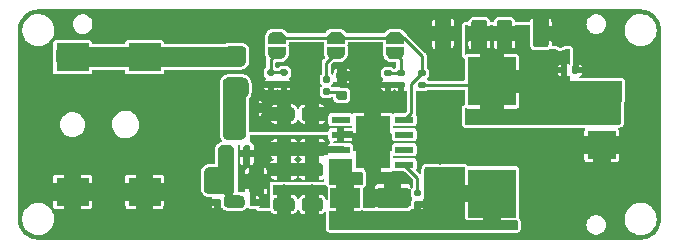
<source format=gtl>
G04 #@! TF.GenerationSoftware,KiCad,Pcbnew,5.99.0-unknown-395602b12a~131~ubuntu20.04.1*
G04 #@! TF.CreationDate,2021-07-15T22:40:43+02:00*
G04 #@! TF.ProjectId,TPS5430,54505335-3433-4302-9e6b-696361645f70,1.0.0*
G04 #@! TF.SameCoordinates,Original*
G04 #@! TF.FileFunction,Copper,L1,Top*
G04 #@! TF.FilePolarity,Positive*
%FSLAX46Y46*%
G04 Gerber Fmt 4.6, Leading zero omitted, Abs format (unit mm)*
G04 Created by KiCad (PCBNEW 5.99.0-unknown-395602b12a~131~ubuntu20.04.1) date 2021-07-15 22:40:43*
%MOMM*%
%LPD*%
G01*
G04 APERTURE LIST*
G04 #@! TA.AperFunction,SMDPad,CuDef*
%ADD10R,2.500000X1.800000*%
G04 #@! TD*
G04 #@! TA.AperFunction,SMDPad,CuDef*
%ADD11R,1.300000X1.700000*%
G04 #@! TD*
G04 #@! TA.AperFunction,SMDPad,CuDef*
%ADD12R,1.550000X0.600000*%
G04 #@! TD*
G04 #@! TA.AperFunction,ComponentPad*
%ADD13C,0.600000*%
G04 #@! TD*
G04 #@! TA.AperFunction,SMDPad,CuDef*
%ADD14R,2.600000X3.100000*%
G04 #@! TD*
G04 #@! TA.AperFunction,SMDPad,CuDef*
%ADD15R,2.950000X4.500000*%
G04 #@! TD*
G04 #@! TA.AperFunction,SMDPad,CuDef*
%ADD16R,4.100000X4.100000*%
G04 #@! TD*
G04 #@! TA.AperFunction,ComponentPad*
%ADD17R,2.400000X2.400000*%
G04 #@! TD*
G04 #@! TA.AperFunction,ComponentPad*
%ADD18C,2.400000*%
G04 #@! TD*
G04 #@! TA.AperFunction,SMDPad,CuDef*
%ADD19R,2.800000X2.400000*%
G04 #@! TD*
G04 #@! TA.AperFunction,ViaPad*
%ADD20C,0.800000*%
G04 #@! TD*
G04 #@! TA.AperFunction,Conductor*
%ADD21C,0.250000*%
G04 #@! TD*
G04 APERTURE END LIST*
D10*
X175000000Y-92200000D03*
X179000000Y-92200000D03*
G04 #@! TA.AperFunction,SMDPad,CuDef*
G36*
G01*
X187800000Y-79225000D02*
X187800000Y-77375000D01*
G75*
G02*
X188050000Y-77125000I250000J0D01*
G01*
X188875000Y-77125000D01*
G75*
G02*
X189125000Y-77375000I0J-250000D01*
G01*
X189125000Y-79225000D01*
G75*
G02*
X188875000Y-79475000I-250000J0D01*
G01*
X188050000Y-79475000D01*
G75*
G02*
X187800000Y-79225000I0J250000D01*
G01*
G37*
G04 #@! TD.AperFunction*
G04 #@! TA.AperFunction,SMDPad,CuDef*
G36*
G01*
X190875000Y-79225000D02*
X190875000Y-77375000D01*
G75*
G02*
X191125000Y-77125000I250000J0D01*
G01*
X191950000Y-77125000D01*
G75*
G02*
X192200000Y-77375000I0J-250000D01*
G01*
X192200000Y-79225000D01*
G75*
G02*
X191950000Y-79475000I-250000J0D01*
G01*
X191125000Y-79475000D01*
G75*
G02*
X190875000Y-79225000I0J250000D01*
G01*
G37*
G04 #@! TD.AperFunction*
G04 #@! TA.AperFunction,SMDPad,CuDef*
G36*
G01*
X164900000Y-89212500D02*
X164600000Y-89212500D01*
G75*
G02*
X164450000Y-89062500I0J150000D01*
G01*
X164450000Y-87887500D01*
G75*
G02*
X164600000Y-87737500I150000J0D01*
G01*
X164900000Y-87737500D01*
G75*
G02*
X165050000Y-87887500I0J-150000D01*
G01*
X165050000Y-89062500D01*
G75*
G02*
X164900000Y-89212500I-150000J0D01*
G01*
G37*
G04 #@! TD.AperFunction*
G04 #@! TA.AperFunction,SMDPad,CuDef*
G36*
G01*
X166800000Y-89212500D02*
X166500000Y-89212500D01*
G75*
G02*
X166350000Y-89062500I0J150000D01*
G01*
X166350000Y-87887500D01*
G75*
G02*
X166500000Y-87737500I150000J0D01*
G01*
X166800000Y-87737500D01*
G75*
G02*
X166950000Y-87887500I0J-150000D01*
G01*
X166950000Y-89062500D01*
G75*
G02*
X166800000Y-89212500I-150000J0D01*
G01*
G37*
G04 #@! TD.AperFunction*
G04 #@! TA.AperFunction,SMDPad,CuDef*
G36*
G01*
X165850000Y-87337500D02*
X165550000Y-87337500D01*
G75*
G02*
X165400000Y-87187500I0J150000D01*
G01*
X165400000Y-86012500D01*
G75*
G02*
X165550000Y-85862500I150000J0D01*
G01*
X165850000Y-85862500D01*
G75*
G02*
X166000000Y-86012500I0J-150000D01*
G01*
X166000000Y-87187500D01*
G75*
G02*
X165850000Y-87337500I-150000J0D01*
G01*
G37*
G04 #@! TD.AperFunction*
G04 #@! TA.AperFunction,SMDPad,CuDef*
G36*
G01*
X180930000Y-91520000D02*
X181270000Y-91520000D01*
G75*
G02*
X181410000Y-91660000I0J-140000D01*
G01*
X181410000Y-91940000D01*
G75*
G02*
X181270000Y-92080000I-140000J0D01*
G01*
X180930000Y-92080000D01*
G75*
G02*
X180790000Y-91940000I0J140000D01*
G01*
X180790000Y-91660000D01*
G75*
G02*
X180930000Y-91520000I140000J0D01*
G01*
G37*
G04 #@! TD.AperFunction*
G04 #@! TA.AperFunction,SMDPad,CuDef*
G36*
G01*
X180930000Y-92480000D02*
X181270000Y-92480000D01*
G75*
G02*
X181410000Y-92620000I0J-140000D01*
G01*
X181410000Y-92900000D01*
G75*
G02*
X181270000Y-93040000I-140000J0D01*
G01*
X180930000Y-93040000D01*
G75*
G02*
X180790000Y-92900000I0J140000D01*
G01*
X180790000Y-92620000D01*
G75*
G02*
X180930000Y-92480000I140000J0D01*
G01*
G37*
G04 #@! TD.AperFunction*
G04 #@! TA.AperFunction,SMDPad,CuDef*
G36*
G01*
X167460000Y-92430000D02*
X167460000Y-92770000D01*
G75*
G02*
X167320000Y-92910000I-140000J0D01*
G01*
X167040000Y-92910000D01*
G75*
G02*
X166900000Y-92770000I0J140000D01*
G01*
X166900000Y-92430000D01*
G75*
G02*
X167040000Y-92290000I140000J0D01*
G01*
X167320000Y-92290000D01*
G75*
G02*
X167460000Y-92430000I0J-140000D01*
G01*
G37*
G04 #@! TD.AperFunction*
G04 #@! TA.AperFunction,SMDPad,CuDef*
G36*
G01*
X166500000Y-92430000D02*
X166500000Y-92770000D01*
G75*
G02*
X166360000Y-92910000I-140000J0D01*
G01*
X166080000Y-92910000D01*
G75*
G02*
X165940000Y-92770000I0J140000D01*
G01*
X165940000Y-92430000D01*
G75*
G02*
X166080000Y-92290000I140000J0D01*
G01*
X166360000Y-92290000D01*
G75*
G02*
X166500000Y-92430000I0J-140000D01*
G01*
G37*
G04 #@! TD.AperFunction*
D11*
X167450000Y-90800000D03*
X163950000Y-90800000D03*
G04 #@! TA.AperFunction,SMDPad,CuDef*
G36*
G01*
X165275000Y-84850000D02*
X165275000Y-84350000D01*
G75*
G02*
X165500000Y-84125000I225000J0D01*
G01*
X165950000Y-84125000D01*
G75*
G02*
X166175000Y-84350000I0J-225000D01*
G01*
X166175000Y-84850000D01*
G75*
G02*
X165950000Y-85075000I-225000J0D01*
G01*
X165500000Y-85075000D01*
G75*
G02*
X165275000Y-84850000I0J225000D01*
G01*
G37*
G04 #@! TD.AperFunction*
G04 #@! TA.AperFunction,SMDPad,CuDef*
G36*
G01*
X166825000Y-84850000D02*
X166825000Y-84350000D01*
G75*
G02*
X167050000Y-84125000I225000J0D01*
G01*
X167500000Y-84125000D01*
G75*
G02*
X167725000Y-84350000I0J-225000D01*
G01*
X167725000Y-84850000D01*
G75*
G02*
X167500000Y-85075000I-225000J0D01*
G01*
X167050000Y-85075000D01*
G75*
G02*
X166825000Y-84850000I0J225000D01*
G01*
G37*
G04 #@! TD.AperFunction*
G04 #@! TA.AperFunction,SMDPad,CuDef*
G36*
X174950000Y-79450000D02*
G01*
X174950000Y-79950000D01*
X174945033Y-79950000D01*
X174943568Y-80029941D01*
X174901293Y-80165256D01*
X174822738Y-80283266D01*
X174714219Y-80374486D01*
X174584460Y-80431581D01*
X174450000Y-80449164D01*
X174450000Y-80450000D01*
X173950000Y-80450000D01*
X173950000Y-80449164D01*
X173943891Y-80449963D01*
X173803814Y-80428152D01*
X173675489Y-80367904D01*
X173569231Y-80274060D01*
X173493583Y-80154165D01*
X173454626Y-80017858D01*
X173455041Y-79950000D01*
X173450000Y-79950000D01*
X173450000Y-79450000D01*
X174950000Y-79450000D01*
G37*
G04 #@! TD.AperFunction*
G04 #@! TA.AperFunction,SMDPad,CuDef*
G36*
X173455041Y-78650000D02*
G01*
X173455492Y-78576095D01*
X173496111Y-78440274D01*
X173573218Y-78321312D01*
X173680615Y-78228774D01*
X173809667Y-78170097D01*
X173950000Y-78150000D01*
X174450000Y-78150000D01*
X174462216Y-78150149D01*
X174602017Y-78173669D01*
X174729596Y-78235481D01*
X174834700Y-78330616D01*
X174908877Y-78451426D01*
X174946166Y-78588199D01*
X174945033Y-78650000D01*
X174950000Y-78650000D01*
X174950000Y-79150000D01*
X173450000Y-79150000D01*
X173450000Y-78650000D01*
X173455041Y-78650000D01*
G37*
G04 #@! TD.AperFunction*
G04 #@! TA.AperFunction,SMDPad,CuDef*
G36*
G01*
X168515000Y-81320000D02*
X168885000Y-81320000D01*
G75*
G02*
X169020000Y-81455000I0J-135000D01*
G01*
X169020000Y-81725000D01*
G75*
G02*
X168885000Y-81860000I-135000J0D01*
G01*
X168515000Y-81860000D01*
G75*
G02*
X168380000Y-81725000I0J135000D01*
G01*
X168380000Y-81455000D01*
G75*
G02*
X168515000Y-81320000I135000J0D01*
G01*
G37*
G04 #@! TD.AperFunction*
G04 #@! TA.AperFunction,SMDPad,CuDef*
G36*
G01*
X168515000Y-82340000D02*
X168885000Y-82340000D01*
G75*
G02*
X169020000Y-82475000I0J-135000D01*
G01*
X169020000Y-82745000D01*
G75*
G02*
X168885000Y-82880000I-135000J0D01*
G01*
X168515000Y-82880000D01*
G75*
G02*
X168380000Y-82745000I0J135000D01*
G01*
X168380000Y-82475000D01*
G75*
G02*
X168515000Y-82340000I135000J0D01*
G01*
G37*
G04 #@! TD.AperFunction*
G04 #@! TA.AperFunction,SMDPad,CuDef*
G36*
G01*
X172850000Y-88650000D02*
X171550000Y-88650000D01*
G75*
G02*
X171300000Y-88400000I0J250000D01*
G01*
X171300000Y-87750000D01*
G75*
G02*
X171550000Y-87500000I250000J0D01*
G01*
X172850000Y-87500000D01*
G75*
G02*
X173100000Y-87750000I0J-250000D01*
G01*
X173100000Y-88400000D01*
G75*
G02*
X172850000Y-88650000I-250000J0D01*
G01*
G37*
G04 #@! TD.AperFunction*
G04 #@! TA.AperFunction,SMDPad,CuDef*
G36*
G01*
X172850000Y-85700000D02*
X171550000Y-85700000D01*
G75*
G02*
X171300000Y-85450000I0J250000D01*
G01*
X171300000Y-84800000D01*
G75*
G02*
X171550000Y-84550000I250000J0D01*
G01*
X172850000Y-84550000D01*
G75*
G02*
X173100000Y-84800000I0J-250000D01*
G01*
X173100000Y-85450000D01*
G75*
G02*
X172850000Y-85700000I-250000J0D01*
G01*
G37*
G04 #@! TD.AperFunction*
G04 #@! TA.AperFunction,SMDPad,CuDef*
G36*
G01*
X179515000Y-81370000D02*
X179885000Y-81370000D01*
G75*
G02*
X180020000Y-81505000I0J-135000D01*
G01*
X180020000Y-81775000D01*
G75*
G02*
X179885000Y-81910000I-135000J0D01*
G01*
X179515000Y-81910000D01*
G75*
G02*
X179380000Y-81775000I0J135000D01*
G01*
X179380000Y-81505000D01*
G75*
G02*
X179515000Y-81370000I135000J0D01*
G01*
G37*
G04 #@! TD.AperFunction*
G04 #@! TA.AperFunction,SMDPad,CuDef*
G36*
G01*
X179515000Y-82390000D02*
X179885000Y-82390000D01*
G75*
G02*
X180020000Y-82525000I0J-135000D01*
G01*
X180020000Y-82795000D01*
G75*
G02*
X179885000Y-82930000I-135000J0D01*
G01*
X179515000Y-82930000D01*
G75*
G02*
X179380000Y-82795000I0J135000D01*
G01*
X179380000Y-82525000D01*
G75*
G02*
X179515000Y-82390000I135000J0D01*
G01*
G37*
G04 #@! TD.AperFunction*
G04 #@! TA.AperFunction,SMDPad,CuDef*
G36*
X169950000Y-79450000D02*
G01*
X169950000Y-79950000D01*
X169945033Y-79950000D01*
X169943568Y-80029941D01*
X169901293Y-80165256D01*
X169822738Y-80283266D01*
X169714219Y-80374486D01*
X169584460Y-80431581D01*
X169450000Y-80449164D01*
X169450000Y-80450000D01*
X168950000Y-80450000D01*
X168950000Y-80449164D01*
X168943891Y-80449963D01*
X168803814Y-80428152D01*
X168675489Y-80367904D01*
X168569231Y-80274060D01*
X168493583Y-80154165D01*
X168454626Y-80017858D01*
X168455041Y-79950000D01*
X168450000Y-79950000D01*
X168450000Y-79450000D01*
X169950000Y-79450000D01*
G37*
G04 #@! TD.AperFunction*
G04 #@! TA.AperFunction,SMDPad,CuDef*
G36*
X168455041Y-78650000D02*
G01*
X168455492Y-78576095D01*
X168496111Y-78440274D01*
X168573218Y-78321312D01*
X168680615Y-78228774D01*
X168809667Y-78170097D01*
X168950000Y-78150000D01*
X169450000Y-78150000D01*
X169462216Y-78150149D01*
X169602017Y-78173669D01*
X169729596Y-78235481D01*
X169834700Y-78330616D01*
X169908877Y-78451426D01*
X169946166Y-78588199D01*
X169945033Y-78650000D01*
X169950000Y-78650000D01*
X169950000Y-79150000D01*
X168450000Y-79150000D01*
X168450000Y-78650000D01*
X168455041Y-78650000D01*
G37*
G04 #@! TD.AperFunction*
D12*
X180000000Y-89405000D03*
X180000000Y-88135000D03*
X180000000Y-86865000D03*
X180000000Y-85595000D03*
X174600000Y-85595000D03*
X174600000Y-86865000D03*
X174600000Y-88135000D03*
X174600000Y-89405000D03*
D13*
X176700000Y-85700000D03*
D14*
X177300000Y-87500000D03*
D13*
X176700000Y-88100000D03*
D15*
X177300000Y-87500000D03*
D13*
X177900000Y-89300000D03*
X176700000Y-89300000D03*
X177900000Y-86800000D03*
X176700000Y-86800000D03*
X177900000Y-88100000D03*
X177900000Y-85700000D03*
G04 #@! TA.AperFunction,SMDPad,CuDef*
G36*
G01*
X171550000Y-89250000D02*
X172850000Y-89250000D01*
G75*
G02*
X173100000Y-89500000I0J-250000D01*
G01*
X173100000Y-90150000D01*
G75*
G02*
X172850000Y-90400000I-250000J0D01*
G01*
X171550000Y-90400000D01*
G75*
G02*
X171300000Y-90150000I0J250000D01*
G01*
X171300000Y-89500000D01*
G75*
G02*
X171550000Y-89250000I250000J0D01*
G01*
G37*
G04 #@! TD.AperFunction*
G04 #@! TA.AperFunction,SMDPad,CuDef*
G36*
G01*
X171550000Y-92200000D02*
X172850000Y-92200000D01*
G75*
G02*
X173100000Y-92450000I0J-250000D01*
G01*
X173100000Y-93100000D01*
G75*
G02*
X172850000Y-93350000I-250000J0D01*
G01*
X171550000Y-93350000D01*
G75*
G02*
X171300000Y-93100000I0J250000D01*
G01*
X171300000Y-92450000D01*
G75*
G02*
X171550000Y-92200000I250000J0D01*
G01*
G37*
G04 #@! TD.AperFunction*
G04 #@! TA.AperFunction,SMDPad,CuDef*
G36*
G01*
X170450000Y-88650000D02*
X169150000Y-88650000D01*
G75*
G02*
X168900000Y-88400000I0J250000D01*
G01*
X168900000Y-87750000D01*
G75*
G02*
X169150000Y-87500000I250000J0D01*
G01*
X170450000Y-87500000D01*
G75*
G02*
X170700000Y-87750000I0J-250000D01*
G01*
X170700000Y-88400000D01*
G75*
G02*
X170450000Y-88650000I-250000J0D01*
G01*
G37*
G04 #@! TD.AperFunction*
G04 #@! TA.AperFunction,SMDPad,CuDef*
G36*
G01*
X170450000Y-85700000D02*
X169150000Y-85700000D01*
G75*
G02*
X168900000Y-85450000I0J250000D01*
G01*
X168900000Y-84800000D01*
G75*
G02*
X169150000Y-84550000I250000J0D01*
G01*
X170450000Y-84550000D01*
G75*
G02*
X170700000Y-84800000I0J-250000D01*
G01*
X170700000Y-85450000D01*
G75*
G02*
X170450000Y-85700000I-250000J0D01*
G01*
G37*
G04 #@! TD.AperFunction*
G04 #@! TA.AperFunction,SMDPad,CuDef*
G36*
G01*
X169150000Y-89250000D02*
X170450000Y-89250000D01*
G75*
G02*
X170700000Y-89500000I0J-250000D01*
G01*
X170700000Y-90150000D01*
G75*
G02*
X170450000Y-90400000I-250000J0D01*
G01*
X169150000Y-90400000D01*
G75*
G02*
X168900000Y-90150000I0J250000D01*
G01*
X168900000Y-89500000D01*
G75*
G02*
X169150000Y-89250000I250000J0D01*
G01*
G37*
G04 #@! TD.AperFunction*
G04 #@! TA.AperFunction,SMDPad,CuDef*
G36*
G01*
X169150000Y-92200000D02*
X170450000Y-92200000D01*
G75*
G02*
X170700000Y-92450000I0J-250000D01*
G01*
X170700000Y-93100000D01*
G75*
G02*
X170450000Y-93350000I-250000J0D01*
G01*
X169150000Y-93350000D01*
G75*
G02*
X168900000Y-93100000I0J250000D01*
G01*
X168900000Y-92450000D01*
G75*
G02*
X169150000Y-92200000I250000J0D01*
G01*
G37*
G04 #@! TD.AperFunction*
D16*
X187400000Y-91850000D03*
X187400000Y-82350000D03*
G04 #@! TA.AperFunction,SMDPad,CuDef*
G36*
G01*
X169615000Y-81320000D02*
X169985000Y-81320000D01*
G75*
G02*
X170120000Y-81455000I0J-135000D01*
G01*
X170120000Y-81725000D01*
G75*
G02*
X169985000Y-81860000I-135000J0D01*
G01*
X169615000Y-81860000D01*
G75*
G02*
X169480000Y-81725000I0J135000D01*
G01*
X169480000Y-81455000D01*
G75*
G02*
X169615000Y-81320000I135000J0D01*
G01*
G37*
G04 #@! TD.AperFunction*
G04 #@! TA.AperFunction,SMDPad,CuDef*
G36*
G01*
X169615000Y-82340000D02*
X169985000Y-82340000D01*
G75*
G02*
X170120000Y-82475000I0J-135000D01*
G01*
X170120000Y-82745000D01*
G75*
G02*
X169985000Y-82880000I-135000J0D01*
G01*
X169615000Y-82880000D01*
G75*
G02*
X169480000Y-82745000I0J135000D01*
G01*
X169480000Y-82475000D01*
G75*
G02*
X169615000Y-82340000I135000J0D01*
G01*
G37*
G04 #@! TD.AperFunction*
G04 #@! TA.AperFunction,SMDPad,CuDef*
G36*
G01*
X165470000Y-92415000D02*
X165470000Y-92785000D01*
G75*
G02*
X165335000Y-92920000I-135000J0D01*
G01*
X165065000Y-92920000D01*
G75*
G02*
X164930000Y-92785000I0J135000D01*
G01*
X164930000Y-92415000D01*
G75*
G02*
X165065000Y-92280000I135000J0D01*
G01*
X165335000Y-92280000D01*
G75*
G02*
X165470000Y-92415000I0J-135000D01*
G01*
G37*
G04 #@! TD.AperFunction*
G04 #@! TA.AperFunction,SMDPad,CuDef*
G36*
G01*
X164450000Y-92415000D02*
X164450000Y-92785000D01*
G75*
G02*
X164315000Y-92920000I-135000J0D01*
G01*
X164045000Y-92920000D01*
G75*
G02*
X163910000Y-92785000I0J135000D01*
G01*
X163910000Y-92415000D01*
G75*
G02*
X164045000Y-92280000I135000J0D01*
G01*
X164315000Y-92280000D01*
G75*
G02*
X164450000Y-92415000I0J-135000D01*
G01*
G37*
G04 #@! TD.AperFunction*
G04 #@! TA.AperFunction,SMDPad,CuDef*
G36*
G01*
X178415000Y-81370000D02*
X178785000Y-81370000D01*
G75*
G02*
X178920000Y-81505000I0J-135000D01*
G01*
X178920000Y-81775000D01*
G75*
G02*
X178785000Y-81910000I-135000J0D01*
G01*
X178415000Y-81910000D01*
G75*
G02*
X178280000Y-81775000I0J135000D01*
G01*
X178280000Y-81505000D01*
G75*
G02*
X178415000Y-81370000I135000J0D01*
G01*
G37*
G04 #@! TD.AperFunction*
G04 #@! TA.AperFunction,SMDPad,CuDef*
G36*
G01*
X178415000Y-82390000D02*
X178785000Y-82390000D01*
G75*
G02*
X178920000Y-82525000I0J-135000D01*
G01*
X178920000Y-82795000D01*
G75*
G02*
X178785000Y-82930000I-135000J0D01*
G01*
X178415000Y-82930000D01*
G75*
G02*
X178280000Y-82795000I0J135000D01*
G01*
X178280000Y-82525000D01*
G75*
G02*
X178415000Y-82390000I135000J0D01*
G01*
G37*
G04 #@! TD.AperFunction*
G04 #@! TA.AperFunction,SMDPad,CuDef*
G36*
G01*
X193240000Y-81570000D02*
X193240000Y-81230000D01*
G75*
G02*
X193380000Y-81090000I140000J0D01*
G01*
X193660000Y-81090000D01*
G75*
G02*
X193800000Y-81230000I0J-140000D01*
G01*
X193800000Y-81570000D01*
G75*
G02*
X193660000Y-81710000I-140000J0D01*
G01*
X193380000Y-81710000D01*
G75*
G02*
X193240000Y-81570000I0J140000D01*
G01*
G37*
G04 #@! TD.AperFunction*
G04 #@! TA.AperFunction,SMDPad,CuDef*
G36*
G01*
X194200000Y-81570000D02*
X194200000Y-81230000D01*
G75*
G02*
X194340000Y-81090000I140000J0D01*
G01*
X194620000Y-81090000D01*
G75*
G02*
X194760000Y-81230000I0J-140000D01*
G01*
X194760000Y-81570000D01*
G75*
G02*
X194620000Y-81710000I-140000J0D01*
G01*
X194340000Y-81710000D01*
G75*
G02*
X194200000Y-81570000I0J140000D01*
G01*
G37*
G04 #@! TD.AperFunction*
G04 #@! TA.AperFunction,SMDPad,CuDef*
G36*
G01*
X173215000Y-81920000D02*
X173585000Y-81920000D01*
G75*
G02*
X173720000Y-82055000I0J-135000D01*
G01*
X173720000Y-82325000D01*
G75*
G02*
X173585000Y-82460000I-135000J0D01*
G01*
X173215000Y-82460000D01*
G75*
G02*
X173080000Y-82325000I0J135000D01*
G01*
X173080000Y-82055000D01*
G75*
G02*
X173215000Y-81920000I135000J0D01*
G01*
G37*
G04 #@! TD.AperFunction*
G04 #@! TA.AperFunction,SMDPad,CuDef*
G36*
G01*
X173215000Y-82940000D02*
X173585000Y-82940000D01*
G75*
G02*
X173720000Y-83075000I0J-135000D01*
G01*
X173720000Y-83345000D01*
G75*
G02*
X173585000Y-83480000I-135000J0D01*
G01*
X173215000Y-83480000D01*
G75*
G02*
X173080000Y-83345000I0J135000D01*
G01*
X173080000Y-83075000D01*
G75*
G02*
X173215000Y-82940000I135000J0D01*
G01*
G37*
G04 #@! TD.AperFunction*
G04 #@! TA.AperFunction,SMDPad,CuDef*
G36*
X179950000Y-79450000D02*
G01*
X179950000Y-79950000D01*
X179945033Y-79950000D01*
X179943568Y-80029941D01*
X179901293Y-80165256D01*
X179822738Y-80283266D01*
X179714219Y-80374486D01*
X179584460Y-80431581D01*
X179450000Y-80449164D01*
X179450000Y-80450000D01*
X178950000Y-80450000D01*
X178950000Y-80449164D01*
X178943891Y-80449963D01*
X178803814Y-80428152D01*
X178675489Y-80367904D01*
X178569231Y-80274060D01*
X178493583Y-80154165D01*
X178454626Y-80017858D01*
X178455041Y-79950000D01*
X178450000Y-79950000D01*
X178450000Y-79450000D01*
X179950000Y-79450000D01*
G37*
G04 #@! TD.AperFunction*
G04 #@! TA.AperFunction,SMDPad,CuDef*
G36*
X178455041Y-78650000D02*
G01*
X178455492Y-78576095D01*
X178496111Y-78440274D01*
X178573218Y-78321312D01*
X178680615Y-78228774D01*
X178809667Y-78170097D01*
X178950000Y-78150000D01*
X179450000Y-78150000D01*
X179462216Y-78150149D01*
X179602017Y-78173669D01*
X179729596Y-78235481D01*
X179834700Y-78330616D01*
X179908877Y-78451426D01*
X179946166Y-78588199D01*
X179945033Y-78650000D01*
X179950000Y-78650000D01*
X179950000Y-79150000D01*
X178450000Y-79150000D01*
X178450000Y-78650000D01*
X178455041Y-78650000D01*
G37*
G04 #@! TD.AperFunction*
D17*
X196700000Y-87750000D03*
D18*
X196700000Y-84250000D03*
G04 #@! TA.AperFunction,SMDPad,CuDef*
G36*
G01*
X181685000Y-82930000D02*
X181315000Y-82930000D01*
G75*
G02*
X181180000Y-82795000I0J135000D01*
G01*
X181180000Y-82525000D01*
G75*
G02*
X181315000Y-82390000I135000J0D01*
G01*
X181685000Y-82390000D01*
G75*
G02*
X181820000Y-82525000I0J-135000D01*
G01*
X181820000Y-82795000D01*
G75*
G02*
X181685000Y-82930000I-135000J0D01*
G01*
G37*
G04 #@! TD.AperFunction*
G04 #@! TA.AperFunction,SMDPad,CuDef*
G36*
G01*
X181685000Y-81910000D02*
X181315000Y-81910000D01*
G75*
G02*
X181180000Y-81775000I0J135000D01*
G01*
X181180000Y-81505000D01*
G75*
G02*
X181315000Y-81370000I135000J0D01*
G01*
X181685000Y-81370000D01*
G75*
G02*
X181820000Y-81505000I0J-135000D01*
G01*
X181820000Y-81775000D01*
G75*
G02*
X181685000Y-81910000I-135000J0D01*
G01*
G37*
G04 #@! TD.AperFunction*
G04 #@! TA.AperFunction,SMDPad,CuDef*
G36*
G01*
X187000000Y-77375000D02*
X187000000Y-79225000D01*
G75*
G02*
X186750000Y-79475000I-250000J0D01*
G01*
X185925000Y-79475000D01*
G75*
G02*
X185675000Y-79225000I0J250000D01*
G01*
X185675000Y-77375000D01*
G75*
G02*
X185925000Y-77125000I250000J0D01*
G01*
X186750000Y-77125000D01*
G75*
G02*
X187000000Y-77375000I0J-250000D01*
G01*
G37*
G04 #@! TD.AperFunction*
G04 #@! TA.AperFunction,SMDPad,CuDef*
G36*
G01*
X183925000Y-77375000D02*
X183925000Y-79225000D01*
G75*
G02*
X183675000Y-79475000I-250000J0D01*
G01*
X182850000Y-79475000D01*
G75*
G02*
X182600000Y-79225000I0J250000D01*
G01*
X182600000Y-77375000D01*
G75*
G02*
X182850000Y-77125000I250000J0D01*
G01*
X183675000Y-77125000D01*
G75*
G02*
X183925000Y-77375000I0J-250000D01*
G01*
G37*
G04 #@! TD.AperFunction*
G04 #@! TA.AperFunction,SMDPad,CuDef*
G36*
G01*
X165075000Y-79375000D02*
X166325000Y-79375000D01*
G75*
G02*
X166575000Y-79625000I0J-250000D01*
G01*
X166575000Y-80375000D01*
G75*
G02*
X166325000Y-80625000I-250000J0D01*
G01*
X165075000Y-80625000D01*
G75*
G02*
X164825000Y-80375000I0J250000D01*
G01*
X164825000Y-79625000D01*
G75*
G02*
X165075000Y-79375000I250000J0D01*
G01*
G37*
G04 #@! TD.AperFunction*
G04 #@! TA.AperFunction,SMDPad,CuDef*
G36*
G01*
X165075000Y-82175000D02*
X166325000Y-82175000D01*
G75*
G02*
X166575000Y-82425000I0J-250000D01*
G01*
X166575000Y-83175000D01*
G75*
G02*
X166325000Y-83425000I-250000J0D01*
G01*
X165075000Y-83425000D01*
G75*
G02*
X164825000Y-83175000I0J250000D01*
G01*
X164825000Y-82425000D01*
G75*
G02*
X165075000Y-82175000I250000J0D01*
G01*
G37*
G04 #@! TD.AperFunction*
G04 #@! TA.AperFunction,SMDPad,CuDef*
G36*
G01*
X174975000Y-83925000D02*
X174425000Y-83925000D01*
G75*
G02*
X174225000Y-83725000I0J200000D01*
G01*
X174225000Y-83325000D01*
G75*
G02*
X174425000Y-83125000I200000J0D01*
G01*
X174975000Y-83125000D01*
G75*
G02*
X175175000Y-83325000I0J-200000D01*
G01*
X175175000Y-83725000D01*
G75*
G02*
X174975000Y-83925000I-200000J0D01*
G01*
G37*
G04 #@! TD.AperFunction*
G04 #@! TA.AperFunction,SMDPad,CuDef*
G36*
G01*
X174975000Y-82275000D02*
X174425000Y-82275000D01*
G75*
G02*
X174225000Y-82075000I0J200000D01*
G01*
X174225000Y-81675000D01*
G75*
G02*
X174425000Y-81475000I200000J0D01*
G01*
X174975000Y-81475000D01*
G75*
G02*
X175175000Y-81675000I0J-200000D01*
G01*
X175175000Y-82075000D01*
G75*
G02*
X174975000Y-82275000I-200000J0D01*
G01*
G37*
G04 #@! TD.AperFunction*
D19*
X158000000Y-80300000D03*
X151900000Y-80300000D03*
X151900000Y-91700000D03*
X158000000Y-91700000D03*
D20*
X163000000Y-77000000D03*
X178000000Y-77000000D03*
X192000000Y-87000000D03*
X195000000Y-92000000D03*
X157000000Y-95000000D03*
X160000000Y-91000000D03*
X160000000Y-77000000D03*
X166000000Y-95000000D03*
X192000000Y-89000000D03*
X148000000Y-82000000D03*
X172000000Y-80000000D03*
X193200000Y-79100000D03*
X186000000Y-87000000D03*
X198000000Y-92000000D03*
X163000000Y-95000000D03*
X176500000Y-80000000D03*
X195000000Y-80000000D03*
X177500000Y-90500000D03*
X201000000Y-91500000D03*
X152000000Y-95000000D03*
X162000000Y-93000000D03*
X201000000Y-89000000D03*
X157000000Y-88000000D03*
X172200000Y-91500000D03*
X160000000Y-95000000D03*
X172000000Y-77000000D03*
X181900000Y-77600000D03*
X177000000Y-92000000D03*
X189000000Y-87000000D03*
X169000000Y-95000000D03*
X163000000Y-88000000D03*
X154000000Y-88000000D03*
X154000000Y-91000000D03*
X157000000Y-77000000D03*
X160000000Y-88000000D03*
X195000000Y-95000000D03*
X189000000Y-89000000D03*
X148000000Y-80500000D03*
X148000000Y-85000000D03*
X151500000Y-77000000D03*
X183000000Y-81000000D03*
X152000000Y-93500000D03*
X201000000Y-80500000D03*
X169000000Y-77000000D03*
X181900000Y-79000000D03*
X160000000Y-82000000D03*
X201000000Y-83000000D03*
X167500000Y-80000000D03*
X179500000Y-84000000D03*
X148000000Y-88000000D03*
X198000000Y-80000000D03*
X162000000Y-91000000D03*
X163000000Y-82000000D03*
X192000000Y-95000000D03*
X169800000Y-91500000D03*
X154000000Y-77000000D03*
X186000000Y-89000000D03*
X156000000Y-91000000D03*
X166000000Y-77000000D03*
X175000000Y-77000000D03*
X201000000Y-86000000D03*
X195000000Y-77000000D03*
X163000000Y-85000000D03*
X172100000Y-83700000D03*
X154000000Y-93000000D03*
X154000000Y-82000000D03*
X183000000Y-84000000D03*
X168000000Y-86000000D03*
X169800000Y-83700000D03*
X154000000Y-95000000D03*
X154000000Y-85000000D03*
X160000000Y-93000000D03*
X179500000Y-90500000D03*
X148000000Y-91000000D03*
X192000000Y-92000000D03*
X172000000Y-82000000D03*
X178000000Y-84000000D03*
X197500000Y-95000000D03*
X172000000Y-95000000D03*
X167500000Y-82000000D03*
X151000000Y-88000000D03*
X160000000Y-85000000D03*
X176500000Y-82000000D03*
X167500000Y-83500000D03*
X183000000Y-87000000D03*
X183000000Y-89000000D03*
X197500000Y-77000000D03*
X193200000Y-77500000D03*
X176500000Y-84000000D03*
X181000000Y-77000000D03*
X156000000Y-93000000D03*
D21*
X181100000Y-90505000D02*
X180000000Y-89405000D01*
X181100000Y-91800000D02*
X181100000Y-90505000D01*
X187090000Y-82660000D02*
X187400000Y-82350000D01*
X181500000Y-82660000D02*
X187090000Y-82660000D01*
X168700000Y-81590000D02*
X168700000Y-80450000D01*
X168700000Y-80450000D02*
X169200000Y-79950000D01*
X168700000Y-81590000D02*
X169800000Y-81590000D01*
X174200000Y-78650000D02*
X169200000Y-78650000D01*
X181500000Y-81640000D02*
X181500000Y-80199876D01*
X180600000Y-82540000D02*
X180600000Y-84995000D01*
X181500000Y-81640000D02*
X180600000Y-82540000D01*
X181500000Y-80199876D02*
X179950124Y-78650000D01*
X179200000Y-78650000D02*
X174200000Y-78650000D01*
X179950124Y-78650000D02*
X179200000Y-78650000D01*
X180600000Y-84995000D02*
X180000000Y-85595000D01*
X173400000Y-82190000D02*
X173400000Y-80750000D01*
X173400000Y-80750000D02*
X174200000Y-79950000D01*
X179700000Y-81640000D02*
X179700000Y-80450000D01*
X178600000Y-81640000D02*
X179700000Y-81640000D01*
X179700000Y-80450000D02*
X179200000Y-79950000D01*
X174385000Y-83210000D02*
X174700000Y-83525000D01*
X173400000Y-83210000D02*
X174385000Y-83210000D01*
G04 #@! TA.AperFunction,Conductor*
G36*
X182964900Y-89601061D02*
G01*
X183000000Y-89605682D01*
X183035100Y-89601061D01*
X183051285Y-89600000D01*
X185034770Y-89600000D01*
X185101809Y-89619685D01*
X185147564Y-89672489D01*
X185156388Y-89748190D01*
X185147271Y-89794027D01*
X185146082Y-89806096D01*
X185146082Y-91082170D01*
X185150486Y-91097169D01*
X185151856Y-91098356D01*
X185159414Y-91100000D01*
X188026000Y-91100000D01*
X188093039Y-91119685D01*
X188138794Y-91172489D01*
X188150000Y-91224000D01*
X188150000Y-94086088D01*
X188154404Y-94101087D01*
X188155774Y-94102274D01*
X188163332Y-94103918D01*
X189443904Y-94103918D01*
X189462035Y-94102132D01*
X189462268Y-94104496D01*
X189521390Y-94109781D01*
X189576571Y-94152639D01*
X189600000Y-94225175D01*
X189600000Y-94776000D01*
X189580315Y-94843039D01*
X189527511Y-94888794D01*
X189476000Y-94900000D01*
X173724000Y-94900000D01*
X173656961Y-94880315D01*
X173611206Y-94827511D01*
X173600000Y-94776000D01*
X173600000Y-93425175D01*
X173619685Y-93358136D01*
X173672489Y-93312381D01*
X173737704Y-93304783D01*
X173737965Y-93302132D01*
X173756096Y-93303918D01*
X174232170Y-93303918D01*
X174247169Y-93299514D01*
X174248356Y-93298144D01*
X174250000Y-93290586D01*
X174250000Y-91113912D01*
X174245596Y-91098913D01*
X174244226Y-91097726D01*
X174236668Y-91096082D01*
X173756096Y-91096082D01*
X173737965Y-91097868D01*
X173737732Y-91095504D01*
X173678610Y-91090219D01*
X173623429Y-91047361D01*
X173600000Y-90974825D01*
X173600000Y-90015257D01*
X173604480Y-90000000D01*
X176376000Y-90000000D01*
X176443039Y-90019685D01*
X176488794Y-90072489D01*
X176500000Y-90124000D01*
X176500000Y-90999834D01*
X176480315Y-91066873D01*
X176427511Y-91112628D01*
X176358353Y-91122572D01*
X176328548Y-91114395D01*
X176316058Y-91109221D01*
X176255981Y-91097272D01*
X176243904Y-91096082D01*
X175767830Y-91096082D01*
X175752831Y-91100486D01*
X175751644Y-91101856D01*
X175750000Y-91109414D01*
X175750000Y-93286088D01*
X175754404Y-93301087D01*
X175755774Y-93302274D01*
X175763332Y-93303918D01*
X176243904Y-93303918D01*
X176255981Y-93302728D01*
X176316058Y-93290779D01*
X176338188Y-93281612D01*
X176343269Y-93278217D01*
X176409946Y-93257337D01*
X176477327Y-93275820D01*
X176493366Y-93287604D01*
X176500000Y-93293353D01*
X176500000Y-93300000D01*
X177715528Y-93300000D01*
X177739719Y-93302383D01*
X177750000Y-93304428D01*
X180250000Y-93304428D01*
X180260281Y-93302383D01*
X180284472Y-93300000D01*
X180500000Y-93300000D01*
X180500000Y-93248945D01*
X180519685Y-93181906D01*
X180572489Y-93136151D01*
X180641647Y-93126207D01*
X180703706Y-93153955D01*
X180749073Y-93192022D01*
X180767567Y-93202700D01*
X180803249Y-93215687D01*
X180817097Y-93216567D01*
X180820000Y-93211148D01*
X180820000Y-93053332D01*
X181380000Y-93053332D01*
X181380000Y-93208019D01*
X181383719Y-93220686D01*
X181390475Y-93221548D01*
X181397475Y-93219001D01*
X181482520Y-93169899D01*
X181498895Y-93156159D01*
X181562017Y-93080934D01*
X181572701Y-93062429D01*
X181574768Y-93056752D01*
X181575648Y-93042903D01*
X181570229Y-93040000D01*
X181397830Y-93040000D01*
X181382831Y-93044404D01*
X181381644Y-93045774D01*
X181380000Y-93053332D01*
X180820000Y-93053332D01*
X180820000Y-92613332D01*
X185146082Y-92613332D01*
X185146082Y-93893904D01*
X185147272Y-93905981D01*
X185159221Y-93966058D01*
X185168389Y-93988190D01*
X185199024Y-94034039D01*
X185215961Y-94050976D01*
X185261810Y-94081611D01*
X185283942Y-94090779D01*
X185344019Y-94102728D01*
X185356096Y-94103918D01*
X186632170Y-94103918D01*
X186647169Y-94099514D01*
X186648356Y-94098144D01*
X186650000Y-94090586D01*
X186650000Y-92617830D01*
X186645596Y-92602831D01*
X186644226Y-92601644D01*
X186636668Y-92600000D01*
X185163912Y-92600000D01*
X185148913Y-92604404D01*
X185147726Y-92605774D01*
X185146082Y-92613332D01*
X180820000Y-92613332D01*
X180820000Y-92604000D01*
X180839685Y-92536961D01*
X180892489Y-92491206D01*
X180944000Y-92480000D01*
X181563939Y-92480000D01*
X181577256Y-92476090D01*
X181577488Y-92474480D01*
X181574053Y-92464556D01*
X181570728Y-92394766D01*
X181605663Y-92334257D01*
X181667766Y-92302241D01*
X181677802Y-92301283D01*
X181682171Y-92300000D01*
X181700000Y-92300000D01*
X181700000Y-89724000D01*
X181719685Y-89656961D01*
X181772489Y-89611206D01*
X181824000Y-89600000D01*
X182948715Y-89600000D01*
X182964900Y-89601061D01*
G37*
G04 #@! TD.AperFunction*
G04 #@! TA.AperFunction,Conductor*
G36*
X175543039Y-88919685D02*
G01*
X175588794Y-88972489D01*
X175600000Y-89024000D01*
X175600000Y-90000000D01*
X173600000Y-90000000D01*
X173600000Y-89024000D01*
X173619685Y-88956961D01*
X173672489Y-88911206D01*
X173724000Y-88900000D01*
X175476000Y-88900000D01*
X175543039Y-88919685D01*
G37*
G04 #@! TD.AperFunction*
G04 #@! TA.AperFunction,Conductor*
G36*
X158047355Y-79398650D02*
G01*
X166101081Y-79399921D01*
X166241660Y-79420156D01*
X166370846Y-79479178D01*
X166478171Y-79572205D01*
X166554939Y-79691701D01*
X166594932Y-79827984D01*
X166600000Y-79898921D01*
X166600000Y-80601000D01*
X166579787Y-80741585D01*
X166520786Y-80870780D01*
X166427776Y-80978119D01*
X166308292Y-81054906D01*
X166172015Y-81094921D01*
X166101000Y-81100000D01*
X159600000Y-81100000D01*
X159600480Y-81100867D01*
X159586319Y-81101870D01*
X156984542Y-81098355D01*
X151013505Y-81090288D01*
X150872950Y-81069885D01*
X150743834Y-81010709D01*
X150636621Y-80917554D01*
X150559995Y-80797967D01*
X150520165Y-80661636D01*
X150515221Y-80597630D01*
X150506391Y-79902881D01*
X150524816Y-79762051D01*
X150582171Y-79632116D01*
X150673809Y-79523603D01*
X150792307Y-79445304D01*
X150928065Y-79403560D01*
X151005430Y-79397539D01*
X158047355Y-79398650D01*
G37*
G04 #@! TD.AperFunction*
G04 #@! TA.AperFunction,Conductor*
G36*
X166441585Y-82020213D02*
G01*
X166570780Y-82079214D01*
X166678119Y-82172224D01*
X166754906Y-82291708D01*
X166794921Y-82427985D01*
X166800000Y-82499000D01*
X166800000Y-83305533D01*
X166779787Y-83446118D01*
X166720786Y-83575313D01*
X166627777Y-83682651D01*
X166607755Y-83700000D01*
X166600000Y-83700000D01*
X166600000Y-84108041D01*
X166582771Y-84225791D01*
X166583534Y-84225932D01*
X166579740Y-84246503D01*
X166579081Y-84251009D01*
X166570890Y-84278397D01*
X166570500Y-84283645D01*
X166570500Y-84884431D01*
X166573016Y-84901998D01*
X166573016Y-84902000D01*
X166585041Y-84985964D01*
X166585011Y-84985968D01*
X166600000Y-85090626D01*
X166600000Y-86801000D01*
X166579787Y-86941585D01*
X166520786Y-87070780D01*
X166427776Y-87178119D01*
X166308292Y-87254906D01*
X166172015Y-87294921D01*
X166101000Y-87300000D01*
X165099000Y-87300000D01*
X164958415Y-87279787D01*
X164829220Y-87220786D01*
X164721881Y-87127776D01*
X164645094Y-87008292D01*
X164605079Y-86872015D01*
X164600000Y-86801000D01*
X164600000Y-82499000D01*
X164620213Y-82358415D01*
X164679214Y-82229220D01*
X164772224Y-82121881D01*
X164891708Y-82045094D01*
X165027985Y-82005079D01*
X165099000Y-82000000D01*
X166301000Y-82000000D01*
X166441585Y-82020213D01*
G37*
G04 #@! TD.AperFunction*
G04 #@! TA.AperFunction,Conductor*
G36*
X185415412Y-77614352D02*
G01*
X185426034Y-77630249D01*
X185427855Y-77634645D01*
X185434747Y-77637500D01*
X187240253Y-77637500D01*
X187247145Y-77634645D01*
X187248966Y-77630249D01*
X187275484Y-77603730D01*
X187294236Y-77600000D01*
X187505764Y-77600000D01*
X187540412Y-77614352D01*
X187551034Y-77630249D01*
X187552855Y-77634645D01*
X187559747Y-77637500D01*
X189365253Y-77637500D01*
X189372145Y-77634645D01*
X189373966Y-77630249D01*
X189400484Y-77603730D01*
X189419236Y-77600000D01*
X190571500Y-77600000D01*
X190606148Y-77614352D01*
X190620500Y-77649000D01*
X190620500Y-79261226D01*
X190620747Y-79262949D01*
X190620747Y-79262952D01*
X190625625Y-79297014D01*
X190635799Y-79368052D01*
X190637243Y-79371229D01*
X190637244Y-79371231D01*
X190695606Y-79499592D01*
X190700000Y-79519873D01*
X190700000Y-79600000D01*
X190761916Y-79600000D01*
X190789202Y-79610227D01*
X190789944Y-79609082D01*
X190853815Y-79650481D01*
X190911210Y-79687683D01*
X191049663Y-79729090D01*
X191052309Y-79729287D01*
X191052311Y-79729287D01*
X191054273Y-79729433D01*
X191054285Y-79729433D01*
X191055181Y-79729500D01*
X191986226Y-79729500D01*
X191987949Y-79729253D01*
X191987952Y-79729253D01*
X192045654Y-79720989D01*
X192093052Y-79714201D01*
X192096229Y-79712757D01*
X192096231Y-79712756D01*
X192155552Y-79685784D01*
X192224605Y-79654388D01*
X192227658Y-79651758D01*
X192273939Y-79611879D01*
X192305924Y-79600000D01*
X192757996Y-79600000D01*
X192790974Y-79612758D01*
X192818076Y-79637419D01*
X192820669Y-79638827D01*
X192820672Y-79638829D01*
X192856830Y-79658461D01*
X192957293Y-79713008D01*
X193110522Y-79753207D01*
X193198694Y-79754592D01*
X193265965Y-79755649D01*
X193265968Y-79755649D01*
X193268916Y-79755695D01*
X193271793Y-79755036D01*
X193271794Y-79755036D01*
X193420451Y-79720989D01*
X193420452Y-79720989D01*
X193423332Y-79720329D01*
X193425971Y-79719002D01*
X193425973Y-79719001D01*
X193562211Y-79650481D01*
X193562212Y-79650480D01*
X193564855Y-79649151D01*
X193567100Y-79647234D01*
X193567104Y-79647231D01*
X193605599Y-79614352D01*
X193608658Y-79611740D01*
X193640480Y-79600000D01*
X193951000Y-79600000D01*
X193985648Y-79614352D01*
X194000000Y-79649000D01*
X194000000Y-80900162D01*
X193985648Y-80934810D01*
X193951000Y-80949162D01*
X193916352Y-80934810D01*
X193894819Y-80913277D01*
X193888659Y-80908801D01*
X193808685Y-80868052D01*
X193801247Y-80867467D01*
X193800270Y-80868301D01*
X193800000Y-80869426D01*
X193800000Y-81926626D01*
X193802855Y-81933518D01*
X193804043Y-81934010D01*
X193805168Y-81933740D01*
X193888659Y-81891199D01*
X193894819Y-81886723D01*
X193916352Y-81865190D01*
X193951000Y-81850838D01*
X193985648Y-81865190D01*
X194000000Y-81899838D01*
X194000000Y-82300000D01*
X198349658Y-82300000D01*
X198384306Y-82314352D01*
X198398640Y-82350324D01*
X198301325Y-85951000D01*
X198301289Y-85952324D01*
X198286006Y-85986572D01*
X198252307Y-86000000D01*
X185149000Y-86000000D01*
X185114352Y-85985648D01*
X185100000Y-85951000D01*
X185100000Y-85698102D01*
X196669185Y-85698102D01*
X196673742Y-85700088D01*
X196728499Y-85702096D01*
X196733049Y-85700404D01*
X196731016Y-85695230D01*
X196706893Y-85671107D01*
X196700000Y-85668252D01*
X196693107Y-85671107D01*
X196671359Y-85692855D01*
X196669185Y-85698102D01*
X185100000Y-85698102D01*
X185100000Y-84625300D01*
X185114352Y-84590652D01*
X185149000Y-84576300D01*
X185176223Y-84584558D01*
X185248441Y-84632813D01*
X185257192Y-84636437D01*
X185347634Y-84654427D01*
X185352410Y-84654898D01*
X186390253Y-84654898D01*
X186397145Y-84652043D01*
X186400000Y-84645151D01*
X186400000Y-83359747D01*
X188400000Y-83359747D01*
X188400000Y-84645151D01*
X188402855Y-84652043D01*
X188409747Y-84654898D01*
X189447590Y-84654898D01*
X189452366Y-84654427D01*
X189542808Y-84636437D01*
X189551559Y-84632813D01*
X189626229Y-84582920D01*
X189632920Y-84576229D01*
X189682813Y-84501559D01*
X189686437Y-84492808D01*
X189704427Y-84402366D01*
X189704898Y-84397590D01*
X189704898Y-84217251D01*
X195245626Y-84217251D01*
X195249040Y-84276456D01*
X195251608Y-84281768D01*
X195255976Y-84279810D01*
X195278893Y-84256893D01*
X195281748Y-84250000D01*
X198118252Y-84250000D01*
X198121107Y-84256893D01*
X198147104Y-84282890D01*
X198152228Y-84285013D01*
X198154228Y-84280348D01*
X198154937Y-84251316D01*
X198154861Y-84248689D01*
X198152672Y-84222055D01*
X198149858Y-84216580D01*
X198145716Y-84218498D01*
X198121107Y-84243107D01*
X198118252Y-84250000D01*
X195281748Y-84250000D01*
X195278893Y-84243107D01*
X195252819Y-84217033D01*
X195246902Y-84214582D01*
X195245626Y-84217251D01*
X189704898Y-84217251D01*
X189704898Y-83359747D01*
X189702043Y-83352855D01*
X189695151Y-83350000D01*
X188409747Y-83350000D01*
X188402855Y-83352855D01*
X188400000Y-83359747D01*
X186400000Y-83359747D01*
X186400000Y-82801397D01*
X196668561Y-82801397D01*
X196670587Y-82806373D01*
X196693107Y-82828893D01*
X196700000Y-82831748D01*
X196706893Y-82828893D01*
X196728644Y-82807142D01*
X196730715Y-82802142D01*
X196725945Y-82800132D01*
X196673331Y-82799489D01*
X196668561Y-82801397D01*
X186400000Y-82801397D01*
X186400000Y-81687051D01*
X193003678Y-81687051D01*
X193003861Y-81688207D01*
X193006217Y-81695457D01*
X193058801Y-81798659D01*
X193063277Y-81804819D01*
X193145181Y-81886723D01*
X193151341Y-81891199D01*
X193231315Y-81931948D01*
X193238753Y-81932533D01*
X193239730Y-81931699D01*
X193240000Y-81930574D01*
X193240000Y-81689747D01*
X193237145Y-81682855D01*
X193230253Y-81680000D01*
X193012308Y-81680000D01*
X193005416Y-81682855D01*
X193003678Y-81687051D01*
X186400000Y-81687051D01*
X186400000Y-80054849D01*
X188400000Y-80054849D01*
X188400000Y-81340253D01*
X188402855Y-81347145D01*
X188409747Y-81350000D01*
X189695151Y-81350000D01*
X189702043Y-81347145D01*
X189704898Y-81340253D01*
X189704898Y-81110791D01*
X193004187Y-81110791D01*
X193005828Y-81117627D01*
X193009700Y-81120000D01*
X193230253Y-81120000D01*
X193237145Y-81117145D01*
X193240000Y-81110253D01*
X193240000Y-80873374D01*
X193237145Y-80866482D01*
X193235957Y-80865990D01*
X193234832Y-80866260D01*
X193151341Y-80908801D01*
X193145181Y-80913277D01*
X193063277Y-80995181D01*
X193058801Y-81001341D01*
X193006217Y-81104543D01*
X193004187Y-81110791D01*
X189704898Y-81110791D01*
X189704898Y-80302410D01*
X189704427Y-80297634D01*
X189686437Y-80207192D01*
X189682813Y-80198441D01*
X189632920Y-80123771D01*
X189626229Y-80117080D01*
X189551559Y-80067187D01*
X189542808Y-80063563D01*
X189452366Y-80045573D01*
X189447590Y-80045102D01*
X188409747Y-80045102D01*
X188402855Y-80047957D01*
X188400000Y-80054849D01*
X186400000Y-80054849D01*
X186397145Y-80047957D01*
X186390253Y-80045102D01*
X185352410Y-80045102D01*
X185347634Y-80045573D01*
X185257192Y-80063563D01*
X185248441Y-80067187D01*
X185176223Y-80115442D01*
X185139441Y-80122759D01*
X185108258Y-80101923D01*
X185100000Y-80074700D01*
X185100000Y-78972247D01*
X185425000Y-78972247D01*
X185425000Y-79259162D01*
X185425247Y-79262631D01*
X185439667Y-79363320D01*
X185441607Y-79369955D01*
X185497998Y-79493979D01*
X185501720Y-79499800D01*
X185590654Y-79603013D01*
X185595860Y-79607555D01*
X185666822Y-79653550D01*
X185674075Y-79654888D01*
X185675000Y-79651758D01*
X185675000Y-78972247D01*
X187000000Y-78972247D01*
X187000000Y-79650885D01*
X187002855Y-79657777D01*
X187004598Y-79658499D01*
X187004775Y-79658461D01*
X187018983Y-79652001D01*
X187024797Y-79648282D01*
X187128011Y-79559348D01*
X187132557Y-79554136D01*
X187206656Y-79439815D01*
X187209558Y-79433537D01*
X187248832Y-79302210D01*
X187249790Y-79297014D01*
X187249933Y-79295095D01*
X187250000Y-79293284D01*
X187250000Y-78972247D01*
X187550000Y-78972247D01*
X187550000Y-79259162D01*
X187550247Y-79262631D01*
X187564667Y-79363320D01*
X187566607Y-79369955D01*
X187622998Y-79493979D01*
X187626720Y-79499800D01*
X187715654Y-79603013D01*
X187720860Y-79607555D01*
X187791822Y-79653550D01*
X187799075Y-79654888D01*
X187800000Y-79651758D01*
X187800000Y-78972247D01*
X189125000Y-78972247D01*
X189125000Y-79650885D01*
X189127855Y-79657777D01*
X189129598Y-79658499D01*
X189129775Y-79658461D01*
X189143983Y-79652001D01*
X189149797Y-79648282D01*
X189253011Y-79559348D01*
X189257557Y-79554136D01*
X189331656Y-79439815D01*
X189334558Y-79433537D01*
X189373832Y-79302210D01*
X189374790Y-79297014D01*
X189374933Y-79295095D01*
X189375000Y-79293284D01*
X189375000Y-78972247D01*
X189372145Y-78965355D01*
X189365253Y-78962500D01*
X189134747Y-78962500D01*
X189127855Y-78965355D01*
X189125000Y-78972247D01*
X187800000Y-78972247D01*
X187797145Y-78965355D01*
X187790253Y-78962500D01*
X187559747Y-78962500D01*
X187552855Y-78965355D01*
X187550000Y-78972247D01*
X187250000Y-78972247D01*
X187247145Y-78965355D01*
X187240253Y-78962500D01*
X187009747Y-78962500D01*
X187002855Y-78965355D01*
X187000000Y-78972247D01*
X185675000Y-78972247D01*
X185672145Y-78965355D01*
X185665253Y-78962500D01*
X185434747Y-78962500D01*
X185427855Y-78965355D01*
X185425000Y-78972247D01*
X185100000Y-78972247D01*
X185100000Y-77649000D01*
X185114352Y-77614352D01*
X185149000Y-77600000D01*
X185380764Y-77600000D01*
X185415412Y-77614352D01*
G37*
G04 #@! TD.AperFunction*
G04 #@! TA.AperFunction,Conductor*
G36*
X165241585Y-87720213D02*
G01*
X165370780Y-87779214D01*
X165478119Y-87872224D01*
X165554906Y-87991708D01*
X165594921Y-88127985D01*
X165600000Y-88199000D01*
X165600000Y-91608540D01*
X165579787Y-91749125D01*
X165520786Y-91878320D01*
X165502523Y-91899397D01*
X165525776Y-91914341D01*
X165576119Y-91964684D01*
X165600000Y-91992244D01*
X165600000Y-92000000D01*
X166001000Y-92000000D01*
X166141585Y-92020213D01*
X166270780Y-92079214D01*
X166378119Y-92172224D01*
X166454906Y-92291708D01*
X166494921Y-92427985D01*
X166500000Y-92499000D01*
X166500000Y-92601000D01*
X166479787Y-92741585D01*
X166420786Y-92870780D01*
X166327776Y-92978119D01*
X166208292Y-93054906D01*
X166072015Y-93094921D01*
X166001000Y-93100000D01*
X165203500Y-93100000D01*
X165062915Y-93079787D01*
X164933720Y-93020786D01*
X164826381Y-92927776D01*
X164749594Y-92808292D01*
X164709579Y-92672015D01*
X164704500Y-92601000D01*
X164704500Y-92384347D01*
X164701503Y-92365425D01*
X164700000Y-92327165D01*
X164700000Y-92291460D01*
X164720213Y-92150875D01*
X164779214Y-92021680D01*
X164797477Y-92000603D01*
X164774224Y-91985659D01*
X164723881Y-91935316D01*
X164700000Y-91907756D01*
X164700000Y-91900000D01*
X163499000Y-91900000D01*
X163358415Y-91879787D01*
X163229220Y-91820786D01*
X163121881Y-91727776D01*
X163045094Y-91608292D01*
X163005079Y-91472015D01*
X163000000Y-91401000D01*
X163000000Y-90099000D01*
X163020213Y-89958415D01*
X163079214Y-89829220D01*
X163172224Y-89721881D01*
X163291708Y-89645094D01*
X163427985Y-89605079D01*
X163499000Y-89600000D01*
X164200000Y-89600000D01*
X164200000Y-88199000D01*
X164220213Y-88058415D01*
X164279214Y-87929220D01*
X164372224Y-87821881D01*
X164491708Y-87745094D01*
X164627985Y-87705079D01*
X164699000Y-87700000D01*
X165101000Y-87700000D01*
X165241585Y-87720213D01*
G37*
G04 #@! TD.AperFunction*
G04 #@! TA.AperFunction,Conductor*
G36*
X173551162Y-86914352D02*
G01*
X173565514Y-86949000D01*
X173565514Y-87165000D01*
X173585266Y-87264301D01*
X173641516Y-87348484D01*
X173645527Y-87351164D01*
X173678223Y-87373011D01*
X173699059Y-87404194D01*
X173700000Y-87413753D01*
X173700000Y-87529064D01*
X173685648Y-87563712D01*
X173680529Y-87568167D01*
X173603079Y-87626655D01*
X173597068Y-87633248D01*
X173542801Y-87720891D01*
X173539578Y-87729211D01*
X173521594Y-87825419D01*
X173523134Y-87832718D01*
X173526635Y-87835000D01*
X174851000Y-87835000D01*
X174885648Y-87849352D01*
X174900000Y-87884000D01*
X174900000Y-88386000D01*
X174885648Y-88420648D01*
X174851000Y-88435000D01*
X173529550Y-88435000D01*
X173523273Y-88437600D01*
X173520280Y-88445325D01*
X173520974Y-88460333D01*
X173521880Y-88465887D01*
X173542282Y-88537591D01*
X173537960Y-88574844D01*
X173508562Y-88598129D01*
X173495153Y-88600000D01*
X173200000Y-88600000D01*
X173200000Y-88650000D01*
X172784747Y-88650000D01*
X172777855Y-88652855D01*
X172775000Y-88659747D01*
X172775000Y-90690253D01*
X172777855Y-90697145D01*
X172784747Y-90700000D01*
X172886078Y-90700000D01*
X172889402Y-90699774D01*
X172995986Y-90685173D01*
X173002363Y-90683393D01*
X173131540Y-90627493D01*
X173169038Y-90626904D01*
X173195970Y-90653003D01*
X173200000Y-90672463D01*
X173200000Y-90851000D01*
X173185648Y-90885648D01*
X173151000Y-90900000D01*
X172477751Y-90900000D01*
X172454823Y-90894305D01*
X172438887Y-90885867D01*
X172438883Y-90885866D01*
X172436274Y-90884484D01*
X172282633Y-90845892D01*
X172202177Y-90845470D01*
X172127174Y-90845077D01*
X172127170Y-90845077D01*
X172124221Y-90845062D01*
X172121352Y-90845751D01*
X172121350Y-90845751D01*
X171973058Y-90881353D01*
X171970184Y-90882043D01*
X171963200Y-90885648D01*
X171945968Y-90894542D01*
X171923494Y-90900000D01*
X170077751Y-90900000D01*
X170054823Y-90894305D01*
X170038887Y-90885867D01*
X170038883Y-90885866D01*
X170036274Y-90884484D01*
X169882633Y-90845892D01*
X169802177Y-90845470D01*
X169727174Y-90845077D01*
X169727170Y-90845077D01*
X169724221Y-90845062D01*
X169721352Y-90845751D01*
X169721350Y-90845751D01*
X169573058Y-90881353D01*
X169570184Y-90882043D01*
X169563200Y-90885648D01*
X169545968Y-90894542D01*
X169523494Y-90900000D01*
X168600000Y-90900000D01*
X168600000Y-93051000D01*
X168585648Y-93085648D01*
X168551000Y-93100000D01*
X167722316Y-93100000D01*
X167687668Y-93085648D01*
X167673316Y-93051000D01*
X167679945Y-93026389D01*
X167731883Y-92936972D01*
X167734550Y-92930236D01*
X167743993Y-92889494D01*
X167742769Y-92882136D01*
X167739779Y-92880000D01*
X166949000Y-92880000D01*
X166914352Y-92865648D01*
X166900000Y-92831000D01*
X166900000Y-92017175D01*
X167460000Y-92017175D01*
X167460000Y-92310253D01*
X167462855Y-92317145D01*
X167469747Y-92320000D01*
X167738685Y-92320000D01*
X167745577Y-92317145D01*
X167747357Y-92312848D01*
X167745844Y-92302784D01*
X167743713Y-92295858D01*
X167689612Y-92183192D01*
X167685540Y-92177200D01*
X167600701Y-92085422D01*
X167595047Y-92080892D01*
X167486971Y-92018116D01*
X167480237Y-92015450D01*
X167469494Y-92012960D01*
X167462137Y-92014185D01*
X167460000Y-92017175D01*
X166900000Y-92017175D01*
X166900000Y-91700000D01*
X166800000Y-91700000D01*
X166800000Y-91459747D01*
X168100000Y-91459747D01*
X168100000Y-91945450D01*
X168102600Y-91951727D01*
X168110325Y-91954720D01*
X168125333Y-91954026D01*
X168130884Y-91953120D01*
X168231671Y-91924444D01*
X168239661Y-91920465D01*
X168321922Y-91858345D01*
X168327932Y-91851752D01*
X168382199Y-91764109D01*
X168385422Y-91755789D01*
X168404782Y-91652222D01*
X168405197Y-91647737D01*
X168405197Y-91459747D01*
X168402342Y-91452855D01*
X168395450Y-91450000D01*
X168109747Y-91450000D01*
X168102855Y-91452855D01*
X168100000Y-91459747D01*
X166800000Y-91459747D01*
X166797145Y-91452855D01*
X166790253Y-91450000D01*
X166504550Y-91450000D01*
X166497658Y-91452855D01*
X166494803Y-91459747D01*
X166494803Y-91649438D01*
X166494813Y-91649873D01*
X166494803Y-91649899D01*
X166494803Y-91650000D01*
X166494764Y-91650000D01*
X166481262Y-91684842D01*
X166445826Y-91700000D01*
X165949000Y-91700000D01*
X165914352Y-91685648D01*
X165900000Y-91651000D01*
X165900000Y-90404767D01*
X168660922Y-90404767D01*
X168673800Y-90434528D01*
X168677229Y-90440190D01*
X168767858Y-90552107D01*
X168772681Y-90556636D01*
X168890069Y-90640060D01*
X168895934Y-90643126D01*
X169031791Y-90692037D01*
X169037511Y-90693348D01*
X169099534Y-90699867D01*
X169102081Y-90700000D01*
X169215253Y-90700000D01*
X169222145Y-90697145D01*
X169225000Y-90690253D01*
X169225000Y-90409747D01*
X170375000Y-90409747D01*
X170375000Y-90690253D01*
X170377855Y-90697145D01*
X170384747Y-90700000D01*
X170486078Y-90700000D01*
X170489402Y-90699774D01*
X170595986Y-90685173D01*
X170602363Y-90683393D01*
X170734528Y-90626200D01*
X170740190Y-90622771D01*
X170852107Y-90532142D01*
X170856636Y-90527319D01*
X170940060Y-90409932D01*
X170941220Y-90407713D01*
X170941081Y-90404767D01*
X171060922Y-90404767D01*
X171073800Y-90434528D01*
X171077229Y-90440190D01*
X171167858Y-90552107D01*
X171172681Y-90556636D01*
X171290069Y-90640060D01*
X171295934Y-90643126D01*
X171431791Y-90692037D01*
X171437511Y-90693348D01*
X171499534Y-90699867D01*
X171502081Y-90700000D01*
X171615253Y-90700000D01*
X171622145Y-90697145D01*
X171625000Y-90690253D01*
X171625000Y-90409747D01*
X171622145Y-90402855D01*
X171615253Y-90400000D01*
X171068606Y-90400000D01*
X171061714Y-90402855D01*
X171060922Y-90404767D01*
X170941081Y-90404767D01*
X170940937Y-90401719D01*
X170939047Y-90400000D01*
X170384747Y-90400000D01*
X170377855Y-90402855D01*
X170375000Y-90409747D01*
X169225000Y-90409747D01*
X169222145Y-90402855D01*
X169215253Y-90400000D01*
X168668606Y-90400000D01*
X168661714Y-90402855D01*
X168660922Y-90404767D01*
X165900000Y-90404767D01*
X165900000Y-89952263D01*
X166494803Y-89952263D01*
X166494803Y-90140253D01*
X166497658Y-90147145D01*
X166504550Y-90150000D01*
X166790253Y-90150000D01*
X166797145Y-90147145D01*
X166800000Y-90140253D01*
X166800000Y-89654550D01*
X166798793Y-89651635D01*
X168100000Y-89651635D01*
X168100000Y-90140253D01*
X168102855Y-90147145D01*
X168109747Y-90150000D01*
X168395450Y-90150000D01*
X168402342Y-90147145D01*
X168405197Y-90140253D01*
X168405197Y-89950560D01*
X168405171Y-89949446D01*
X168404026Y-89924667D01*
X168403120Y-89919116D01*
X168374444Y-89818329D01*
X168370465Y-89810339D01*
X168308345Y-89728078D01*
X168301752Y-89722068D01*
X168214109Y-89667801D01*
X168205789Y-89664578D01*
X168109581Y-89646594D01*
X168102282Y-89648134D01*
X168100000Y-89651635D01*
X166798793Y-89651635D01*
X166797400Y-89648273D01*
X166789675Y-89645280D01*
X166774667Y-89645974D01*
X166769116Y-89646880D01*
X166668329Y-89675556D01*
X166660339Y-89679535D01*
X166578078Y-89741655D01*
X166572068Y-89748248D01*
X166517801Y-89835891D01*
X166514578Y-89844211D01*
X166495218Y-89947778D01*
X166494803Y-89952263D01*
X165900000Y-89952263D01*
X165900000Y-88784747D01*
X166050000Y-88784747D01*
X166050000Y-89094484D01*
X166050272Y-89098116D01*
X166064490Y-89192689D01*
X166066621Y-89199616D01*
X166122024Y-89314993D01*
X166126096Y-89320985D01*
X166212976Y-89414971D01*
X166218630Y-89419501D01*
X166329308Y-89483787D01*
X166336040Y-89486452D01*
X166340506Y-89487487D01*
X166347863Y-89486263D01*
X166350000Y-89483273D01*
X166350000Y-88784747D01*
X166950000Y-88784747D01*
X166950000Y-89479945D01*
X166952855Y-89486837D01*
X166954338Y-89487451D01*
X166954963Y-89487309D01*
X167052493Y-89440476D01*
X167058485Y-89436404D01*
X167152471Y-89349524D01*
X167157001Y-89343870D01*
X167216004Y-89242287D01*
X168658780Y-89242287D01*
X168659063Y-89248281D01*
X168660953Y-89250000D01*
X169215253Y-89250000D01*
X169222145Y-89247145D01*
X169225000Y-89240253D01*
X169225000Y-88659747D01*
X170375000Y-88659747D01*
X170375000Y-89240253D01*
X170377855Y-89247145D01*
X170384747Y-89250000D01*
X170931394Y-89250000D01*
X170938286Y-89247145D01*
X170939078Y-89245233D01*
X170937803Y-89242287D01*
X171058780Y-89242287D01*
X171059063Y-89248281D01*
X171060953Y-89250000D01*
X171615253Y-89250000D01*
X171622145Y-89247145D01*
X171625000Y-89240253D01*
X171625000Y-88659747D01*
X171622145Y-88652855D01*
X171615253Y-88650000D01*
X171068606Y-88650000D01*
X171061714Y-88652855D01*
X171060922Y-88654767D01*
X171073800Y-88684528D01*
X171077229Y-88690190D01*
X171167858Y-88802107D01*
X171172681Y-88806636D01*
X171290069Y-88890060D01*
X171295934Y-88893127D01*
X171327697Y-88904562D01*
X171355436Y-88929802D01*
X171357202Y-88967263D01*
X171330559Y-88995635D01*
X171265472Y-89023800D01*
X171259810Y-89027229D01*
X171147893Y-89117858D01*
X171143364Y-89122681D01*
X171059940Y-89240068D01*
X171058780Y-89242287D01*
X170937803Y-89242287D01*
X170926200Y-89215472D01*
X170922771Y-89209810D01*
X170832142Y-89097893D01*
X170827319Y-89093364D01*
X170709931Y-89009940D01*
X170704066Y-89006873D01*
X170672303Y-88995438D01*
X170644564Y-88970198D01*
X170642798Y-88932737D01*
X170669441Y-88904365D01*
X170734528Y-88876200D01*
X170740190Y-88872771D01*
X170852107Y-88782142D01*
X170856636Y-88777319D01*
X170940060Y-88659932D01*
X170941220Y-88657713D01*
X170940937Y-88651719D01*
X170939047Y-88650000D01*
X170384747Y-88650000D01*
X170377855Y-88652855D01*
X170375000Y-88659747D01*
X169225000Y-88659747D01*
X169222145Y-88652855D01*
X169215253Y-88650000D01*
X168668606Y-88650000D01*
X168661714Y-88652855D01*
X168660922Y-88654767D01*
X168673800Y-88684528D01*
X168677229Y-88690190D01*
X168767858Y-88802107D01*
X168772681Y-88806636D01*
X168890069Y-88890060D01*
X168895934Y-88893127D01*
X168927697Y-88904562D01*
X168955436Y-88929802D01*
X168957202Y-88967263D01*
X168930559Y-88995635D01*
X168865472Y-89023800D01*
X168859810Y-89027229D01*
X168747893Y-89117858D01*
X168743364Y-89122681D01*
X168659940Y-89240068D01*
X168658780Y-89242287D01*
X167216004Y-89242287D01*
X167221284Y-89233196D01*
X167223953Y-89226455D01*
X167249369Y-89116802D01*
X167250000Y-89111290D01*
X167250000Y-88784747D01*
X167247145Y-88777855D01*
X167240253Y-88775000D01*
X166959747Y-88775000D01*
X166952855Y-88777855D01*
X166950000Y-88784747D01*
X166350000Y-88784747D01*
X166347145Y-88777855D01*
X166340253Y-88775000D01*
X166059747Y-88775000D01*
X166052855Y-88777855D01*
X166050000Y-88784747D01*
X165900000Y-88784747D01*
X165900000Y-87749000D01*
X165914352Y-87714352D01*
X165949000Y-87700000D01*
X166019848Y-87700000D01*
X166054496Y-87714352D01*
X166068848Y-87749000D01*
X166067583Y-87760064D01*
X166050630Y-87833206D01*
X166050000Y-87838710D01*
X166050000Y-88165253D01*
X166052855Y-88172145D01*
X166059747Y-88175000D01*
X167240253Y-88175000D01*
X167247145Y-88172145D01*
X167250000Y-88165253D01*
X167250000Y-87855516D01*
X167249728Y-87851884D01*
X167235510Y-87757311D01*
X167233379Y-87750384D01*
X167177976Y-87635007D01*
X167173904Y-87629015D01*
X167087024Y-87535029D01*
X167081370Y-87530499D01*
X167015582Y-87492287D01*
X168658780Y-87492287D01*
X168659063Y-87498281D01*
X168660953Y-87500000D01*
X169215253Y-87500000D01*
X169222145Y-87497145D01*
X169225000Y-87490253D01*
X169225000Y-87209747D01*
X170375000Y-87209747D01*
X170375000Y-87490253D01*
X170377855Y-87497145D01*
X170384747Y-87500000D01*
X170931394Y-87500000D01*
X170938286Y-87497145D01*
X170939078Y-87495233D01*
X170937803Y-87492287D01*
X171058780Y-87492287D01*
X171059063Y-87498281D01*
X171060953Y-87500000D01*
X171615253Y-87500000D01*
X171622145Y-87497145D01*
X171625000Y-87490253D01*
X171625000Y-87209747D01*
X172775000Y-87209747D01*
X172775000Y-87490253D01*
X172777855Y-87497145D01*
X172784747Y-87500000D01*
X173331394Y-87500000D01*
X173338286Y-87497145D01*
X173339078Y-87495233D01*
X173326200Y-87465472D01*
X173322771Y-87459810D01*
X173232142Y-87347893D01*
X173227319Y-87343364D01*
X173109931Y-87259940D01*
X173104066Y-87256874D01*
X172968209Y-87207963D01*
X172962489Y-87206652D01*
X172900466Y-87200133D01*
X172897918Y-87200000D01*
X172784747Y-87200000D01*
X172777855Y-87202855D01*
X172775000Y-87209747D01*
X171625000Y-87209747D01*
X171622145Y-87202855D01*
X171615253Y-87200000D01*
X171513922Y-87200000D01*
X171510598Y-87200226D01*
X171404014Y-87214827D01*
X171397637Y-87216607D01*
X171265472Y-87273800D01*
X171259810Y-87277229D01*
X171147893Y-87367858D01*
X171143364Y-87372681D01*
X171059940Y-87490068D01*
X171058780Y-87492287D01*
X170937803Y-87492287D01*
X170926200Y-87465472D01*
X170922771Y-87459810D01*
X170832142Y-87347893D01*
X170827319Y-87343364D01*
X170709931Y-87259940D01*
X170704066Y-87256874D01*
X170568209Y-87207963D01*
X170562489Y-87206652D01*
X170500466Y-87200133D01*
X170497918Y-87200000D01*
X170384747Y-87200000D01*
X170377855Y-87202855D01*
X170375000Y-87209747D01*
X169225000Y-87209747D01*
X169222145Y-87202855D01*
X169215253Y-87200000D01*
X169113922Y-87200000D01*
X169110598Y-87200226D01*
X169004014Y-87214827D01*
X168997637Y-87216607D01*
X168865472Y-87273800D01*
X168859810Y-87277229D01*
X168747893Y-87367858D01*
X168743364Y-87372681D01*
X168659940Y-87490068D01*
X168658780Y-87492287D01*
X167015582Y-87492287D01*
X166970696Y-87466216D01*
X166963957Y-87463548D01*
X166937935Y-87457516D01*
X166907423Y-87435712D01*
X166900000Y-87409782D01*
X166900000Y-86949000D01*
X166914352Y-86914352D01*
X166949000Y-86900000D01*
X173516514Y-86900000D01*
X173551162Y-86914352D01*
G37*
G04 #@! TD.AperFunction*
G04 #@! TA.AperFunction,Conductor*
G36*
X199982132Y-76255422D02*
G01*
X200000000Y-76258976D01*
X200008628Y-76257260D01*
X200028341Y-76256027D01*
X200243201Y-76271394D01*
X200253647Y-76272896D01*
X200370194Y-76298249D01*
X200486737Y-76323601D01*
X200496867Y-76326576D01*
X200608610Y-76368254D01*
X200720356Y-76409933D01*
X200729955Y-76414316D01*
X200891615Y-76502589D01*
X200939313Y-76528634D01*
X200948195Y-76534342D01*
X201139151Y-76677290D01*
X201147130Y-76684204D01*
X201315796Y-76852870D01*
X201322710Y-76860849D01*
X201465658Y-77051805D01*
X201471365Y-77060686D01*
X201562339Y-77227290D01*
X201585683Y-77270042D01*
X201590067Y-77279644D01*
X201614817Y-77346000D01*
X201673424Y-77503133D01*
X201676399Y-77513263D01*
X201727104Y-77746350D01*
X201728606Y-77756799D01*
X201740865Y-77928209D01*
X201743973Y-77971658D01*
X201742740Y-77991372D01*
X201741024Y-78000000D01*
X201742446Y-78007149D01*
X201744578Y-78017868D01*
X201746000Y-78032304D01*
X201746000Y-93967696D01*
X201744578Y-93982132D01*
X201741024Y-94000000D01*
X201742446Y-94007147D01*
X201742740Y-94008625D01*
X201743973Y-94028341D01*
X201735275Y-94149961D01*
X201728606Y-94243199D01*
X201727104Y-94253650D01*
X201676399Y-94486737D01*
X201673424Y-94496867D01*
X201657186Y-94540403D01*
X201596737Y-94702476D01*
X201590069Y-94720353D01*
X201585684Y-94729955D01*
X201503269Y-94880887D01*
X201471366Y-94939313D01*
X201465658Y-94948195D01*
X201322710Y-95139151D01*
X201315796Y-95147130D01*
X201147130Y-95315796D01*
X201139151Y-95322710D01*
X200948195Y-95465658D01*
X200939314Y-95471365D01*
X200729955Y-95585684D01*
X200720356Y-95590067D01*
X200608610Y-95631747D01*
X200496867Y-95673424D01*
X200486737Y-95676399D01*
X200423171Y-95690227D01*
X200253647Y-95727104D01*
X200243201Y-95728606D01*
X200028341Y-95743973D01*
X200008628Y-95742740D01*
X200000000Y-95741024D01*
X199992851Y-95742446D01*
X199982132Y-95744578D01*
X199967696Y-95746000D01*
X149032304Y-95746000D01*
X149017868Y-95744578D01*
X149007149Y-95742446D01*
X149000000Y-95741024D01*
X148991372Y-95742740D01*
X148971659Y-95743973D01*
X148756799Y-95728606D01*
X148746353Y-95727104D01*
X148576829Y-95690227D01*
X148513263Y-95676399D01*
X148503133Y-95673424D01*
X148391390Y-95631747D01*
X148279644Y-95590067D01*
X148270045Y-95585684D01*
X148060686Y-95471365D01*
X148051805Y-95465658D01*
X147860849Y-95322710D01*
X147852870Y-95315796D01*
X147684204Y-95147130D01*
X147677290Y-95139151D01*
X147534342Y-94948195D01*
X147528634Y-94939313D01*
X147496731Y-94880887D01*
X147414316Y-94729955D01*
X147409931Y-94720353D01*
X147403264Y-94702476D01*
X147342814Y-94540403D01*
X147326576Y-94496867D01*
X147323601Y-94486737D01*
X147272896Y-94253650D01*
X147271394Y-94243199D01*
X147264726Y-94149961D01*
X147256027Y-94028341D01*
X147257260Y-94008625D01*
X147257554Y-94007147D01*
X147258976Y-94000000D01*
X147255422Y-93982132D01*
X147254000Y-93967696D01*
X147254000Y-93966793D01*
X147641264Y-93966793D01*
X147654085Y-94189156D01*
X147654749Y-94192103D01*
X147654750Y-94192109D01*
X147675507Y-94284214D01*
X147703052Y-94406439D01*
X147704194Y-94409251D01*
X147742608Y-94503853D01*
X147786849Y-94612807D01*
X147826375Y-94677308D01*
X147885639Y-94774017D01*
X147903226Y-94802717D01*
X147905215Y-94805013D01*
X147905217Y-94805016D01*
X147990320Y-94903261D01*
X148049058Y-94971070D01*
X148220428Y-95113344D01*
X148223046Y-95114874D01*
X148223052Y-95114878D01*
X148410108Y-95224184D01*
X148410113Y-95224186D01*
X148412734Y-95225718D01*
X148415573Y-95226802D01*
X148617966Y-95304089D01*
X148617970Y-95304090D01*
X148620811Y-95305175D01*
X148623795Y-95305782D01*
X148623798Y-95305783D01*
X148723860Y-95326141D01*
X148839072Y-95349581D01*
X148924484Y-95352713D01*
X149058615Y-95357632D01*
X149058621Y-95357632D01*
X149061655Y-95357743D01*
X149064667Y-95357357D01*
X149064671Y-95357357D01*
X149175890Y-95343109D01*
X149282582Y-95329441D01*
X149376616Y-95301229D01*
X149493014Y-95266309D01*
X149493019Y-95266307D01*
X149495919Y-95265437D01*
X149695939Y-95167448D01*
X149877269Y-95038107D01*
X149880388Y-95034999D01*
X150032884Y-94883035D01*
X150032887Y-94883032D01*
X150035039Y-94880887D01*
X150062254Y-94843014D01*
X150163240Y-94702476D01*
X150165012Y-94700010D01*
X150263698Y-94500334D01*
X150264752Y-94496867D01*
X150327565Y-94290123D01*
X150328447Y-94287220D01*
X150334243Y-94243199D01*
X150357262Y-94068348D01*
X150357262Y-94068343D01*
X150357519Y-94066394D01*
X150359142Y-94000000D01*
X150357085Y-93974983D01*
X150341141Y-93781042D01*
X150341140Y-93781038D01*
X150340892Y-93778017D01*
X150333439Y-93748343D01*
X150297156Y-93603897D01*
X150286631Y-93561995D01*
X150197817Y-93357736D01*
X150076834Y-93170726D01*
X149991609Y-93077064D01*
X149928975Y-93008230D01*
X149928974Y-93008229D01*
X149926933Y-93005986D01*
X149752138Y-92867942D01*
X149680771Y-92828545D01*
X149559806Y-92761768D01*
X149559801Y-92761766D01*
X149557144Y-92760299D01*
X149501223Y-92740497D01*
X149350043Y-92686961D01*
X149350039Y-92686960D01*
X149347187Y-92685950D01*
X149127907Y-92646890D01*
X148984501Y-92645138D01*
X148908229Y-92644206D01*
X148908228Y-92644206D01*
X148905191Y-92644169D01*
X148810201Y-92658704D01*
X148688026Y-92677399D01*
X148688022Y-92677400D01*
X148685022Y-92677859D01*
X148682133Y-92678803D01*
X148682130Y-92678804D01*
X148476195Y-92746114D01*
X148476191Y-92746116D01*
X148473311Y-92747057D01*
X148275745Y-92849903D01*
X148273324Y-92851721D01*
X148273322Y-92851722D01*
X148244133Y-92873638D01*
X148097630Y-92983636D01*
X148095533Y-92985830D01*
X148095530Y-92985833D01*
X147945844Y-93142470D01*
X147945840Y-93142474D01*
X147943748Y-93144664D01*
X147942038Y-93147171D01*
X147942037Y-93147172D01*
X147910620Y-93193228D01*
X147818233Y-93328663D01*
X147816954Y-93331418D01*
X147816953Y-93331420D01*
X147806515Y-93353907D01*
X147724455Y-93530691D01*
X147664932Y-93745322D01*
X147664609Y-93748341D01*
X147664609Y-93748343D01*
X147661438Y-93778017D01*
X147641264Y-93966793D01*
X147254000Y-93966793D01*
X147254000Y-92458925D01*
X150241024Y-92458925D01*
X150241024Y-92896360D01*
X150241734Y-92903571D01*
X150259315Y-92991955D01*
X150264787Y-93005167D01*
X150312827Y-93077064D01*
X150322936Y-93087173D01*
X150394833Y-93135213D01*
X150408045Y-93140685D01*
X150496429Y-93158266D01*
X150503640Y-93158976D01*
X151136952Y-93158976D01*
X151146948Y-93155338D01*
X151150000Y-93150051D01*
X151150000Y-92463048D01*
X151148499Y-92458925D01*
X152650000Y-92458925D01*
X152650000Y-93145928D01*
X152653638Y-93155924D01*
X152658925Y-93158976D01*
X153296360Y-93158976D01*
X153303571Y-93158266D01*
X153391955Y-93140685D01*
X153405167Y-93135213D01*
X153477064Y-93087173D01*
X153487173Y-93077064D01*
X153535213Y-93005167D01*
X153540685Y-92991955D01*
X153558266Y-92903571D01*
X153558976Y-92896360D01*
X153558976Y-92463048D01*
X153557475Y-92458925D01*
X156341024Y-92458925D01*
X156341024Y-92896360D01*
X156341734Y-92903571D01*
X156359315Y-92991955D01*
X156364787Y-93005167D01*
X156412827Y-93077064D01*
X156422936Y-93087173D01*
X156494833Y-93135213D01*
X156508045Y-93140685D01*
X156596429Y-93158266D01*
X156603640Y-93158976D01*
X157236952Y-93158976D01*
X157246948Y-93155338D01*
X157250000Y-93150051D01*
X157250000Y-92463048D01*
X157248499Y-92458925D01*
X158750000Y-92458925D01*
X158750000Y-93145928D01*
X158753638Y-93155924D01*
X158758925Y-93158976D01*
X159396360Y-93158976D01*
X159403571Y-93158266D01*
X159491955Y-93140685D01*
X159505167Y-93135213D01*
X159577064Y-93087173D01*
X159587173Y-93077064D01*
X159635213Y-93005167D01*
X159640685Y-92991955D01*
X159658266Y-92903571D01*
X159658976Y-92896360D01*
X159658976Y-92877004D01*
X163665722Y-92877004D01*
X163669516Y-92900957D01*
X163673069Y-92911892D01*
X163723726Y-93011313D01*
X163730485Y-93020615D01*
X163809385Y-93099515D01*
X163818687Y-93106273D01*
X163898373Y-93146875D01*
X163907572Y-93148004D01*
X163910000Y-93140747D01*
X163910000Y-92883048D01*
X163906362Y-92873052D01*
X163901075Y-92870000D01*
X163677661Y-92870000D01*
X163667665Y-92873638D01*
X163665722Y-92877004D01*
X159658976Y-92877004D01*
X159658976Y-92463048D01*
X159655338Y-92453052D01*
X159650051Y-92450000D01*
X158763048Y-92450000D01*
X158753052Y-92453638D01*
X158750000Y-92458925D01*
X157248499Y-92458925D01*
X157246362Y-92453052D01*
X157241075Y-92450000D01*
X156354072Y-92450000D01*
X156344076Y-92453638D01*
X156341024Y-92458925D01*
X153557475Y-92458925D01*
X153555338Y-92453052D01*
X153550051Y-92450000D01*
X152663048Y-92450000D01*
X152653052Y-92453638D01*
X152650000Y-92458925D01*
X151148499Y-92458925D01*
X151146362Y-92453052D01*
X151141075Y-92450000D01*
X150254072Y-92450000D01*
X150244076Y-92453638D01*
X150241024Y-92458925D01*
X147254000Y-92458925D01*
X147254000Y-90503640D01*
X150241024Y-90503640D01*
X150241024Y-90936952D01*
X150244662Y-90946948D01*
X150249949Y-90950000D01*
X151136952Y-90950000D01*
X151146948Y-90946362D01*
X151150000Y-90941075D01*
X151150000Y-90254072D01*
X151148499Y-90249949D01*
X152650000Y-90249949D01*
X152650000Y-90936952D01*
X152653638Y-90946948D01*
X152658925Y-90950000D01*
X153545928Y-90950000D01*
X153555924Y-90946362D01*
X153558976Y-90941075D01*
X153558976Y-90503640D01*
X156341024Y-90503640D01*
X156341024Y-90936952D01*
X156344662Y-90946948D01*
X156349949Y-90950000D01*
X157236952Y-90950000D01*
X157246948Y-90946362D01*
X157250000Y-90941075D01*
X157250000Y-90254072D01*
X157248499Y-90249949D01*
X158750000Y-90249949D01*
X158750000Y-90936952D01*
X158753638Y-90946948D01*
X158758925Y-90950000D01*
X159645928Y-90950000D01*
X159655924Y-90946362D01*
X159658976Y-90941075D01*
X159658976Y-90503640D01*
X159658266Y-90496429D01*
X159640685Y-90408045D01*
X159635213Y-90394833D01*
X159587173Y-90322936D01*
X159577064Y-90312827D01*
X159505167Y-90264787D01*
X159491955Y-90259315D01*
X159403571Y-90241734D01*
X159396360Y-90241024D01*
X158763048Y-90241024D01*
X158753052Y-90244662D01*
X158750000Y-90249949D01*
X157248499Y-90249949D01*
X157246362Y-90244076D01*
X157241075Y-90241024D01*
X156603640Y-90241024D01*
X156596429Y-90241734D01*
X156508045Y-90259315D01*
X156494833Y-90264787D01*
X156422936Y-90312827D01*
X156412827Y-90322936D01*
X156364787Y-90394833D01*
X156359315Y-90408045D01*
X156341734Y-90496429D01*
X156341024Y-90503640D01*
X153558976Y-90503640D01*
X153558266Y-90496429D01*
X153540685Y-90408045D01*
X153535213Y-90394833D01*
X153487173Y-90322936D01*
X153477064Y-90312827D01*
X153405167Y-90264787D01*
X153391955Y-90259315D01*
X153303571Y-90241734D01*
X153296360Y-90241024D01*
X152663048Y-90241024D01*
X152653052Y-90244662D01*
X152650000Y-90249949D01*
X151148499Y-90249949D01*
X151146362Y-90244076D01*
X151141075Y-90241024D01*
X150503640Y-90241024D01*
X150496429Y-90241734D01*
X150408045Y-90259315D01*
X150394833Y-90264787D01*
X150322936Y-90312827D01*
X150312827Y-90322936D01*
X150264787Y-90394833D01*
X150259315Y-90408045D01*
X150241734Y-90496429D01*
X150241024Y-90503640D01*
X147254000Y-90503640D01*
X147254000Y-90099000D01*
X162746000Y-90099000D01*
X162746000Y-91401000D01*
X162746023Y-91401639D01*
X162746614Y-91418184D01*
X162746647Y-91419120D01*
X162746694Y-91419773D01*
X162746695Y-91419797D01*
X162749212Y-91454979D01*
X162751726Y-91490135D01*
X162761368Y-91543576D01*
X162801383Y-91679853D01*
X162831415Y-91745614D01*
X162908202Y-91865098D01*
X162955546Y-91919736D01*
X163062885Y-92012746D01*
X163123705Y-92051833D01*
X163252900Y-92110834D01*
X163255436Y-92111579D01*
X163255437Y-92111579D01*
X163283085Y-92119697D01*
X163322267Y-92131202D01*
X163462852Y-92151415D01*
X163478881Y-92152561D01*
X163497695Y-92153907D01*
X163497704Y-92153907D01*
X163499000Y-92154000D01*
X163620643Y-92154000D01*
X163668209Y-92171313D01*
X163693519Y-92215150D01*
X163686578Y-92261595D01*
X163673069Y-92288108D01*
X163669516Y-92299043D01*
X163666654Y-92317112D01*
X163668684Y-92327555D01*
X163671704Y-92330000D01*
X164376000Y-92330000D01*
X164423566Y-92347313D01*
X164448876Y-92391150D01*
X164450000Y-92404000D01*
X164450000Y-93139751D01*
X164453170Y-93148459D01*
X164460737Y-93147328D01*
X164541313Y-93106273D01*
X164552070Y-93098458D01*
X164600728Y-93084505D01*
X164646971Y-93105094D01*
X164651489Y-93109863D01*
X164658314Y-93117738D01*
X164658319Y-93117743D01*
X164660046Y-93119736D01*
X164767385Y-93212746D01*
X164828205Y-93251833D01*
X164957400Y-93310834D01*
X164959936Y-93311579D01*
X164959937Y-93311579D01*
X164981809Y-93318001D01*
X165026767Y-93331202D01*
X165167352Y-93351415D01*
X165183381Y-93352561D01*
X165202195Y-93353907D01*
X165202204Y-93353907D01*
X165203500Y-93354000D01*
X166001000Y-93354000D01*
X166006642Y-93353799D01*
X166018460Y-93353377D01*
X166018484Y-93353376D01*
X166019120Y-93353353D01*
X166019773Y-93353306D01*
X166019797Y-93353305D01*
X166054979Y-93350788D01*
X166090135Y-93348274D01*
X166143576Y-93338632D01*
X166145481Y-93338073D01*
X166145488Y-93338071D01*
X166277316Y-93299362D01*
X166277317Y-93299362D01*
X166279853Y-93298617D01*
X166345614Y-93268585D01*
X166447314Y-93203227D01*
X166462873Y-93193228D01*
X166462874Y-93193227D01*
X166465098Y-93191798D01*
X166507175Y-93155338D01*
X166517749Y-93146176D01*
X166517751Y-93146174D01*
X166519736Y-93144454D01*
X166530583Y-93131936D01*
X166552911Y-93114464D01*
X166561941Y-93109863D01*
X166594771Y-93093135D01*
X166637379Y-93050527D01*
X166683255Y-93029135D01*
X166732150Y-93042236D01*
X166733470Y-93043343D01*
X166734745Y-93045252D01*
X166739651Y-93048530D01*
X166739652Y-93048531D01*
X166793491Y-93084505D01*
X166802858Y-93090764D01*
X166805229Y-93093135D01*
X166810188Y-93095662D01*
X166811033Y-93096226D01*
X166812659Y-93097408D01*
X166813807Y-93098081D01*
X166814122Y-93098291D01*
X166814126Y-93098293D01*
X166817149Y-93100313D01*
X166820507Y-93101704D01*
X166820509Y-93101705D01*
X166826061Y-93104005D01*
X166831335Y-93106437D01*
X166911379Y-93147222D01*
X166911382Y-93147223D01*
X166916573Y-93149868D01*
X166922325Y-93150779D01*
X166922328Y-93150780D01*
X167006082Y-93164045D01*
X167008955Y-93164500D01*
X167351045Y-93164500D01*
X167385370Y-93159063D01*
X167435058Y-93168721D01*
X167458474Y-93191039D01*
X167508061Y-93265252D01*
X167514122Y-93269302D01*
X167577394Y-93311579D01*
X167590465Y-93320313D01*
X167593818Y-93321702D01*
X167593820Y-93321703D01*
X167621751Y-93333273D01*
X167621757Y-93333275D01*
X167625113Y-93334665D01*
X167628681Y-93335375D01*
X167628682Y-93335375D01*
X167718746Y-93353290D01*
X167718747Y-93353290D01*
X167722316Y-93354000D01*
X168551000Y-93354000D01*
X168554569Y-93353290D01*
X168554570Y-93353290D01*
X168641543Y-93335990D01*
X168691573Y-93343690D01*
X168718320Y-93368697D01*
X168724478Y-93378325D01*
X168811836Y-93479710D01*
X168819697Y-93486568D01*
X168931999Y-93559358D01*
X168941473Y-93563735D01*
X169070893Y-93602440D01*
X169078741Y-93603887D01*
X169078872Y-93603897D01*
X169081635Y-93604000D01*
X169211952Y-93604000D01*
X169221948Y-93600362D01*
X169225000Y-93595075D01*
X169225000Y-91959048D01*
X169223499Y-91954925D01*
X170375000Y-91954925D01*
X170375000Y-93590952D01*
X170378638Y-93600948D01*
X170383925Y-93604000D01*
X170483562Y-93604000D01*
X170488793Y-93603627D01*
X170587692Y-93589464D01*
X170597710Y-93586535D01*
X170719535Y-93531144D01*
X170728327Y-93525521D01*
X170829710Y-93438164D01*
X170836568Y-93430303D01*
X170909358Y-93318001D01*
X170913735Y-93308527D01*
X170927557Y-93262311D01*
X170957772Y-93221700D01*
X171007023Y-93210012D01*
X171052265Y-93232716D01*
X171065818Y-93252885D01*
X171118856Y-93369535D01*
X171124479Y-93378327D01*
X171211836Y-93479710D01*
X171219697Y-93486568D01*
X171331999Y-93559358D01*
X171341473Y-93563735D01*
X171470893Y-93602440D01*
X171478741Y-93603887D01*
X171478872Y-93603897D01*
X171481635Y-93604000D01*
X171611952Y-93604000D01*
X171621948Y-93600362D01*
X171625000Y-93595075D01*
X171625000Y-91959048D01*
X171621362Y-91949052D01*
X171616075Y-91946000D01*
X171516438Y-91946000D01*
X171511207Y-91946373D01*
X171412308Y-91960536D01*
X171402290Y-91963465D01*
X171280465Y-92018856D01*
X171271673Y-92024479D01*
X171170290Y-92111836D01*
X171163432Y-92119697D01*
X171090642Y-92231999D01*
X171086265Y-92241473D01*
X171072443Y-92287689D01*
X171042228Y-92328300D01*
X170992977Y-92339988D01*
X170947735Y-92317284D01*
X170934182Y-92297115D01*
X170881144Y-92180465D01*
X170875521Y-92171673D01*
X170788164Y-92070290D01*
X170780303Y-92063432D01*
X170668001Y-91990642D01*
X170658527Y-91986265D01*
X170529107Y-91947560D01*
X170521259Y-91946113D01*
X170521128Y-91946103D01*
X170518365Y-91946000D01*
X170388048Y-91946000D01*
X170378052Y-91949638D01*
X170375000Y-91954925D01*
X169223499Y-91954925D01*
X169221362Y-91949052D01*
X169216075Y-91946000D01*
X169116438Y-91946000D01*
X169111207Y-91946373D01*
X169012308Y-91960536D01*
X169002290Y-91963465D01*
X168958629Y-91983317D01*
X168908163Y-91987245D01*
X168866979Y-91957814D01*
X168854000Y-91915953D01*
X168854000Y-91228000D01*
X168871313Y-91180434D01*
X168915150Y-91155124D01*
X168928000Y-91154000D01*
X169523494Y-91154000D01*
X169525672Y-91153739D01*
X169525677Y-91153739D01*
X169547747Y-91151097D01*
X169583438Y-91146825D01*
X169605912Y-91141367D01*
X169651830Y-91124222D01*
X169660427Y-91121595D01*
X169744924Y-91101309D01*
X169762581Y-91099267D01*
X169800844Y-91099467D01*
X169800845Y-91099467D01*
X169841613Y-91099681D01*
X169859253Y-91101910D01*
X169949963Y-91124695D01*
X169958363Y-91127345D01*
X169991485Y-91140009D01*
X169993593Y-91140815D01*
X169995774Y-91141357D01*
X169995778Y-91141358D01*
X170013015Y-91145639D01*
X170016521Y-91146510D01*
X170018758Y-91146784D01*
X170018760Y-91146784D01*
X170036095Y-91148904D01*
X170077751Y-91154000D01*
X171923494Y-91154000D01*
X171925672Y-91153739D01*
X171925677Y-91153739D01*
X171947747Y-91151097D01*
X171983438Y-91146825D01*
X172005912Y-91141367D01*
X172051830Y-91124222D01*
X172060427Y-91121595D01*
X172144924Y-91101309D01*
X172162581Y-91099267D01*
X172200844Y-91099467D01*
X172200845Y-91099467D01*
X172241613Y-91099681D01*
X172259253Y-91101910D01*
X172349963Y-91124695D01*
X172358363Y-91127345D01*
X172391485Y-91140009D01*
X172393593Y-91140815D01*
X172395774Y-91141357D01*
X172395778Y-91141358D01*
X172413015Y-91145639D01*
X172416521Y-91146510D01*
X172418758Y-91146784D01*
X172418760Y-91146784D01*
X172436095Y-91148904D01*
X172477751Y-91154000D01*
X173151000Y-91154000D01*
X173154569Y-91153290D01*
X173154570Y-91153290D01*
X173244634Y-91135375D01*
X173244635Y-91135375D01*
X173248203Y-91134665D01*
X173251559Y-91133275D01*
X173251565Y-91133273D01*
X173279496Y-91121703D01*
X173279498Y-91121702D01*
X173282851Y-91120313D01*
X173285869Y-91118296D01*
X173289080Y-91116580D01*
X173289851Y-91118023D01*
X173333388Y-91107378D01*
X173378783Y-91129775D01*
X173393035Y-91151097D01*
X173394193Y-91153725D01*
X173402718Y-91173070D01*
X173406346Y-91177256D01*
X173433030Y-91208045D01*
X173467625Y-91247963D01*
X173467844Y-91248133D01*
X173490032Y-91292556D01*
X173490514Y-91300986D01*
X173490514Y-92328329D01*
X173473201Y-92375895D01*
X173429364Y-92401205D01*
X173379514Y-92392415D01*
X173346977Y-92353638D01*
X173343261Y-92338819D01*
X173339464Y-92312308D01*
X173336535Y-92302290D01*
X173281144Y-92180465D01*
X173275521Y-92171673D01*
X173188164Y-92070290D01*
X173180303Y-92063432D01*
X173068001Y-91990642D01*
X173058527Y-91986265D01*
X172929107Y-91947560D01*
X172921259Y-91946113D01*
X172921128Y-91946103D01*
X172918365Y-91946000D01*
X172788048Y-91946000D01*
X172778052Y-91949638D01*
X172775000Y-91954925D01*
X172775000Y-93590952D01*
X172778638Y-93600948D01*
X172783925Y-93604000D01*
X172883562Y-93604000D01*
X172888793Y-93603627D01*
X172987692Y-93589464D01*
X172997710Y-93586535D01*
X173119535Y-93531144D01*
X173128327Y-93525521D01*
X173223696Y-93443346D01*
X173271032Y-93425412D01*
X173318820Y-93442101D01*
X173344701Y-93485603D01*
X173346000Y-93499406D01*
X173346000Y-94776000D01*
X173346212Y-94777972D01*
X173348594Y-94800123D01*
X173351805Y-94829994D01*
X173363011Y-94881505D01*
X173363265Y-94882433D01*
X173363270Y-94882451D01*
X173366545Y-94894387D01*
X173370204Y-94907724D01*
X173419246Y-94993846D01*
X173465001Y-95046650D01*
X173497582Y-95078089D01*
X173585399Y-95124026D01*
X173652438Y-95143711D01*
X173655047Y-95144086D01*
X173655051Y-95144087D01*
X173688564Y-95148905D01*
X173724000Y-95154000D01*
X189476000Y-95154000D01*
X189479507Y-95153623D01*
X189528032Y-95148406D01*
X189528033Y-95148406D01*
X189529994Y-95148195D01*
X189581505Y-95136989D01*
X189582433Y-95136735D01*
X189582451Y-95136730D01*
X189594387Y-95133455D01*
X189607724Y-95129796D01*
X189616059Y-95125050D01*
X189640443Y-95111164D01*
X189693846Y-95080754D01*
X189746650Y-95034999D01*
X189778089Y-95002418D01*
X189824026Y-94914601D01*
X189843711Y-94847562D01*
X189854000Y-94776000D01*
X189854000Y-94500000D01*
X195414925Y-94500000D01*
X195433173Y-94673622D01*
X195487121Y-94839656D01*
X195574410Y-94990845D01*
X195577001Y-94993722D01*
X195577002Y-94993724D01*
X195615139Y-95036079D01*
X195691226Y-95120582D01*
X195832462Y-95223196D01*
X195836004Y-95224773D01*
X195988403Y-95292626D01*
X195988406Y-95292627D01*
X195991948Y-95294204D01*
X195995740Y-95295010D01*
X195995743Y-95295011D01*
X196158914Y-95329693D01*
X196162711Y-95330500D01*
X196337289Y-95330500D01*
X196341086Y-95329693D01*
X196504257Y-95295011D01*
X196504260Y-95295010D01*
X196508052Y-95294204D01*
X196511594Y-95292627D01*
X196511597Y-95292626D01*
X196663996Y-95224773D01*
X196667538Y-95223196D01*
X196808774Y-95120582D01*
X196884861Y-95036079D01*
X196922998Y-94993724D01*
X196922999Y-94993722D01*
X196925590Y-94990845D01*
X197012879Y-94839656D01*
X197066827Y-94673622D01*
X197085075Y-94500000D01*
X197066827Y-94326378D01*
X197012879Y-94160344D01*
X196925590Y-94009155D01*
X196901259Y-93982132D01*
X196887448Y-93966793D01*
X198641264Y-93966793D01*
X198654085Y-94189156D01*
X198654749Y-94192103D01*
X198654750Y-94192109D01*
X198675507Y-94284214D01*
X198703052Y-94406439D01*
X198704194Y-94409251D01*
X198742608Y-94503853D01*
X198786849Y-94612807D01*
X198826375Y-94677308D01*
X198885639Y-94774017D01*
X198903226Y-94802717D01*
X198905215Y-94805013D01*
X198905217Y-94805016D01*
X198990320Y-94903261D01*
X199049058Y-94971070D01*
X199220428Y-95113344D01*
X199223046Y-95114874D01*
X199223052Y-95114878D01*
X199410108Y-95224184D01*
X199410113Y-95224186D01*
X199412734Y-95225718D01*
X199415573Y-95226802D01*
X199617966Y-95304089D01*
X199617970Y-95304090D01*
X199620811Y-95305175D01*
X199623795Y-95305782D01*
X199623798Y-95305783D01*
X199723860Y-95326141D01*
X199839072Y-95349581D01*
X199924484Y-95352713D01*
X200058615Y-95357632D01*
X200058621Y-95357632D01*
X200061655Y-95357743D01*
X200064667Y-95357357D01*
X200064671Y-95357357D01*
X200175890Y-95343109D01*
X200282582Y-95329441D01*
X200376616Y-95301229D01*
X200493014Y-95266309D01*
X200493019Y-95266307D01*
X200495919Y-95265437D01*
X200695939Y-95167448D01*
X200877269Y-95038107D01*
X200880388Y-95034999D01*
X201032884Y-94883035D01*
X201032887Y-94883032D01*
X201035039Y-94880887D01*
X201062254Y-94843014D01*
X201163240Y-94702476D01*
X201165012Y-94700010D01*
X201263698Y-94500334D01*
X201264752Y-94496867D01*
X201327565Y-94290123D01*
X201328447Y-94287220D01*
X201334243Y-94243199D01*
X201357262Y-94068348D01*
X201357262Y-94068343D01*
X201357519Y-94066394D01*
X201359142Y-94000000D01*
X201357085Y-93974983D01*
X201341141Y-93781042D01*
X201341140Y-93781038D01*
X201340892Y-93778017D01*
X201333439Y-93748343D01*
X201297156Y-93603897D01*
X201286631Y-93561995D01*
X201197817Y-93357736D01*
X201076834Y-93170726D01*
X200991609Y-93077064D01*
X200928975Y-93008230D01*
X200928974Y-93008229D01*
X200926933Y-93005986D01*
X200752138Y-92867942D01*
X200680771Y-92828545D01*
X200559806Y-92761768D01*
X200559801Y-92761766D01*
X200557144Y-92760299D01*
X200501223Y-92740497D01*
X200350043Y-92686961D01*
X200350039Y-92686960D01*
X200347187Y-92685950D01*
X200127907Y-92646890D01*
X199984501Y-92645138D01*
X199908229Y-92644206D01*
X199908228Y-92644206D01*
X199905191Y-92644169D01*
X199810201Y-92658704D01*
X199688026Y-92677399D01*
X199688022Y-92677400D01*
X199685022Y-92677859D01*
X199682133Y-92678803D01*
X199682130Y-92678804D01*
X199476195Y-92746114D01*
X199476191Y-92746116D01*
X199473311Y-92747057D01*
X199275745Y-92849903D01*
X199273324Y-92851721D01*
X199273322Y-92851722D01*
X199244133Y-92873638D01*
X199097630Y-92983636D01*
X199095533Y-92985830D01*
X199095530Y-92985833D01*
X198945844Y-93142470D01*
X198945840Y-93142474D01*
X198943748Y-93144664D01*
X198942038Y-93147171D01*
X198942037Y-93147172D01*
X198910620Y-93193228D01*
X198818233Y-93328663D01*
X198816954Y-93331418D01*
X198816953Y-93331420D01*
X198806515Y-93353907D01*
X198724455Y-93530691D01*
X198664932Y-93745322D01*
X198664609Y-93748341D01*
X198664609Y-93748343D01*
X198661438Y-93778017D01*
X198641264Y-93966793D01*
X196887448Y-93966793D01*
X196811367Y-93882298D01*
X196808774Y-93879418D01*
X196667538Y-93776804D01*
X196590259Y-93742397D01*
X196511597Y-93707374D01*
X196511594Y-93707373D01*
X196508052Y-93705796D01*
X196504260Y-93704990D01*
X196504257Y-93704989D01*
X196341086Y-93670307D01*
X196341085Y-93670307D01*
X196337289Y-93669500D01*
X196162711Y-93669500D01*
X196158915Y-93670307D01*
X196158914Y-93670307D01*
X195995743Y-93704989D01*
X195995740Y-93704990D01*
X195991948Y-93705796D01*
X195988406Y-93707373D01*
X195988403Y-93707374D01*
X195903172Y-93745322D01*
X195832463Y-93776804D01*
X195691226Y-93879418D01*
X195688633Y-93882298D01*
X195598742Y-93982132D01*
X195574410Y-94009155D01*
X195487121Y-94160344D01*
X195433173Y-94326378D01*
X195414925Y-94500000D01*
X189854000Y-94500000D01*
X189854000Y-94225175D01*
X189841704Y-94147105D01*
X189818275Y-94074569D01*
X189797282Y-94026930D01*
X189758457Y-93982132D01*
X189734756Y-93954784D01*
X189734754Y-93954783D01*
X189732375Y-93952037D01*
X189732156Y-93951867D01*
X189709968Y-93907444D01*
X189709486Y-93899014D01*
X189709486Y-89800000D01*
X189689734Y-89700699D01*
X189633484Y-89616516D01*
X189549301Y-89560266D01*
X189516915Y-89553824D01*
X189453570Y-89541224D01*
X189453569Y-89541224D01*
X189450000Y-89540514D01*
X185401690Y-89540514D01*
X185354124Y-89523201D01*
X185341305Y-89509282D01*
X185339524Y-89506154D01*
X185293769Y-89453350D01*
X185261188Y-89421911D01*
X185173371Y-89375974D01*
X185106332Y-89356289D01*
X185103723Y-89355914D01*
X185103719Y-89355913D01*
X185070206Y-89351095D01*
X185034770Y-89346000D01*
X183051285Y-89346000D01*
X183039771Y-89346377D01*
X183035275Y-89346524D01*
X183035263Y-89346525D01*
X183034670Y-89346544D01*
X183033099Y-89346647D01*
X183019064Y-89347567D01*
X183019061Y-89347567D01*
X183018485Y-89347605D01*
X183017907Y-89347662D01*
X183017894Y-89347663D01*
X183007252Y-89348711D01*
X182992748Y-89348711D01*
X182982106Y-89347663D01*
X182982093Y-89347662D01*
X182981515Y-89347605D01*
X182980939Y-89347567D01*
X182980936Y-89347567D01*
X182966901Y-89346647D01*
X182965330Y-89346544D01*
X182964737Y-89346525D01*
X182964725Y-89346524D01*
X182960229Y-89346377D01*
X182948715Y-89346000D01*
X181824000Y-89346000D01*
X181822028Y-89346212D01*
X181771968Y-89351594D01*
X181771967Y-89351594D01*
X181770006Y-89351805D01*
X181718495Y-89363011D01*
X181717567Y-89363265D01*
X181717549Y-89363270D01*
X181705613Y-89366545D01*
X181692276Y-89370204D01*
X181688257Y-89372493D01*
X181688256Y-89372493D01*
X181682143Y-89375974D01*
X181606154Y-89419246D01*
X181553350Y-89465001D01*
X181521911Y-89497582D01*
X181475974Y-89585399D01*
X181456289Y-89652438D01*
X181455914Y-89655047D01*
X181455913Y-89655051D01*
X181454787Y-89662885D01*
X181446000Y-89724000D01*
X181446000Y-90135654D01*
X181428687Y-90183220D01*
X181384850Y-90208530D01*
X181335000Y-90199740D01*
X181319674Y-90187980D01*
X181025546Y-89893852D01*
X181004154Y-89847976D01*
X181009506Y-89813205D01*
X181010683Y-89810363D01*
X181014734Y-89804301D01*
X181034486Y-89705000D01*
X181034486Y-89105000D01*
X181014734Y-89005699D01*
X180958484Y-88921516D01*
X180874301Y-88865266D01*
X180859550Y-88862332D01*
X180778570Y-88846224D01*
X180778569Y-88846224D01*
X180775000Y-88845514D01*
X179225000Y-88845514D01*
X179221431Y-88846224D01*
X179221430Y-88846224D01*
X179125699Y-88865266D01*
X179125228Y-88862900D01*
X179085722Y-88864623D01*
X179045564Y-88833807D01*
X179033976Y-88794049D01*
X179033976Y-88745951D01*
X179051289Y-88698385D01*
X179095126Y-88673075D01*
X179125370Y-88676387D01*
X179125699Y-88674734D01*
X179221430Y-88693776D01*
X179221431Y-88693776D01*
X179225000Y-88694486D01*
X180775000Y-88694486D01*
X180778569Y-88693776D01*
X180778570Y-88693776D01*
X180867152Y-88676156D01*
X180874301Y-88674734D01*
X180958484Y-88618484D01*
X181014734Y-88534301D01*
X181019782Y-88508925D01*
X195241024Y-88508925D01*
X195241024Y-88946360D01*
X195241734Y-88953571D01*
X195259315Y-89041955D01*
X195264787Y-89055167D01*
X195312827Y-89127064D01*
X195322936Y-89137173D01*
X195394833Y-89185213D01*
X195408045Y-89190685D01*
X195496429Y-89208266D01*
X195503640Y-89208976D01*
X195936952Y-89208976D01*
X195946948Y-89205338D01*
X195950000Y-89200051D01*
X195950000Y-88513048D01*
X195948499Y-88508925D01*
X197450000Y-88508925D01*
X197450000Y-89195928D01*
X197453638Y-89205924D01*
X197458925Y-89208976D01*
X197896360Y-89208976D01*
X197903571Y-89208266D01*
X197991955Y-89190685D01*
X198005167Y-89185213D01*
X198077064Y-89137173D01*
X198087173Y-89127064D01*
X198135213Y-89055167D01*
X198140685Y-89041955D01*
X198158266Y-88953571D01*
X198158976Y-88946360D01*
X198158976Y-88513048D01*
X198155338Y-88503052D01*
X198150051Y-88500000D01*
X197463048Y-88500000D01*
X197453052Y-88503638D01*
X197450000Y-88508925D01*
X195948499Y-88508925D01*
X195946362Y-88503052D01*
X195941075Y-88500000D01*
X195254072Y-88500000D01*
X195244076Y-88503638D01*
X195241024Y-88508925D01*
X181019782Y-88508925D01*
X181034486Y-88435000D01*
X181034486Y-87835000D01*
X181014734Y-87735699D01*
X180958484Y-87651516D01*
X180874301Y-87595266D01*
X180857882Y-87592000D01*
X180778570Y-87576224D01*
X180778569Y-87576224D01*
X180775000Y-87575514D01*
X179225000Y-87575514D01*
X179221431Y-87576224D01*
X179221430Y-87576224D01*
X179142118Y-87592000D01*
X179125699Y-87595266D01*
X179041516Y-87651516D01*
X178985266Y-87735699D01*
X178965514Y-87835000D01*
X178965514Y-88176000D01*
X178948201Y-88223566D01*
X178904364Y-88248876D01*
X178891514Y-88250000D01*
X178187312Y-88250000D01*
X178166797Y-88257467D01*
X178059226Y-88365038D01*
X178050000Y-88384824D01*
X178050000Y-89012688D01*
X178057467Y-89033203D01*
X178271938Y-89247674D01*
X178293330Y-89293550D01*
X178280229Y-89342445D01*
X178271938Y-89352326D01*
X178059226Y-89565038D01*
X178050000Y-89584824D01*
X178050000Y-89995928D01*
X178053638Y-90005924D01*
X178058925Y-90008976D01*
X178771360Y-90008976D01*
X178778571Y-90008266D01*
X178866955Y-89990685D01*
X178880167Y-89985213D01*
X178952064Y-89937173D01*
X178962175Y-89927062D01*
X178963373Y-89925269D01*
X178965603Y-89923634D01*
X178967327Y-89921910D01*
X178967592Y-89922175D01*
X179004194Y-89895338D01*
X179054705Y-89898649D01*
X179066014Y-89904854D01*
X179119636Y-89940684D01*
X179119641Y-89940686D01*
X179125699Y-89944734D01*
X179132848Y-89946156D01*
X179221430Y-89963776D01*
X179221431Y-89963776D01*
X179225000Y-89964486D01*
X179992140Y-89964486D01*
X180039706Y-89981799D01*
X180044466Y-89986160D01*
X180698826Y-90640520D01*
X180720218Y-90686396D01*
X180720500Y-90692846D01*
X180720500Y-91281926D01*
X180703187Y-91329492D01*
X180695342Y-91336808D01*
X180695229Y-91336865D01*
X180635302Y-91396792D01*
X180589426Y-91418184D01*
X180540531Y-91405083D01*
X180511497Y-91363619D01*
X180508976Y-91344466D01*
X180508976Y-91303640D01*
X180508266Y-91296429D01*
X180490685Y-91208045D01*
X180485213Y-91194833D01*
X180437173Y-91122936D01*
X180427064Y-91112827D01*
X180355167Y-91064787D01*
X180341955Y-91059315D01*
X180253571Y-91041734D01*
X180246360Y-91041024D01*
X179763048Y-91041024D01*
X179753052Y-91044662D01*
X179750000Y-91049949D01*
X179750000Y-91436952D01*
X179753638Y-91446948D01*
X179758925Y-91450000D01*
X180477367Y-91450000D01*
X180524933Y-91467313D01*
X180550243Y-91511150D01*
X180548483Y-91536312D01*
X180550132Y-91536573D01*
X180535500Y-91628955D01*
X180535500Y-91971045D01*
X180535955Y-91973917D01*
X180535955Y-91973918D01*
X180548470Y-92052931D01*
X180550132Y-92063427D01*
X180552778Y-92068620D01*
X180604219Y-92169579D01*
X180604221Y-92169581D01*
X180606865Y-92174771D01*
X180659768Y-92227674D01*
X180681160Y-92273550D01*
X180668059Y-92322445D01*
X180659768Y-92332326D01*
X180606865Y-92385229D01*
X180604221Y-92390419D01*
X180604219Y-92390421D01*
X180569315Y-92458925D01*
X180550132Y-92496573D01*
X180535500Y-92588955D01*
X180535500Y-92828545D01*
X180518187Y-92876111D01*
X180492118Y-92894872D01*
X180492276Y-92895149D01*
X180487681Y-92897766D01*
X180487680Y-92897766D01*
X180412978Y-92940305D01*
X180376360Y-92950000D01*
X177504072Y-92950000D01*
X177494076Y-92953638D01*
X177491024Y-92958925D01*
X177491024Y-92972000D01*
X177473711Y-93019566D01*
X177429874Y-93044876D01*
X177417024Y-93046000D01*
X176592754Y-93046000D01*
X176560520Y-93038610D01*
X176551252Y-93034125D01*
X176515977Y-92997822D01*
X176509486Y-92967515D01*
X176509486Y-91395645D01*
X176526799Y-91348079D01*
X176546866Y-91331341D01*
X176593846Y-91304588D01*
X176594940Y-91303640D01*
X177491024Y-91303640D01*
X177491024Y-91436952D01*
X177494662Y-91446948D01*
X177499949Y-91450000D01*
X178236952Y-91450000D01*
X178246948Y-91446362D01*
X178250000Y-91441075D01*
X178250000Y-91054072D01*
X178246362Y-91044076D01*
X178241075Y-91041024D01*
X177753640Y-91041024D01*
X177746429Y-91041734D01*
X177658045Y-91059315D01*
X177644833Y-91064787D01*
X177572936Y-91112827D01*
X177562827Y-91122936D01*
X177514787Y-91194833D01*
X177509315Y-91208045D01*
X177491734Y-91296429D01*
X177491024Y-91303640D01*
X176594940Y-91303640D01*
X176646650Y-91258833D01*
X176678089Y-91226252D01*
X176724026Y-91138435D01*
X176743711Y-91071396D01*
X176754000Y-90999834D01*
X176754000Y-90124000D01*
X176748195Y-90070006D01*
X176736989Y-90018495D01*
X176736735Y-90017567D01*
X176736730Y-90017549D01*
X176731020Y-89996739D01*
X176729796Y-89992276D01*
X176680754Y-89906154D01*
X176634999Y-89853350D01*
X176602418Y-89821911D01*
X176597729Y-89819458D01*
X176597726Y-89819456D01*
X176589699Y-89815257D01*
X176555576Y-89777869D01*
X176550000Y-89749687D01*
X176550000Y-89587312D01*
X176542533Y-89566797D01*
X176328062Y-89352326D01*
X176306670Y-89306450D01*
X176319771Y-89257555D01*
X176328062Y-89247674D01*
X176540774Y-89034962D01*
X176550000Y-89015176D01*
X176550000Y-88387312D01*
X176542533Y-88366797D01*
X176434962Y-88259226D01*
X176415176Y-88250000D01*
X175708486Y-88250000D01*
X175660920Y-88232687D01*
X175635610Y-88188850D01*
X175634486Y-88176000D01*
X175634486Y-87835000D01*
X175614734Y-87735699D01*
X175558484Y-87651516D01*
X175474301Y-87595266D01*
X175457882Y-87592000D01*
X175378570Y-87576224D01*
X175378569Y-87576224D01*
X175375000Y-87575514D01*
X174028000Y-87575514D01*
X173980434Y-87558201D01*
X173955124Y-87514364D01*
X173954000Y-87501514D01*
X173954000Y-87497976D01*
X173971313Y-87450410D01*
X174015150Y-87425100D01*
X174028000Y-87423976D01*
X174286952Y-87423976D01*
X174296948Y-87420338D01*
X174300000Y-87415051D01*
X174300000Y-87173925D01*
X174900000Y-87173925D01*
X174900000Y-87410928D01*
X174903638Y-87420924D01*
X174908925Y-87423976D01*
X175371360Y-87423976D01*
X175378571Y-87423266D01*
X175466955Y-87405685D01*
X175480167Y-87400213D01*
X175520152Y-87373497D01*
X175531000Y-87358702D01*
X175531000Y-87178048D01*
X175527362Y-87168052D01*
X175522075Y-87165000D01*
X174913048Y-87165000D01*
X174903052Y-87168638D01*
X174900000Y-87173925D01*
X174300000Y-87173925D01*
X174300000Y-86319072D01*
X174296362Y-86309076D01*
X174291075Y-86306024D01*
X173828640Y-86306024D01*
X173821429Y-86306734D01*
X173733045Y-86324315D01*
X173719833Y-86329787D01*
X173647936Y-86377827D01*
X173637827Y-86387936D01*
X173589787Y-86459833D01*
X173584315Y-86473045D01*
X173566734Y-86561429D01*
X173566024Y-86568640D01*
X173566024Y-86572000D01*
X173548711Y-86619566D01*
X173504874Y-86644876D01*
X173492024Y-86646000D01*
X166949000Y-86646000D01*
X166945434Y-86646709D01*
X166945427Y-86646710D01*
X166942432Y-86647306D01*
X166892402Y-86639602D01*
X166859030Y-86601543D01*
X166854000Y-86574727D01*
X166854000Y-85703376D01*
X168713748Y-85703376D01*
X168714613Y-85710203D01*
X168718857Y-85719536D01*
X168724477Y-85728324D01*
X168811836Y-85829710D01*
X168819697Y-85836568D01*
X168931999Y-85909358D01*
X168941473Y-85913735D01*
X169070893Y-85952440D01*
X169078741Y-85953887D01*
X169078872Y-85953897D01*
X169081635Y-85954000D01*
X169211952Y-85954000D01*
X169221948Y-85950362D01*
X169225000Y-85945075D01*
X169225000Y-85713048D01*
X169221362Y-85703052D01*
X169216075Y-85700000D01*
X168723022Y-85700000D01*
X168713748Y-85703376D01*
X166854000Y-85703376D01*
X166854000Y-85090626D01*
X166851741Y-85058925D01*
X167725000Y-85058925D01*
X167725000Y-85260880D01*
X167728376Y-85270155D01*
X167735202Y-85269290D01*
X167755926Y-85259867D01*
X167764718Y-85254244D01*
X167860677Y-85171561D01*
X167867535Y-85163700D01*
X167936176Y-85057799D01*
X167935829Y-85051883D01*
X167934772Y-85050763D01*
X167931548Y-85050000D01*
X167738048Y-85050000D01*
X167728052Y-85053638D01*
X167725000Y-85058925D01*
X166851741Y-85058925D01*
X166851434Y-85054616D01*
X166844195Y-85004072D01*
X166836490Y-84950272D01*
X166836470Y-84950059D01*
X166836476Y-84949955D01*
X166825747Y-84875040D01*
X166825000Y-84864549D01*
X166825000Y-84546589D01*
X168716747Y-84546589D01*
X168725418Y-84550000D01*
X169211952Y-84550000D01*
X169221948Y-84546362D01*
X169225000Y-84541075D01*
X169225000Y-84309048D01*
X169223499Y-84304925D01*
X170375000Y-84304925D01*
X170375000Y-85940952D01*
X170378638Y-85950948D01*
X170383925Y-85954000D01*
X170483562Y-85954000D01*
X170488793Y-85953627D01*
X170587692Y-85939464D01*
X170597710Y-85936535D01*
X170719535Y-85881144D01*
X170728327Y-85875521D01*
X170829710Y-85788164D01*
X170836568Y-85780303D01*
X170909358Y-85668001D01*
X170913735Y-85658527D01*
X170927557Y-85612311D01*
X170957772Y-85571700D01*
X171007023Y-85560012D01*
X171052265Y-85582716D01*
X171065818Y-85602885D01*
X171118856Y-85719535D01*
X171124479Y-85728327D01*
X171211836Y-85829710D01*
X171219697Y-85836568D01*
X171331999Y-85909358D01*
X171341473Y-85913735D01*
X171470893Y-85952440D01*
X171478741Y-85953887D01*
X171478872Y-85953897D01*
X171481635Y-85954000D01*
X171611952Y-85954000D01*
X171621948Y-85950362D01*
X171625000Y-85945075D01*
X171625000Y-85708925D01*
X172775000Y-85708925D01*
X172775000Y-85940952D01*
X172778638Y-85950948D01*
X172783925Y-85954000D01*
X172883562Y-85954000D01*
X172888793Y-85953627D01*
X172987692Y-85939464D01*
X172997710Y-85936535D01*
X173119535Y-85881144D01*
X173128327Y-85875521D01*
X173229710Y-85788164D01*
X173236568Y-85780303D01*
X173281520Y-85710949D01*
X173283253Y-85703411D01*
X173274582Y-85700000D01*
X172788048Y-85700000D01*
X172778052Y-85703638D01*
X172775000Y-85708925D01*
X171625000Y-85708925D01*
X171625000Y-85295000D01*
X173565514Y-85295000D01*
X173565514Y-85895000D01*
X173566224Y-85898569D01*
X173566224Y-85898570D01*
X173577227Y-85953887D01*
X173585266Y-85994301D01*
X173641516Y-86078484D01*
X173647574Y-86082532D01*
X173652570Y-86085870D01*
X173725699Y-86134734D01*
X173732848Y-86136156D01*
X173821430Y-86153776D01*
X173821431Y-86153776D01*
X173825000Y-86154486D01*
X175375000Y-86154486D01*
X175378569Y-86153776D01*
X175378570Y-86153776D01*
X175474301Y-86134734D01*
X175474772Y-86137100D01*
X175514278Y-86135377D01*
X175554436Y-86166193D01*
X175566024Y-86205951D01*
X175566024Y-86254601D01*
X175548711Y-86302167D01*
X175504874Y-86327477D01*
X175474423Y-86324143D01*
X175474106Y-86325737D01*
X175378571Y-86306734D01*
X175371360Y-86306024D01*
X174913048Y-86306024D01*
X174903052Y-86309662D01*
X174900000Y-86314949D01*
X174900000Y-86551952D01*
X174903638Y-86561948D01*
X174908925Y-86565000D01*
X175595000Y-86565000D01*
X175642566Y-86582313D01*
X175667876Y-86626150D01*
X175669000Y-86639000D01*
X175669000Y-86736952D01*
X175672638Y-86746948D01*
X175677925Y-86750000D01*
X176312688Y-86750000D01*
X176333203Y-86742533D01*
X176540774Y-86534962D01*
X176550000Y-86515176D01*
X176550000Y-85987312D01*
X176542533Y-85966797D01*
X176328062Y-85752326D01*
X176306670Y-85706450D01*
X176319771Y-85657555D01*
X176328062Y-85647674D01*
X176540774Y-85434962D01*
X176550000Y-85415176D01*
X176550000Y-85004072D01*
X176546362Y-84994076D01*
X176541075Y-84991024D01*
X175828640Y-84991024D01*
X175821429Y-84991734D01*
X175733045Y-85009315D01*
X175719833Y-85014787D01*
X175647936Y-85062827D01*
X175637825Y-85072938D01*
X175636627Y-85074731D01*
X175634397Y-85076366D01*
X175632673Y-85078090D01*
X175632408Y-85077825D01*
X175595806Y-85104662D01*
X175545295Y-85101351D01*
X175533986Y-85095146D01*
X175480364Y-85059316D01*
X175480359Y-85059314D01*
X175474301Y-85055266D01*
X175383029Y-85037111D01*
X175378570Y-85036224D01*
X175378569Y-85036224D01*
X175375000Y-85035514D01*
X173825000Y-85035514D01*
X173821431Y-85036224D01*
X173821430Y-85036224D01*
X173816971Y-85037111D01*
X173725699Y-85055266D01*
X173681514Y-85084790D01*
X173651774Y-85104662D01*
X173641516Y-85111516D01*
X173637468Y-85117574D01*
X173627258Y-85132855D01*
X173585266Y-85195699D01*
X173565514Y-85295000D01*
X171625000Y-85295000D01*
X171625000Y-84309048D01*
X171623499Y-84304925D01*
X172775000Y-84304925D01*
X172775000Y-84536952D01*
X172778638Y-84546948D01*
X172783925Y-84550000D01*
X173276978Y-84550000D01*
X173286252Y-84546624D01*
X173285387Y-84539797D01*
X173281143Y-84530464D01*
X173275523Y-84521676D01*
X173188164Y-84420290D01*
X173180303Y-84413432D01*
X173068001Y-84340642D01*
X173058527Y-84336265D01*
X172929107Y-84297560D01*
X172921259Y-84296113D01*
X172921128Y-84296103D01*
X172918365Y-84296000D01*
X172788048Y-84296000D01*
X172778052Y-84299638D01*
X172775000Y-84304925D01*
X171623499Y-84304925D01*
X171621362Y-84299052D01*
X171616075Y-84296000D01*
X171516438Y-84296000D01*
X171511207Y-84296373D01*
X171412308Y-84310536D01*
X171402290Y-84313465D01*
X171280465Y-84368856D01*
X171271673Y-84374479D01*
X171170290Y-84461836D01*
X171163432Y-84469697D01*
X171090642Y-84581999D01*
X171086265Y-84591473D01*
X171072443Y-84637689D01*
X171042228Y-84678300D01*
X170992977Y-84689988D01*
X170947735Y-84667284D01*
X170934182Y-84647115D01*
X170881144Y-84530465D01*
X170875521Y-84521673D01*
X170788164Y-84420290D01*
X170780303Y-84413432D01*
X170668001Y-84340642D01*
X170658527Y-84336265D01*
X170529107Y-84297560D01*
X170521259Y-84296113D01*
X170521128Y-84296103D01*
X170518365Y-84296000D01*
X170388048Y-84296000D01*
X170378052Y-84299638D01*
X170375000Y-84304925D01*
X169223499Y-84304925D01*
X169221362Y-84299052D01*
X169216075Y-84296000D01*
X169116438Y-84296000D01*
X169111207Y-84296373D01*
X169012308Y-84310536D01*
X169002290Y-84313465D01*
X168880465Y-84368856D01*
X168871673Y-84374479D01*
X168770290Y-84461836D01*
X168763432Y-84469697D01*
X168718480Y-84539051D01*
X168716747Y-84546589D01*
X166825000Y-84546589D01*
X166825000Y-84320279D01*
X166826750Y-84304282D01*
X166829350Y-84292539D01*
X166829717Y-84292620D01*
X166829719Y-84292607D01*
X166829527Y-84292572D01*
X166832664Y-84275566D01*
X166832664Y-84275561D01*
X166833321Y-84272001D01*
X166833271Y-84268375D01*
X166833275Y-84268327D01*
X166834194Y-84262578D01*
X166834095Y-84262564D01*
X166851324Y-84144814D01*
X166854000Y-84108041D01*
X166854000Y-83939006D01*
X167725000Y-83939006D01*
X167725000Y-84136952D01*
X167728638Y-84146948D01*
X167733925Y-84150000D01*
X167922247Y-84150000D01*
X167931522Y-84146624D01*
X167930657Y-84139799D01*
X167909867Y-84094073D01*
X167904244Y-84085281D01*
X167821561Y-83989323D01*
X167813700Y-83982465D01*
X167735949Y-83932070D01*
X167728411Y-83930336D01*
X167725000Y-83939006D01*
X166854000Y-83939006D01*
X166854000Y-83837044D01*
X166872075Y-83788584D01*
X166885686Y-83772877D01*
X166912746Y-83741648D01*
X166951833Y-83680828D01*
X167010834Y-83551633D01*
X167031202Y-83482266D01*
X167051415Y-83341681D01*
X167054000Y-83305533D01*
X167054000Y-82883170D01*
X168151541Y-82883170D01*
X168152672Y-82890737D01*
X168193727Y-82971313D01*
X168200485Y-82980615D01*
X168279385Y-83059515D01*
X168288687Y-83066274D01*
X168388108Y-83116931D01*
X168399043Y-83120484D01*
X168417112Y-83123346D01*
X168427555Y-83121316D01*
X168430000Y-83118296D01*
X168430000Y-82893048D01*
X168428499Y-82888925D01*
X168970000Y-82888925D01*
X168970000Y-83112339D01*
X168973638Y-83122335D01*
X168977004Y-83124278D01*
X169000957Y-83120484D01*
X169011892Y-83116931D01*
X169111313Y-83066274D01*
X169120615Y-83059515D01*
X169197674Y-82982456D01*
X169243550Y-82961064D01*
X169292445Y-82974165D01*
X169302326Y-82982456D01*
X169379385Y-83059515D01*
X169388687Y-83066274D01*
X169488108Y-83116931D01*
X169499043Y-83120484D01*
X169517112Y-83123346D01*
X169527555Y-83121316D01*
X169530000Y-83118296D01*
X169530000Y-82893048D01*
X169528499Y-82888925D01*
X170070000Y-82888925D01*
X170070000Y-83112339D01*
X170073638Y-83122335D01*
X170077004Y-83124278D01*
X170100957Y-83120484D01*
X170111892Y-83116931D01*
X170211313Y-83066274D01*
X170220615Y-83059515D01*
X170299515Y-82980615D01*
X170306273Y-82971313D01*
X170346875Y-82891627D01*
X170348004Y-82882428D01*
X170340747Y-82880000D01*
X170083048Y-82880000D01*
X170073052Y-82883638D01*
X170070000Y-82888925D01*
X169528499Y-82888925D01*
X169526362Y-82883052D01*
X169521075Y-82880000D01*
X168983048Y-82880000D01*
X168973052Y-82883638D01*
X168970000Y-82888925D01*
X168428499Y-82888925D01*
X168426362Y-82883052D01*
X168421075Y-82880000D01*
X168160249Y-82880000D01*
X168151541Y-82883170D01*
X167054000Y-82883170D01*
X167054000Y-82499000D01*
X167053353Y-82480880D01*
X167053249Y-82479416D01*
X167050788Y-82445021D01*
X167048274Y-82409865D01*
X167038632Y-82356424D01*
X167037769Y-82353482D01*
X166999362Y-82222684D01*
X166999362Y-82222683D01*
X166998617Y-82220147D01*
X166968585Y-82154386D01*
X166903227Y-82052686D01*
X166893228Y-82037127D01*
X166893227Y-82037126D01*
X166891798Y-82034902D01*
X166844454Y-81980264D01*
X166737115Y-81887254D01*
X166676295Y-81848167D01*
X166547100Y-81789166D01*
X166477733Y-81768798D01*
X166337148Y-81748585D01*
X166321119Y-81747439D01*
X166302305Y-81746093D01*
X166302296Y-81746093D01*
X166301000Y-81746000D01*
X165099000Y-81746000D01*
X165093358Y-81746201D01*
X165081540Y-81746623D01*
X165081516Y-81746624D01*
X165080880Y-81746647D01*
X165080227Y-81746694D01*
X165080203Y-81746695D01*
X165045021Y-81749212D01*
X165009865Y-81751726D01*
X164956424Y-81761368D01*
X164954519Y-81761927D01*
X164954512Y-81761929D01*
X164858021Y-81790262D01*
X164820147Y-81801383D01*
X164754386Y-81831415D01*
X164634902Y-81908202D01*
X164580264Y-81955546D01*
X164487254Y-82062885D01*
X164448167Y-82123705D01*
X164389166Y-82252900D01*
X164388421Y-82255436D01*
X164388421Y-82255437D01*
X164377464Y-82292755D01*
X164368798Y-82322267D01*
X164348585Y-82462852D01*
X164346000Y-82499000D01*
X164346000Y-86801000D01*
X164346023Y-86801639D01*
X164346580Y-86817238D01*
X164346647Y-86819120D01*
X164346694Y-86819773D01*
X164346695Y-86819797D01*
X164346996Y-86824000D01*
X164351726Y-86890135D01*
X164361368Y-86943576D01*
X164361927Y-86945481D01*
X164361929Y-86945488D01*
X164395641Y-87060297D01*
X164401383Y-87079853D01*
X164431415Y-87145614D01*
X164508202Y-87265098D01*
X164509931Y-87267093D01*
X164550701Y-87314144D01*
X164555546Y-87319736D01*
X164557531Y-87321456D01*
X164557535Y-87321460D01*
X164566703Y-87329404D01*
X164575432Y-87336967D01*
X164600042Y-87381199D01*
X164590463Y-87430904D01*
X164547821Y-87463894D01*
X164422680Y-87500639D01*
X164422677Y-87500640D01*
X164420147Y-87501383D01*
X164354386Y-87531415D01*
X164234902Y-87608202D01*
X164232907Y-87609931D01*
X164184591Y-87651797D01*
X164180264Y-87655546D01*
X164087254Y-87762885D01*
X164048167Y-87823705D01*
X163989166Y-87952900D01*
X163968798Y-88022267D01*
X163948585Y-88162852D01*
X163946000Y-88199000D01*
X163946000Y-89272000D01*
X163928687Y-89319566D01*
X163884850Y-89344876D01*
X163872000Y-89346000D01*
X163499000Y-89346000D01*
X163493358Y-89346201D01*
X163481540Y-89346623D01*
X163481516Y-89346624D01*
X163480880Y-89346647D01*
X163480227Y-89346694D01*
X163480203Y-89346695D01*
X163445021Y-89349212D01*
X163409865Y-89351726D01*
X163356424Y-89361368D01*
X163354519Y-89361927D01*
X163354512Y-89361929D01*
X163222684Y-89400638D01*
X163220147Y-89401383D01*
X163154386Y-89431415D01*
X163034902Y-89508202D01*
X163032907Y-89509931D01*
X162996793Y-89541224D01*
X162980264Y-89555546D01*
X162887254Y-89662885D01*
X162848167Y-89723705D01*
X162789166Y-89852900D01*
X162768798Y-89922267D01*
X162748585Y-90062852D01*
X162746000Y-90099000D01*
X147254000Y-90099000D01*
X147254000Y-85985206D01*
X150840501Y-85985206D01*
X150840804Y-85988815D01*
X150840804Y-85988817D01*
X150853256Y-86137100D01*
X150857806Y-86191278D01*
X150914807Y-86390066D01*
X151009334Y-86573995D01*
X151137786Y-86736061D01*
X151140539Y-86738404D01*
X151140542Y-86738407D01*
X151177151Y-86769563D01*
X151295271Y-86870091D01*
X151475789Y-86970980D01*
X151672466Y-87034884D01*
X151744755Y-87043504D01*
X151874209Y-87058941D01*
X151874212Y-87058941D01*
X151877809Y-87059370D01*
X151942375Y-87054402D01*
X152080387Y-87043782D01*
X152080388Y-87043782D01*
X152083998Y-87043504D01*
X152283178Y-86987892D01*
X152314445Y-86972098D01*
X152464529Y-86896286D01*
X152464532Y-86896284D01*
X152467763Y-86894652D01*
X152470612Y-86892426D01*
X152470617Y-86892423D01*
X152627869Y-86769563D01*
X152630722Y-86767334D01*
X152765848Y-86610789D01*
X152767631Y-86607650D01*
X152767634Y-86607646D01*
X152820164Y-86515176D01*
X152867995Y-86430979D01*
X152882314Y-86387936D01*
X152932127Y-86238190D01*
X152932128Y-86238187D01*
X152933270Y-86234753D01*
X152959189Y-86029586D01*
X152959602Y-86000000D01*
X152958506Y-85988817D01*
X152956626Y-85969649D01*
X155240951Y-85969649D01*
X155254829Y-86181377D01*
X155268858Y-86236618D01*
X155304721Y-86377827D01*
X155307058Y-86387031D01*
X155308478Y-86390111D01*
X155393587Y-86574727D01*
X155395890Y-86579723D01*
X155518350Y-86753000D01*
X155670337Y-86901059D01*
X155673156Y-86902943D01*
X155673159Y-86902945D01*
X155843938Y-87017056D01*
X155843943Y-87017059D01*
X155846760Y-87018941D01*
X156041711Y-87102699D01*
X156248662Y-87149527D01*
X156349167Y-87153476D01*
X156457286Y-87157724D01*
X156457290Y-87157724D01*
X156460681Y-87157857D01*
X156529821Y-87147832D01*
X156667305Y-87127898D01*
X156667311Y-87127897D01*
X156670667Y-87127410D01*
X156871589Y-87059207D01*
X156874542Y-87057553D01*
X156874547Y-87057551D01*
X157053755Y-86957189D01*
X157053757Y-86957188D01*
X157056717Y-86955530D01*
X157064569Y-86949000D01*
X157217238Y-86822026D01*
X157219852Y-86819852D01*
X157336426Y-86679687D01*
X157353356Y-86659331D01*
X157355530Y-86656717D01*
X157357189Y-86653755D01*
X157457551Y-86474547D01*
X157457553Y-86474542D01*
X157459207Y-86471589D01*
X157527410Y-86270667D01*
X157527897Y-86267311D01*
X157527898Y-86267305D01*
X157557544Y-86062840D01*
X157557544Y-86062839D01*
X157557857Y-86060681D01*
X157559446Y-86000000D01*
X157558923Y-85994301D01*
X157544429Y-85836568D01*
X157540031Y-85788708D01*
X157539112Y-85785450D01*
X157539111Y-85785444D01*
X157483357Y-85587757D01*
X157483356Y-85587755D01*
X157482436Y-85584492D01*
X157388590Y-85394191D01*
X157288286Y-85259867D01*
X157263668Y-85226900D01*
X157263667Y-85226899D01*
X157261636Y-85224179D01*
X157259145Y-85221876D01*
X157259142Y-85221873D01*
X157108318Y-85082453D01*
X157108314Y-85082450D01*
X157105826Y-85080150D01*
X157099829Y-85076366D01*
X156929238Y-84968731D01*
X156929237Y-84968730D01*
X156926377Y-84966926D01*
X156923234Y-84965672D01*
X156923232Y-84965671D01*
X156732449Y-84889556D01*
X156732446Y-84889555D01*
X156729300Y-84888300D01*
X156725975Y-84887639D01*
X156725973Y-84887638D01*
X156524520Y-84847567D01*
X156524516Y-84847567D01*
X156521195Y-84846906D01*
X156427472Y-84845679D01*
X156312424Y-84844172D01*
X156312419Y-84844172D01*
X156309031Y-84844128D01*
X156305685Y-84844703D01*
X156305684Y-84844703D01*
X156289017Y-84847567D01*
X156099913Y-84880061D01*
X155900846Y-84953501D01*
X155718495Y-85061988D01*
X155558968Y-85201890D01*
X155427607Y-85368520D01*
X155426025Y-85371527D01*
X155330396Y-85553287D01*
X155330393Y-85553293D01*
X155328812Y-85556299D01*
X155265891Y-85758938D01*
X155256703Y-85836568D01*
X155242817Y-85953887D01*
X155240951Y-85969649D01*
X152956626Y-85969649D01*
X152939775Y-85797792D01*
X152939422Y-85794189D01*
X152879651Y-85596217D01*
X152782565Y-85413625D01*
X152657990Y-85260880D01*
X152654150Y-85256172D01*
X152654149Y-85256171D01*
X152651863Y-85253368D01*
X152492522Y-85121550D01*
X152477381Y-85113363D01*
X152313797Y-85024914D01*
X152313796Y-85024914D01*
X152310612Y-85023192D01*
X152307158Y-85022123D01*
X152307156Y-85022122D01*
X152208988Y-84991734D01*
X152113063Y-84962040D01*
X151907397Y-84940424D01*
X151903793Y-84940752D01*
X151903792Y-84940752D01*
X151903243Y-84940802D01*
X151701450Y-84959166D01*
X151691685Y-84962040D01*
X151506537Y-85016532D01*
X151506533Y-85016534D01*
X151503066Y-85017554D01*
X151437401Y-85051883D01*
X151323008Y-85111686D01*
X151323005Y-85111688D01*
X151319801Y-85113363D01*
X151316983Y-85115629D01*
X151316981Y-85115630D01*
X151161454Y-85240676D01*
X151161451Y-85240679D01*
X151158635Y-85242943D01*
X151025708Y-85401360D01*
X151023966Y-85404528D01*
X151023965Y-85404530D01*
X151017209Y-85416820D01*
X150926082Y-85582578D01*
X150920657Y-85599680D01*
X150869070Y-85762305D01*
X150863553Y-85779696D01*
X150840501Y-85985206D01*
X147254000Y-85985206D01*
X147254000Y-78032304D01*
X147255422Y-78017868D01*
X147257554Y-78007149D01*
X147258976Y-78000000D01*
X147257260Y-77991372D01*
X147256027Y-77971658D01*
X147256375Y-77966793D01*
X147641264Y-77966793D01*
X147654085Y-78189156D01*
X147654749Y-78192103D01*
X147654750Y-78192109D01*
X147678384Y-78296981D01*
X147703052Y-78406439D01*
X147704194Y-78409251D01*
X147770990Y-78573750D01*
X147786849Y-78612807D01*
X147788439Y-78615401D01*
X147849069Y-78714340D01*
X147903226Y-78802717D01*
X147905215Y-78805013D01*
X147905217Y-78805016D01*
X147988665Y-78901350D01*
X148049058Y-78971070D01*
X148220428Y-79113344D01*
X148223046Y-79114874D01*
X148223052Y-79114878D01*
X148410108Y-79224184D01*
X148410113Y-79224186D01*
X148412734Y-79225718D01*
X148415573Y-79226802D01*
X148617966Y-79304089D01*
X148617970Y-79304090D01*
X148620811Y-79305175D01*
X148623795Y-79305782D01*
X148623798Y-79305783D01*
X148723860Y-79326141D01*
X148839072Y-79349581D01*
X148924484Y-79352713D01*
X149058615Y-79357632D01*
X149058621Y-79357632D01*
X149061655Y-79357743D01*
X149064667Y-79357357D01*
X149064671Y-79357357D01*
X149175890Y-79343109D01*
X149282582Y-79329441D01*
X149393184Y-79296259D01*
X149493014Y-79266309D01*
X149493019Y-79266307D01*
X149495919Y-79265437D01*
X149695939Y-79167448D01*
X149790498Y-79100000D01*
X150240514Y-79100000D01*
X150240514Y-81500000D01*
X150260266Y-81599301D01*
X150316516Y-81683484D01*
X150400699Y-81739734D01*
X150407848Y-81741156D01*
X150496430Y-81758776D01*
X150496431Y-81758776D01*
X150500000Y-81759486D01*
X153300000Y-81759486D01*
X153303569Y-81758776D01*
X153303570Y-81758776D01*
X153392152Y-81741156D01*
X153399301Y-81739734D01*
X153483484Y-81683484D01*
X153539734Y-81599301D01*
X153559486Y-81500000D01*
X153559486Y-81421828D01*
X153576799Y-81374262D01*
X153620636Y-81348952D01*
X153633585Y-81347828D01*
X156266614Y-81351385D01*
X156314157Y-81368762D01*
X156339407Y-81412633D01*
X156340514Y-81425385D01*
X156340514Y-81500000D01*
X156360266Y-81599301D01*
X156416516Y-81683484D01*
X156500699Y-81739734D01*
X156507848Y-81741156D01*
X156596430Y-81758776D01*
X156596431Y-81758776D01*
X156600000Y-81759486D01*
X159400000Y-81759486D01*
X159403569Y-81758776D01*
X159403570Y-81758776D01*
X159492152Y-81741156D01*
X159499301Y-81739734D01*
X159583484Y-81683484D01*
X159639734Y-81599301D01*
X159659486Y-81500000D01*
X159659486Y-81428000D01*
X159660816Y-81424347D01*
X168125500Y-81424347D01*
X168125500Y-81755653D01*
X168139946Y-81846862D01*
X168142589Y-81852050D01*
X168142590Y-81852052D01*
X168193317Y-81951610D01*
X168193319Y-81951613D01*
X168195960Y-81956796D01*
X168283204Y-82044040D01*
X168282622Y-82044622D01*
X168308111Y-82082405D01*
X168302823Y-82132747D01*
X168283231Y-82156099D01*
X168283501Y-82156369D01*
X168280413Y-82159457D01*
X168279808Y-82160178D01*
X168279384Y-82160486D01*
X168200485Y-82239385D01*
X168193727Y-82248687D01*
X168153125Y-82328373D01*
X168151996Y-82337572D01*
X168159253Y-82340000D01*
X170339751Y-82340000D01*
X170348459Y-82336830D01*
X170347328Y-82329263D01*
X170306273Y-82248687D01*
X170299515Y-82239385D01*
X170220616Y-82160486D01*
X170220192Y-82160178D01*
X170219952Y-82159822D01*
X170216499Y-82156369D01*
X170217170Y-82155698D01*
X170191888Y-82118212D01*
X170197180Y-82067871D01*
X170217004Y-82044248D01*
X170216796Y-82044040D01*
X170304040Y-81956796D01*
X170306681Y-81951613D01*
X170306683Y-81951610D01*
X170357410Y-81852052D01*
X170357411Y-81852050D01*
X170360054Y-81846862D01*
X170374500Y-81755653D01*
X170374500Y-81424347D01*
X170360054Y-81333138D01*
X170357410Y-81327948D01*
X170306683Y-81228390D01*
X170306681Y-81228387D01*
X170304040Y-81223204D01*
X170216796Y-81135960D01*
X170211613Y-81133319D01*
X170211610Y-81133317D01*
X170112052Y-81082590D01*
X170112050Y-81082589D01*
X170106862Y-81079946D01*
X170015653Y-81065500D01*
X169584347Y-81065500D01*
X169493138Y-81079946D01*
X169487950Y-81082589D01*
X169487948Y-81082590D01*
X169388390Y-81133317D01*
X169388387Y-81133319D01*
X169383204Y-81135960D01*
X169330338Y-81188826D01*
X169284462Y-81210218D01*
X169278012Y-81210500D01*
X169221988Y-81210500D01*
X169174422Y-81193187D01*
X169169662Y-81188826D01*
X169116796Y-81135960D01*
X169111609Y-81133317D01*
X169110004Y-81132151D01*
X169081698Y-81090186D01*
X169079500Y-81072284D01*
X169079500Y-80783486D01*
X169096813Y-80735920D01*
X169140650Y-80710610D01*
X169153500Y-80709486D01*
X169385242Y-80709486D01*
X169396624Y-80710367D01*
X169399243Y-80710775D01*
X169401313Y-80711097D01*
X169401316Y-80711097D01*
X169403909Y-80711501D01*
X169431448Y-80711838D01*
X169474831Y-80712368D01*
X169474835Y-80712368D01*
X169477473Y-80712400D01*
X169480086Y-80712058D01*
X169480092Y-80712058D01*
X169582285Y-80698695D01*
X169619487Y-80693830D01*
X169690351Y-80674044D01*
X169821444Y-80616361D01*
X169883903Y-80577484D01*
X169885914Y-80575794D01*
X169885919Y-80575790D01*
X169991524Y-80487020D01*
X169991525Y-80487019D01*
X169993538Y-80485327D01*
X169995287Y-80483371D01*
X169995293Y-80483365D01*
X170027415Y-80447438D01*
X170042577Y-80430480D01*
X170044036Y-80428288D01*
X170044040Y-80428283D01*
X170112883Y-80324861D01*
X170121940Y-80311255D01*
X170128759Y-80296960D01*
X170137777Y-80278053D01*
X170153614Y-80244850D01*
X170158260Y-80229981D01*
X170195537Y-80110663D01*
X170196324Y-80108144D01*
X170197869Y-80098609D01*
X170207665Y-80038120D01*
X170207665Y-80038117D01*
X170208086Y-80035519D01*
X170210711Y-79892320D01*
X170210053Y-79887035D01*
X170209486Y-79877892D01*
X170209486Y-79450000D01*
X170207658Y-79440808D01*
X170191156Y-79357845D01*
X170191155Y-79357842D01*
X170189734Y-79350699D01*
X170183329Y-79341113D01*
X170171297Y-79291945D01*
X170183329Y-79258887D01*
X170185686Y-79255360D01*
X170185687Y-79255358D01*
X170189734Y-79249301D01*
X170191155Y-79242158D01*
X170191156Y-79242155D01*
X170208776Y-79153570D01*
X170208776Y-79153569D01*
X170209486Y-79150000D01*
X170209486Y-79103500D01*
X170226799Y-79055934D01*
X170270636Y-79030624D01*
X170283486Y-79029500D01*
X173116514Y-79029500D01*
X173164080Y-79046813D01*
X173189390Y-79090650D01*
X173190514Y-79103500D01*
X173190514Y-79150000D01*
X173191224Y-79153569D01*
X173191224Y-79153570D01*
X173208844Y-79242155D01*
X173208845Y-79242158D01*
X173210266Y-79249301D01*
X173214313Y-79255358D01*
X173214314Y-79255360D01*
X173216671Y-79258887D01*
X173228703Y-79308055D01*
X173216671Y-79341113D01*
X173210266Y-79350699D01*
X173208845Y-79357842D01*
X173208844Y-79357845D01*
X173192342Y-79440808D01*
X173190514Y-79450000D01*
X173190514Y-79940898D01*
X173190513Y-79941350D01*
X173190260Y-79982843D01*
X173190051Y-80016971D01*
X173190408Y-80019577D01*
X173199677Y-80087245D01*
X173199678Y-80087252D01*
X173200036Y-80089862D01*
X173239393Y-80227571D01*
X173240469Y-80229976D01*
X173240471Y-80229981D01*
X173263816Y-80282173D01*
X173267434Y-80332662D01*
X173248592Y-80364714D01*
X173165868Y-80447438D01*
X173153686Y-80457277D01*
X173141060Y-80465429D01*
X173134220Y-80474106D01*
X173118372Y-80494209D01*
X173112584Y-80500722D01*
X173109362Y-80503944D01*
X173107594Y-80506418D01*
X173107589Y-80506424D01*
X173097428Y-80520644D01*
X173095336Y-80523430D01*
X173062844Y-80564647D01*
X173060818Y-80570417D01*
X173059450Y-80572905D01*
X173059359Y-80573050D01*
X173059301Y-80573188D01*
X173058042Y-80575758D01*
X173054486Y-80580734D01*
X173052734Y-80586592D01*
X173052733Y-80586594D01*
X173039447Y-80631020D01*
X173038370Y-80634335D01*
X173022526Y-80679453D01*
X173020982Y-80683851D01*
X173020500Y-80689416D01*
X173020500Y-80690459D01*
X173020037Y-80695927D01*
X173018287Y-80701778D01*
X173018527Y-80707888D01*
X173018527Y-80707889D01*
X173020443Y-80756653D01*
X173020500Y-80759558D01*
X173020500Y-81672284D01*
X173003187Y-81719850D01*
X172989996Y-81732151D01*
X172988391Y-81733317D01*
X172983204Y-81735960D01*
X172895960Y-81823204D01*
X172893319Y-81828387D01*
X172893317Y-81828390D01*
X172842590Y-81927948D01*
X172839946Y-81933138D01*
X172825500Y-82024347D01*
X172825500Y-82355653D01*
X172839946Y-82446862D01*
X172842589Y-82452050D01*
X172842590Y-82452052D01*
X172893317Y-82551610D01*
X172893319Y-82551613D01*
X172895960Y-82556796D01*
X172983204Y-82644040D01*
X172982492Y-82644752D01*
X173007681Y-82682096D01*
X173002391Y-82732438D01*
X172982905Y-82755661D01*
X172983204Y-82755960D01*
X172895960Y-82843204D01*
X172893319Y-82848387D01*
X172893317Y-82848390D01*
X172845087Y-82943048D01*
X172839946Y-82953138D01*
X172825500Y-83044347D01*
X172825500Y-83375653D01*
X172839946Y-83466862D01*
X172842589Y-83472050D01*
X172842590Y-83472052D01*
X172893317Y-83571610D01*
X172893319Y-83571613D01*
X172895960Y-83576796D01*
X172983204Y-83664040D01*
X172988387Y-83666681D01*
X172988390Y-83666683D01*
X173087948Y-83717410D01*
X173087950Y-83717411D01*
X173093138Y-83720054D01*
X173184347Y-83734500D01*
X173615653Y-83734500D01*
X173706862Y-83720054D01*
X173712050Y-83717411D01*
X173712052Y-83717410D01*
X173811610Y-83666683D01*
X173811613Y-83666681D01*
X173816796Y-83664040D01*
X173844174Y-83636662D01*
X173890050Y-83615270D01*
X173938945Y-83628371D01*
X173967979Y-83669835D01*
X173970500Y-83688988D01*
X173970500Y-83759149D01*
X173970909Y-83761868D01*
X173970909Y-83761871D01*
X173974925Y-83788584D01*
X173985685Y-83860151D01*
X173988079Y-83865136D01*
X173988079Y-83865137D01*
X174004333Y-83898985D01*
X174044846Y-83983353D01*
X174048599Y-83987413D01*
X174048601Y-83987416D01*
X174075152Y-84016138D01*
X174137617Y-84083712D01*
X174142397Y-84086489D01*
X174142399Y-84086490D01*
X174178653Y-84107548D01*
X174255797Y-84152357D01*
X174261184Y-84153606D01*
X174261185Y-84153606D01*
X174307388Y-84164315D01*
X174372902Y-84179500D01*
X175009149Y-84179500D01*
X175011868Y-84179091D01*
X175011871Y-84179091D01*
X175058901Y-84172020D01*
X175110151Y-84164315D01*
X175115136Y-84161921D01*
X175115137Y-84161921D01*
X175224571Y-84109371D01*
X175233353Y-84105154D01*
X175237413Y-84101401D01*
X175237416Y-84101399D01*
X175329650Y-84016138D01*
X175333712Y-84012383D01*
X175347107Y-83989323D01*
X175399579Y-83898985D01*
X175402357Y-83894203D01*
X175429500Y-83777098D01*
X175429500Y-83290851D01*
X175414315Y-83189849D01*
X175411747Y-83184500D01*
X175357548Y-83071633D01*
X175355154Y-83066647D01*
X175351401Y-83062587D01*
X175351399Y-83062584D01*
X175266138Y-82970350D01*
X175262383Y-82966288D01*
X175257603Y-82963511D01*
X175257601Y-82963510D01*
X175205367Y-82933170D01*
X178051541Y-82933170D01*
X178052672Y-82940737D01*
X178093727Y-83021313D01*
X178100485Y-83030615D01*
X178179385Y-83109515D01*
X178188687Y-83116274D01*
X178288108Y-83166931D01*
X178299043Y-83170484D01*
X178317112Y-83173346D01*
X178327555Y-83171316D01*
X178330000Y-83168296D01*
X178330000Y-82943048D01*
X178328499Y-82938925D01*
X178870000Y-82938925D01*
X178870000Y-83162339D01*
X178873638Y-83172335D01*
X178877004Y-83174278D01*
X178900957Y-83170484D01*
X178911892Y-83166931D01*
X179011313Y-83116274D01*
X179020615Y-83109515D01*
X179097674Y-83032456D01*
X179143550Y-83011064D01*
X179192445Y-83024165D01*
X179202326Y-83032456D01*
X179279385Y-83109515D01*
X179288687Y-83116274D01*
X179388108Y-83166931D01*
X179399043Y-83170484D01*
X179417112Y-83173346D01*
X179427555Y-83171316D01*
X179430000Y-83168296D01*
X179430000Y-82943048D01*
X179426362Y-82933052D01*
X179421075Y-82930000D01*
X178883048Y-82930000D01*
X178873052Y-82933638D01*
X178870000Y-82938925D01*
X178328499Y-82938925D01*
X178326362Y-82933052D01*
X178321075Y-82930000D01*
X178060249Y-82930000D01*
X178051541Y-82933170D01*
X175205367Y-82933170D01*
X175199909Y-82930000D01*
X175144203Y-82897643D01*
X175138816Y-82896394D01*
X175138815Y-82896394D01*
X175078560Y-82882428D01*
X175027098Y-82870500D01*
X174581411Y-82870500D01*
X174554344Y-82864226D01*
X174554266Y-82864486D01*
X174550137Y-82863251D01*
X174550135Y-82863250D01*
X174503980Y-82849447D01*
X174500665Y-82848370D01*
X174455547Y-82832526D01*
X174455544Y-82832525D01*
X174451149Y-82830982D01*
X174445584Y-82830500D01*
X174444541Y-82830500D01*
X174439073Y-82830037D01*
X174433222Y-82828287D01*
X174427112Y-82828527D01*
X174427111Y-82828527D01*
X174378347Y-82830443D01*
X174375442Y-82830500D01*
X173921988Y-82830500D01*
X173874422Y-82813187D01*
X173869662Y-82808826D01*
X173816796Y-82755960D01*
X173817508Y-82755248D01*
X173792319Y-82717904D01*
X173797609Y-82667562D01*
X173817095Y-82644339D01*
X173816796Y-82644040D01*
X173904040Y-82556796D01*
X173906681Y-82551613D01*
X173906683Y-82551610D01*
X173957410Y-82452052D01*
X173957411Y-82452050D01*
X173960054Y-82446862D01*
X173964038Y-82421705D01*
X173988578Y-82377433D01*
X174035834Y-82359292D01*
X174083696Y-82375771D01*
X174091467Y-82383049D01*
X174134183Y-82429258D01*
X174142716Y-82436094D01*
X174251204Y-82499109D01*
X174261370Y-82503134D01*
X174287290Y-82509143D01*
X174297847Y-82507856D01*
X174299757Y-82505812D01*
X174300000Y-82504621D01*
X174300000Y-82283925D01*
X175100000Y-82283925D01*
X175100000Y-82502287D01*
X175103638Y-82512283D01*
X175106627Y-82514008D01*
X175114990Y-82511436D01*
X175228082Y-82457130D01*
X175237130Y-82450981D01*
X175329255Y-82365821D01*
X175336094Y-82357284D01*
X175377336Y-82286283D01*
X175378830Y-82277937D01*
X175370792Y-82275000D01*
X175113048Y-82275000D01*
X175103052Y-82278638D01*
X175100000Y-82283925D01*
X174300000Y-82283925D01*
X174300000Y-81247713D01*
X174299151Y-81245379D01*
X175100000Y-81245379D01*
X175100000Y-81461952D01*
X175103638Y-81471948D01*
X175108925Y-81475000D01*
X175369572Y-81475000D01*
X175378584Y-81471720D01*
X175377597Y-81464540D01*
X175357130Y-81421918D01*
X175350981Y-81412869D01*
X175265821Y-81320745D01*
X175257284Y-81313906D01*
X175148796Y-81250891D01*
X175138630Y-81246866D01*
X175112710Y-81240857D01*
X175102153Y-81242144D01*
X175100243Y-81244188D01*
X175100000Y-81245379D01*
X174299151Y-81245379D01*
X174296362Y-81237717D01*
X174293373Y-81235992D01*
X174285010Y-81238564D01*
X174171918Y-81292870D01*
X174162870Y-81299019D01*
X174070745Y-81384179D01*
X174063906Y-81392716D01*
X174000891Y-81501204D01*
X173996866Y-81511370D01*
X173971953Y-81618849D01*
X173971000Y-81627178D01*
X173971000Y-81711512D01*
X173953687Y-81759078D01*
X173909850Y-81784388D01*
X173860000Y-81775598D01*
X173844674Y-81763838D01*
X173816796Y-81735960D01*
X173811609Y-81733317D01*
X173810004Y-81732151D01*
X173781698Y-81690186D01*
X173779500Y-81672284D01*
X173779500Y-80937846D01*
X173796813Y-80890280D01*
X173801174Y-80885520D01*
X173955534Y-80731160D01*
X174001410Y-80709768D01*
X174007860Y-80709486D01*
X174385242Y-80709486D01*
X174396624Y-80710367D01*
X174399243Y-80710775D01*
X174401313Y-80711097D01*
X174401316Y-80711097D01*
X174403909Y-80711501D01*
X174431448Y-80711838D01*
X174474831Y-80712368D01*
X174474835Y-80712368D01*
X174477473Y-80712400D01*
X174480086Y-80712058D01*
X174480092Y-80712058D01*
X174582285Y-80698695D01*
X174619487Y-80693830D01*
X174690351Y-80674044D01*
X174821444Y-80616361D01*
X174883903Y-80577484D01*
X174885914Y-80575794D01*
X174885919Y-80575790D01*
X174991524Y-80487020D01*
X174991525Y-80487019D01*
X174993538Y-80485327D01*
X174995287Y-80483371D01*
X174995293Y-80483365D01*
X175027415Y-80447438D01*
X175042577Y-80430480D01*
X175044036Y-80428288D01*
X175044040Y-80428283D01*
X175112883Y-80324861D01*
X175121940Y-80311255D01*
X175128759Y-80296960D01*
X175137777Y-80278053D01*
X175153614Y-80244850D01*
X175158260Y-80229981D01*
X175195537Y-80110663D01*
X175196324Y-80108144D01*
X175197869Y-80098609D01*
X175207665Y-80038120D01*
X175207665Y-80038117D01*
X175208086Y-80035519D01*
X175210711Y-79892320D01*
X175210053Y-79887035D01*
X175209486Y-79877892D01*
X175209486Y-79450000D01*
X175207658Y-79440808D01*
X175191156Y-79357845D01*
X175191155Y-79357842D01*
X175189734Y-79350699D01*
X175183329Y-79341113D01*
X175171297Y-79291945D01*
X175183329Y-79258887D01*
X175185686Y-79255360D01*
X175185687Y-79255358D01*
X175189734Y-79249301D01*
X175191155Y-79242158D01*
X175191156Y-79242155D01*
X175208776Y-79153570D01*
X175208776Y-79153569D01*
X175209486Y-79150000D01*
X175209486Y-79103500D01*
X175226799Y-79055934D01*
X175270636Y-79030624D01*
X175283486Y-79029500D01*
X178116514Y-79029500D01*
X178164080Y-79046813D01*
X178189390Y-79090650D01*
X178190514Y-79103500D01*
X178190514Y-79150000D01*
X178191224Y-79153569D01*
X178191224Y-79153570D01*
X178208844Y-79242155D01*
X178208845Y-79242158D01*
X178210266Y-79249301D01*
X178214313Y-79255358D01*
X178214314Y-79255360D01*
X178216671Y-79258887D01*
X178228703Y-79308055D01*
X178216671Y-79341113D01*
X178210266Y-79350699D01*
X178208845Y-79357842D01*
X178208844Y-79357845D01*
X178192342Y-79440808D01*
X178190514Y-79450000D01*
X178190514Y-79940898D01*
X178190513Y-79941350D01*
X178190260Y-79982843D01*
X178190051Y-80016971D01*
X178190408Y-80019577D01*
X178199677Y-80087245D01*
X178199678Y-80087252D01*
X178200036Y-80089862D01*
X178239393Y-80227571D01*
X178269434Y-80294730D01*
X178270836Y-80296952D01*
X178270837Y-80296954D01*
X178293367Y-80332662D01*
X178345860Y-80415858D01*
X178393545Y-80471888D01*
X178395514Y-80473627D01*
X178450363Y-80522067D01*
X178500896Y-80566696D01*
X178503093Y-80568139D01*
X178503098Y-80568143D01*
X178522267Y-80580734D01*
X178562386Y-80607087D01*
X178692031Y-80667956D01*
X178694538Y-80668722D01*
X178694542Y-80668724D01*
X178729636Y-80679453D01*
X178762391Y-80689467D01*
X178764987Y-80689871D01*
X178764995Y-80689873D01*
X178901311Y-80711097D01*
X178901318Y-80711098D01*
X178903909Y-80711501D01*
X178931448Y-80711838D01*
X178974831Y-80712368D01*
X178974835Y-80712368D01*
X178977473Y-80712400D01*
X178980086Y-80712058D01*
X178980092Y-80712058D01*
X178994978Y-80710111D01*
X179004573Y-80709486D01*
X179246500Y-80709486D01*
X179294066Y-80726799D01*
X179319376Y-80770636D01*
X179320500Y-80783486D01*
X179320500Y-81122284D01*
X179303187Y-81169850D01*
X179289996Y-81182151D01*
X179288391Y-81183317D01*
X179283204Y-81185960D01*
X179230338Y-81238826D01*
X179184462Y-81260218D01*
X179178012Y-81260500D01*
X179121988Y-81260500D01*
X179074422Y-81243187D01*
X179069662Y-81238826D01*
X179016796Y-81185960D01*
X179011613Y-81183319D01*
X179011610Y-81183317D01*
X178912052Y-81132590D01*
X178912050Y-81132589D01*
X178906862Y-81129946D01*
X178824795Y-81116948D01*
X178818526Y-81115955D01*
X178815653Y-81115500D01*
X178384347Y-81115500D01*
X178381474Y-81115955D01*
X178375205Y-81116948D01*
X178293138Y-81129946D01*
X178287950Y-81132589D01*
X178287948Y-81132590D01*
X178188390Y-81183317D01*
X178188387Y-81183319D01*
X178183204Y-81185960D01*
X178095960Y-81273204D01*
X178093319Y-81278387D01*
X178093317Y-81278390D01*
X178042590Y-81377948D01*
X178039946Y-81383138D01*
X178025500Y-81474347D01*
X178025500Y-81805653D01*
X178039946Y-81896862D01*
X178042589Y-81902050D01*
X178042590Y-81902052D01*
X178093317Y-82001610D01*
X178093319Y-82001613D01*
X178095960Y-82006796D01*
X178183204Y-82094040D01*
X178182622Y-82094622D01*
X178208111Y-82132405D01*
X178202823Y-82182747D01*
X178183231Y-82206099D01*
X178183501Y-82206369D01*
X178180413Y-82209457D01*
X178179808Y-82210178D01*
X178179384Y-82210486D01*
X178100485Y-82289385D01*
X178093727Y-82298687D01*
X178053125Y-82378373D01*
X178051996Y-82387572D01*
X178059253Y-82390000D01*
X179896000Y-82390000D01*
X179943566Y-82407313D01*
X179968876Y-82451150D01*
X179970000Y-82464000D01*
X179970000Y-83162339D01*
X179973638Y-83172335D01*
X179977004Y-83174278D01*
X180000957Y-83170484D01*
X180011892Y-83166931D01*
X180112905Y-83115462D01*
X180163146Y-83109294D01*
X180205599Y-83136863D01*
X180220500Y-83181397D01*
X180220500Y-84807154D01*
X180203187Y-84854720D01*
X180198826Y-84859480D01*
X180044466Y-85013840D01*
X179998590Y-85035232D01*
X179992140Y-85035514D01*
X179225000Y-85035514D01*
X179221431Y-85036224D01*
X179221430Y-85036224D01*
X179216971Y-85037111D01*
X179125699Y-85055266D01*
X179119641Y-85059314D01*
X179119636Y-85059316D01*
X179066014Y-85095146D01*
X179016845Y-85107178D01*
X178971447Y-85084790D01*
X178963373Y-85074731D01*
X178962175Y-85072938D01*
X178952064Y-85062827D01*
X178880167Y-85014787D01*
X178866955Y-85009315D01*
X178778571Y-84991734D01*
X178771360Y-84991024D01*
X178063048Y-84991024D01*
X178053052Y-84994662D01*
X178050000Y-84999949D01*
X178050000Y-85412688D01*
X178057467Y-85433203D01*
X178271938Y-85647674D01*
X178293330Y-85693550D01*
X178280229Y-85742445D01*
X178271938Y-85752326D01*
X178059226Y-85965038D01*
X178050000Y-85984824D01*
X178050000Y-86512688D01*
X178057467Y-86533203D01*
X178265038Y-86740774D01*
X178284824Y-86750000D01*
X178891514Y-86750000D01*
X178939080Y-86767313D01*
X178964390Y-86811150D01*
X178965514Y-86824000D01*
X178965514Y-87165000D01*
X178985266Y-87264301D01*
X179041516Y-87348484D01*
X179125699Y-87404734D01*
X179132848Y-87406156D01*
X179221430Y-87423776D01*
X179221431Y-87423776D01*
X179225000Y-87424486D01*
X180775000Y-87424486D01*
X180778569Y-87423776D01*
X180778570Y-87423776D01*
X180867152Y-87406156D01*
X180874301Y-87404734D01*
X180958484Y-87348484D01*
X181014734Y-87264301D01*
X181034486Y-87165000D01*
X181034486Y-86565000D01*
X181024576Y-86515176D01*
X181016156Y-86472848D01*
X181014734Y-86465699D01*
X180958484Y-86381516D01*
X180874301Y-86325266D01*
X180823444Y-86315150D01*
X180778570Y-86306224D01*
X180778569Y-86306224D01*
X180775000Y-86305514D01*
X179225000Y-86305514D01*
X179221431Y-86306224D01*
X179221430Y-86306224D01*
X179125699Y-86325266D01*
X179125228Y-86322900D01*
X179085722Y-86324623D01*
X179045564Y-86293807D01*
X179033976Y-86254049D01*
X179033976Y-86205951D01*
X179051289Y-86158385D01*
X179095126Y-86133075D01*
X179125370Y-86136387D01*
X179125699Y-86134734D01*
X179221430Y-86153776D01*
X179221431Y-86153776D01*
X179225000Y-86154486D01*
X180775000Y-86154486D01*
X180778569Y-86153776D01*
X180778570Y-86153776D01*
X180867152Y-86136156D01*
X180874301Y-86134734D01*
X180947430Y-86085870D01*
X180952426Y-86082532D01*
X180958484Y-86078484D01*
X181014734Y-85994301D01*
X181022773Y-85953887D01*
X181033776Y-85898570D01*
X181033776Y-85898569D01*
X181034486Y-85895000D01*
X181034486Y-85295000D01*
X181014734Y-85195699D01*
X180980893Y-85145054D01*
X180968861Y-85095886D01*
X180972601Y-85079422D01*
X180974878Y-85072938D01*
X180979018Y-85061149D01*
X180979500Y-85055584D01*
X180979500Y-85054541D01*
X180979963Y-85049073D01*
X180981713Y-85043222D01*
X180979557Y-84988347D01*
X180979500Y-84985442D01*
X180979500Y-83181958D01*
X180996813Y-83134392D01*
X181040650Y-83109082D01*
X181087095Y-83116023D01*
X181187948Y-83167410D01*
X181187950Y-83167411D01*
X181193138Y-83170054D01*
X181284347Y-83184500D01*
X181715653Y-83184500D01*
X181806862Y-83170054D01*
X181812050Y-83167411D01*
X181812052Y-83167410D01*
X181911610Y-83116683D01*
X181911613Y-83116681D01*
X181916796Y-83114040D01*
X181969662Y-83061174D01*
X182015538Y-83039782D01*
X182021988Y-83039500D01*
X185016514Y-83039500D01*
X185064080Y-83056813D01*
X185089390Y-83100650D01*
X185090514Y-83113500D01*
X185090514Y-84276153D01*
X185073201Y-84323719D01*
X185044832Y-84344520D01*
X185017149Y-84355987D01*
X184934748Y-84411045D01*
X184930698Y-84417106D01*
X184895558Y-84469697D01*
X184879687Y-84493449D01*
X184878298Y-84496802D01*
X184878297Y-84496804D01*
X184866727Y-84524735D01*
X184866725Y-84524741D01*
X184865335Y-84528097D01*
X184846000Y-84625300D01*
X184846000Y-85951000D01*
X184846710Y-85954569D01*
X184846710Y-85954570D01*
X184855747Y-86000000D01*
X184865335Y-86048203D01*
X184866725Y-86051559D01*
X184866727Y-86051565D01*
X184877878Y-86078484D01*
X184879687Y-86082851D01*
X184934745Y-86165252D01*
X184940806Y-86169302D01*
X184978904Y-86194758D01*
X185017149Y-86220313D01*
X185020502Y-86221702D01*
X185020504Y-86221703D01*
X185048435Y-86233273D01*
X185048441Y-86233275D01*
X185051797Y-86234665D01*
X185055365Y-86235375D01*
X185055366Y-86235375D01*
X185145430Y-86253290D01*
X185145431Y-86253290D01*
X185149000Y-86254000D01*
X195253853Y-86254000D01*
X195301419Y-86271313D01*
X195326729Y-86315150D01*
X195315382Y-86369112D01*
X195264787Y-86444833D01*
X195259315Y-86458045D01*
X195241734Y-86546429D01*
X195241024Y-86553640D01*
X195241024Y-86986952D01*
X195244662Y-86996948D01*
X195249949Y-87000000D01*
X198145928Y-87000000D01*
X198155924Y-86996362D01*
X198158976Y-86991075D01*
X198158976Y-86553640D01*
X198158266Y-86546429D01*
X198140685Y-86458045D01*
X198135213Y-86444833D01*
X198084618Y-86369112D01*
X198072587Y-86319944D01*
X198094975Y-86274545D01*
X198146147Y-86254000D01*
X198252307Y-86254000D01*
X198283316Y-86248049D01*
X198342886Y-86236618D01*
X198342889Y-86236617D01*
X198346329Y-86235957D01*
X198380028Y-86222529D01*
X198405962Y-86205951D01*
X198454659Y-86174822D01*
X198454660Y-86174821D01*
X198460692Y-86170965D01*
X198469028Y-86159192D01*
X198515856Y-86093050D01*
X198517959Y-86090080D01*
X198533242Y-86055832D01*
X198555195Y-85959228D01*
X198555231Y-85957904D01*
X198555232Y-85957862D01*
X198652547Y-82357186D01*
X198634597Y-82256301D01*
X198632286Y-82250500D01*
X198621656Y-82223825D01*
X198620263Y-82220329D01*
X198613215Y-82209625D01*
X198567991Y-82140941D01*
X198567990Y-82140940D01*
X198563913Y-82134748D01*
X198481509Y-82079687D01*
X198478156Y-82078298D01*
X198478154Y-82078297D01*
X198450223Y-82066727D01*
X198450217Y-82066725D01*
X198446861Y-82065335D01*
X198443292Y-82064625D01*
X198353228Y-82046710D01*
X198353227Y-82046710D01*
X198349658Y-82046000D01*
X194861890Y-82046000D01*
X194814324Y-82028687D01*
X194789014Y-81984850D01*
X194797804Y-81935000D01*
X194828294Y-81906066D01*
X194849285Y-81895370D01*
X194858590Y-81888610D01*
X194938610Y-81808590D01*
X194945369Y-81799288D01*
X194996745Y-81698456D01*
X194999113Y-81691167D01*
X194997418Y-81682445D01*
X194994398Y-81680000D01*
X194274000Y-81680000D01*
X194226434Y-81662687D01*
X194201124Y-81618850D01*
X194200000Y-81606000D01*
X194200000Y-81084861D01*
X194212471Y-81043749D01*
X194215568Y-81039115D01*
X194220313Y-81032013D01*
X194223746Y-81023724D01*
X194233273Y-81000727D01*
X194233275Y-81000721D01*
X194234665Y-80997365D01*
X194238856Y-80976295D01*
X194253290Y-80903732D01*
X194253290Y-80903731D01*
X194254000Y-80900162D01*
X194254000Y-80871189D01*
X194760000Y-80871189D01*
X194760000Y-81106952D01*
X194763638Y-81116948D01*
X194768925Y-81120000D01*
X194988441Y-81120000D01*
X194998437Y-81116362D01*
X195000380Y-81112996D01*
X195000298Y-81112479D01*
X194996745Y-81101544D01*
X194945369Y-81000712D01*
X194938610Y-80991410D01*
X194858593Y-80911393D01*
X194849282Y-80904628D01*
X194771626Y-80865061D01*
X194762428Y-80863932D01*
X194760000Y-80871189D01*
X194254000Y-80871189D01*
X194254000Y-79649000D01*
X194239707Y-79577142D01*
X194235375Y-79555366D01*
X194235375Y-79555365D01*
X194234665Y-79551797D01*
X194233275Y-79548441D01*
X194233273Y-79548435D01*
X194221703Y-79520504D01*
X194221702Y-79520502D01*
X194220313Y-79517149D01*
X194208350Y-79499244D01*
X194175446Y-79450000D01*
X194165255Y-79434748D01*
X194107174Y-79395939D01*
X194085870Y-79381704D01*
X194085868Y-79381703D01*
X194082851Y-79379687D01*
X194079498Y-79378298D01*
X194079496Y-79378297D01*
X194051565Y-79366727D01*
X194051559Y-79366725D01*
X194048203Y-79365335D01*
X194043211Y-79364342D01*
X193954570Y-79346710D01*
X193954569Y-79346710D01*
X193951000Y-79346000D01*
X193640480Y-79346000D01*
X193637261Y-79346575D01*
X193637259Y-79346575D01*
X193574723Y-79357743D01*
X193552565Y-79361700D01*
X193520743Y-79373440D01*
X193443721Y-79418577D01*
X193440662Y-79421189D01*
X193440596Y-79421246D01*
X193430081Y-79430227D01*
X193415271Y-79440068D01*
X193344656Y-79475582D01*
X193327943Y-79481599D01*
X193250901Y-79499244D01*
X193233223Y-79501102D01*
X193202687Y-79500623D01*
X193202683Y-79500623D01*
X193154196Y-79499862D01*
X193136587Y-79497450D01*
X193060135Y-79477393D01*
X193043607Y-79470848D01*
X192978028Y-79435241D01*
X192978023Y-79435239D01*
X192972489Y-79432234D01*
X192963951Y-79426741D01*
X192961919Y-79424892D01*
X192882619Y-79375867D01*
X192870545Y-79371196D01*
X192852829Y-79364342D01*
X192852826Y-79364341D01*
X192849641Y-79363109D01*
X192803819Y-79354555D01*
X192761356Y-79346627D01*
X192761353Y-79346627D01*
X192757996Y-79346000D01*
X192528000Y-79346000D01*
X192480434Y-79328687D01*
X192455124Y-79284850D01*
X192454000Y-79272000D01*
X192454000Y-78975548D01*
X192450362Y-78965552D01*
X192445075Y-78962500D01*
X190949000Y-78962500D01*
X190901434Y-78945187D01*
X190876124Y-78901350D01*
X190875000Y-78888500D01*
X190875000Y-76950418D01*
X192200000Y-76950418D01*
X192200000Y-77624452D01*
X192203638Y-77634448D01*
X192208925Y-77637500D01*
X192440952Y-77637500D01*
X192450948Y-77633862D01*
X192454000Y-77628575D01*
X192454000Y-77500000D01*
X195414925Y-77500000D01*
X195415330Y-77503853D01*
X195429377Y-77637500D01*
X195433173Y-77673622D01*
X195487121Y-77839656D01*
X195574410Y-77990845D01*
X195577001Y-77993722D01*
X195577002Y-77993724D01*
X195605179Y-78025017D01*
X195691226Y-78120582D01*
X195694363Y-78122861D01*
X195694364Y-78122862D01*
X195713788Y-78136974D01*
X195832462Y-78223196D01*
X195836004Y-78224773D01*
X195988403Y-78292626D01*
X195988406Y-78292627D01*
X195991948Y-78294204D01*
X195995740Y-78295010D01*
X195995743Y-78295011D01*
X196158914Y-78329693D01*
X196162711Y-78330500D01*
X196337289Y-78330500D01*
X196341086Y-78329693D01*
X196504257Y-78295011D01*
X196504260Y-78295010D01*
X196508052Y-78294204D01*
X196511594Y-78292627D01*
X196511597Y-78292626D01*
X196663996Y-78224773D01*
X196667538Y-78223196D01*
X196786213Y-78136974D01*
X196805636Y-78122862D01*
X196805637Y-78122861D01*
X196808774Y-78120582D01*
X196894821Y-78025017D01*
X196922998Y-77993724D01*
X196922999Y-77993722D01*
X196925590Y-77990845D01*
X196939476Y-77966793D01*
X198641264Y-77966793D01*
X198654085Y-78189156D01*
X198654749Y-78192103D01*
X198654750Y-78192109D01*
X198678384Y-78296981D01*
X198703052Y-78406439D01*
X198704194Y-78409251D01*
X198770990Y-78573750D01*
X198786849Y-78612807D01*
X198788439Y-78615401D01*
X198849069Y-78714340D01*
X198903226Y-78802717D01*
X198905215Y-78805013D01*
X198905217Y-78805016D01*
X198988665Y-78901350D01*
X199049058Y-78971070D01*
X199220428Y-79113344D01*
X199223046Y-79114874D01*
X199223052Y-79114878D01*
X199410108Y-79224184D01*
X199410113Y-79224186D01*
X199412734Y-79225718D01*
X199415573Y-79226802D01*
X199617966Y-79304089D01*
X199617970Y-79304090D01*
X199620811Y-79305175D01*
X199623795Y-79305782D01*
X199623798Y-79305783D01*
X199723860Y-79326141D01*
X199839072Y-79349581D01*
X199924484Y-79352713D01*
X200058615Y-79357632D01*
X200058621Y-79357632D01*
X200061655Y-79357743D01*
X200064667Y-79357357D01*
X200064671Y-79357357D01*
X200175890Y-79343109D01*
X200282582Y-79329441D01*
X200393184Y-79296259D01*
X200493014Y-79266309D01*
X200493019Y-79266307D01*
X200495919Y-79265437D01*
X200695939Y-79167448D01*
X200877269Y-79038107D01*
X200879421Y-79035963D01*
X201032884Y-78883035D01*
X201032887Y-78883032D01*
X201035039Y-78880887D01*
X201050879Y-78858844D01*
X201163240Y-78702476D01*
X201165012Y-78700010D01*
X201228701Y-78571146D01*
X201262350Y-78503062D01*
X201262351Y-78503059D01*
X201263698Y-78500334D01*
X201291053Y-78410300D01*
X201327565Y-78290123D01*
X201328447Y-78287220D01*
X201331077Y-78267248D01*
X201357262Y-78068348D01*
X201357262Y-78068343D01*
X201357519Y-78066394D01*
X201359142Y-78000000D01*
X201358953Y-77997696D01*
X201341141Y-77781042D01*
X201341140Y-77781038D01*
X201340892Y-77778017D01*
X201333439Y-77748343D01*
X201307588Y-77645430D01*
X201286631Y-77561995D01*
X201197817Y-77357736D01*
X201076834Y-77170726D01*
X200926933Y-77005986D01*
X200907854Y-76990918D01*
X200896323Y-76981812D01*
X200752138Y-76867942D01*
X200696454Y-76837203D01*
X200559806Y-76761768D01*
X200559801Y-76761766D01*
X200557144Y-76760299D01*
X200435551Y-76717241D01*
X200350043Y-76686961D01*
X200350039Y-76686960D01*
X200347187Y-76685950D01*
X200127907Y-76646890D01*
X199984501Y-76645138D01*
X199908229Y-76644206D01*
X199908228Y-76644206D01*
X199905191Y-76644169D01*
X199810201Y-76658704D01*
X199688026Y-76677399D01*
X199688022Y-76677400D01*
X199685022Y-76677859D01*
X199682133Y-76678803D01*
X199682130Y-76678804D01*
X199476195Y-76746114D01*
X199476191Y-76746116D01*
X199473311Y-76747057D01*
X199275745Y-76849903D01*
X199273324Y-76851721D01*
X199273322Y-76851722D01*
X199239470Y-76877139D01*
X199097630Y-76983636D01*
X199095533Y-76985830D01*
X199095530Y-76985833D01*
X198945844Y-77142470D01*
X198945840Y-77142474D01*
X198943748Y-77144664D01*
X198942038Y-77147171D01*
X198942037Y-77147172D01*
X198925970Y-77170726D01*
X198818233Y-77328663D01*
X198816954Y-77331418D01*
X198816953Y-77331420D01*
X198793612Y-77381704D01*
X198724455Y-77530691D01*
X198664932Y-77745322D01*
X198641264Y-77966793D01*
X196939476Y-77966793D01*
X197012879Y-77839656D01*
X197066827Y-77673622D01*
X197070624Y-77637500D01*
X197084670Y-77503853D01*
X197085075Y-77500000D01*
X197071068Y-77366727D01*
X197067232Y-77330229D01*
X197067232Y-77330227D01*
X197066827Y-77326378D01*
X197012879Y-77160344D01*
X196925590Y-77009155D01*
X196909170Y-76990918D01*
X196811367Y-76882298D01*
X196808774Y-76879418D01*
X196797064Y-76870910D01*
X196670675Y-76779083D01*
X196670674Y-76779082D01*
X196667538Y-76776804D01*
X196603872Y-76748458D01*
X196511597Y-76707374D01*
X196511594Y-76707373D01*
X196508052Y-76705796D01*
X196504260Y-76704990D01*
X196504257Y-76704989D01*
X196341086Y-76670307D01*
X196341085Y-76670307D01*
X196337289Y-76669500D01*
X196162711Y-76669500D01*
X196158915Y-76670307D01*
X196158914Y-76670307D01*
X195995743Y-76704989D01*
X195995740Y-76704990D01*
X195991948Y-76705796D01*
X195988406Y-76707373D01*
X195988403Y-76707374D01*
X195871809Y-76759286D01*
X195832463Y-76776804D01*
X195691226Y-76879418D01*
X195688633Y-76882298D01*
X195590831Y-76990918D01*
X195574410Y-77009155D01*
X195487121Y-77160344D01*
X195433173Y-77326378D01*
X195432768Y-77330227D01*
X195432768Y-77330229D01*
X195428932Y-77366727D01*
X195414925Y-77500000D01*
X192454000Y-77500000D01*
X192454000Y-77341438D01*
X192453627Y-77336207D01*
X192439464Y-77237308D01*
X192436535Y-77227290D01*
X192381144Y-77105465D01*
X192375521Y-77096673D01*
X192288164Y-76995290D01*
X192280303Y-76988432D01*
X192210949Y-76943480D01*
X192203411Y-76941747D01*
X192200000Y-76950418D01*
X190875000Y-76950418D01*
X190875000Y-76948022D01*
X190871624Y-76938748D01*
X190864797Y-76939613D01*
X190855464Y-76943857D01*
X190846676Y-76949477D01*
X190745290Y-77036836D01*
X190738432Y-77044697D01*
X190665642Y-77156999D01*
X190661264Y-77166473D01*
X190623364Y-77293203D01*
X190593149Y-77333814D01*
X190552467Y-77346000D01*
X189444692Y-77346000D01*
X189397126Y-77328687D01*
X189371439Y-77282490D01*
X189370322Y-77274685D01*
X189364201Y-77231948D01*
X189304388Y-77100395D01*
X189224973Y-77008230D01*
X189213496Y-76994910D01*
X189213495Y-76994909D01*
X189210056Y-76990918D01*
X189205637Y-76988054D01*
X189205635Y-76988052D01*
X189165483Y-76962027D01*
X189088790Y-76912317D01*
X189083741Y-76910807D01*
X189083739Y-76910806D01*
X188978785Y-76879418D01*
X188950337Y-76870910D01*
X188946343Y-76870613D01*
X188946342Y-76870613D01*
X188946170Y-76870600D01*
X188946160Y-76870600D01*
X188944819Y-76870500D01*
X188013774Y-76870500D01*
X188011179Y-76870872D01*
X188011174Y-76870872D01*
X187913602Y-76884846D01*
X187906948Y-76885799D01*
X187775395Y-76945612D01*
X187665918Y-77039944D01*
X187587317Y-77161210D01*
X187585807Y-77166259D01*
X187585806Y-77166261D01*
X187547842Y-77293203D01*
X187517626Y-77333814D01*
X187476945Y-77346000D01*
X187319692Y-77346000D01*
X187272126Y-77328687D01*
X187246439Y-77282490D01*
X187245322Y-77274685D01*
X187239201Y-77231948D01*
X187179388Y-77100395D01*
X187099973Y-77008230D01*
X187088496Y-76994910D01*
X187088495Y-76994909D01*
X187085056Y-76990918D01*
X187080637Y-76988054D01*
X187080635Y-76988052D01*
X187040483Y-76962027D01*
X186963790Y-76912317D01*
X186958741Y-76910807D01*
X186958739Y-76910806D01*
X186853785Y-76879418D01*
X186825337Y-76870910D01*
X186821343Y-76870613D01*
X186821342Y-76870613D01*
X186821170Y-76870600D01*
X186821160Y-76870600D01*
X186819819Y-76870500D01*
X185888774Y-76870500D01*
X185886179Y-76870872D01*
X185886174Y-76870872D01*
X185788602Y-76884846D01*
X185781948Y-76885799D01*
X185650395Y-76945612D01*
X185540918Y-77039944D01*
X185462317Y-77161210D01*
X185460807Y-77166259D01*
X185460806Y-77166261D01*
X185422842Y-77293203D01*
X185392626Y-77333814D01*
X185351945Y-77346000D01*
X185149000Y-77346000D01*
X185145431Y-77346710D01*
X185145430Y-77346710D01*
X185075948Y-77360531D01*
X185051797Y-77365335D01*
X185048441Y-77366725D01*
X185048435Y-77366727D01*
X185020504Y-77378297D01*
X185020502Y-77378298D01*
X185017149Y-77379687D01*
X184934748Y-77434745D01*
X184930698Y-77440806D01*
X184882284Y-77513263D01*
X184879687Y-77517149D01*
X184878298Y-77520502D01*
X184878297Y-77520504D01*
X184866727Y-77548435D01*
X184866725Y-77548441D01*
X184865335Y-77551797D01*
X184864625Y-77555365D01*
X184864625Y-77555366D01*
X184848288Y-77637500D01*
X184846000Y-77649000D01*
X184846000Y-80074700D01*
X184856937Y-80148432D01*
X184865195Y-80175655D01*
X184897064Y-80243037D01*
X184967142Y-80313116D01*
X184998325Y-80333952D01*
X185044834Y-80353216D01*
X185082152Y-80387412D01*
X185090514Y-80421582D01*
X185090514Y-82206500D01*
X185073201Y-82254066D01*
X185029364Y-82279376D01*
X185016514Y-82280500D01*
X182021988Y-82280500D01*
X181974422Y-82263187D01*
X181969662Y-82258826D01*
X181916796Y-82205960D01*
X181917508Y-82205248D01*
X181892319Y-82167904D01*
X181897609Y-82117562D01*
X181917095Y-82094339D01*
X181916796Y-82094040D01*
X182004040Y-82006796D01*
X182006681Y-82001613D01*
X182006683Y-82001610D01*
X182057410Y-81902052D01*
X182057411Y-81902050D01*
X182060054Y-81896862D01*
X182074500Y-81805653D01*
X182074500Y-81474347D01*
X182060054Y-81383138D01*
X182057410Y-81377948D01*
X182006683Y-81278390D01*
X182006681Y-81278387D01*
X182004040Y-81273204D01*
X181916796Y-81185960D01*
X181911609Y-81183317D01*
X181910004Y-81182151D01*
X181881698Y-81140186D01*
X181879500Y-81122284D01*
X181879500Y-80248266D01*
X181881158Y-80232690D01*
X181883033Y-80223981D01*
X181884321Y-80218000D01*
X181880013Y-80181605D01*
X181879500Y-80172907D01*
X181879500Y-80168352D01*
X181876130Y-80148106D01*
X181875640Y-80144660D01*
X181870189Y-80098609D01*
X181869470Y-80092535D01*
X181866822Y-80087021D01*
X181866029Y-80084292D01*
X181865992Y-80084131D01*
X181865928Y-80083974D01*
X181865009Y-80081289D01*
X181864004Y-80075250D01*
X181839069Y-80029038D01*
X181837498Y-80025953D01*
X181814781Y-79978644D01*
X181811187Y-79974369D01*
X181810455Y-79973637D01*
X181806911Y-79969438D01*
X181804010Y-79964062D01*
X181799521Y-79959912D01*
X181799519Y-79959910D01*
X181763686Y-79926787D01*
X181761591Y-79924773D01*
X180808243Y-78971425D01*
X182346000Y-78971425D01*
X182346000Y-79258562D01*
X182346373Y-79263793D01*
X182360536Y-79362692D01*
X182363465Y-79372710D01*
X182418856Y-79494535D01*
X182424479Y-79503327D01*
X182511836Y-79604710D01*
X182519697Y-79611568D01*
X182589051Y-79656520D01*
X182596589Y-79658253D01*
X182600000Y-79649582D01*
X182600000Y-78975548D01*
X182598499Y-78971425D01*
X183925000Y-78971425D01*
X183925000Y-79651978D01*
X183928376Y-79661252D01*
X183935203Y-79660387D01*
X183944536Y-79656143D01*
X183953324Y-79650523D01*
X184054710Y-79563164D01*
X184061568Y-79555303D01*
X184134358Y-79443001D01*
X184138735Y-79433527D01*
X184177440Y-79304107D01*
X184178887Y-79296259D01*
X184178897Y-79296128D01*
X184179000Y-79293365D01*
X184179000Y-78975548D01*
X184175362Y-78965552D01*
X184170075Y-78962500D01*
X183938048Y-78962500D01*
X183928052Y-78966138D01*
X183925000Y-78971425D01*
X182598499Y-78971425D01*
X182596362Y-78965552D01*
X182591075Y-78962500D01*
X182359048Y-78962500D01*
X182349052Y-78966138D01*
X182346000Y-78971425D01*
X180808243Y-78971425D01*
X180252686Y-78415868D01*
X180242845Y-78403683D01*
X180242716Y-78403483D01*
X180234695Y-78391060D01*
X180205915Y-78368372D01*
X180199402Y-78362584D01*
X180196180Y-78359362D01*
X180193706Y-78357594D01*
X180193700Y-78357589D01*
X180179480Y-78347428D01*
X180176693Y-78345335D01*
X180143463Y-78319139D01*
X180126213Y-78299745D01*
X180116677Y-78284214D01*
X180059786Y-78191558D01*
X180058112Y-78189542D01*
X180058108Y-78189536D01*
X180036288Y-78163255D01*
X180012791Y-78134952D01*
X179906607Y-78038838D01*
X179896920Y-78032304D01*
X179847791Y-77999166D01*
X179847787Y-77999164D01*
X179845611Y-77997696D01*
X179775591Y-77963772D01*
X179719079Y-77936392D01*
X179719074Y-77936390D01*
X179716719Y-77935249D01*
X179646631Y-77912881D01*
X179568679Y-77899766D01*
X179506803Y-77889356D01*
X179506797Y-77889355D01*
X179505393Y-77889119D01*
X179465516Y-77885542D01*
X179464074Y-77885524D01*
X179464067Y-77885524D01*
X179459448Y-77885468D01*
X179453174Y-77885391D01*
X179451750Y-77885484D01*
X179451739Y-77885484D01*
X179419893Y-77887558D01*
X179413214Y-77887993D01*
X179405352Y-77889119D01*
X179400827Y-77889767D01*
X179390336Y-77890514D01*
X179019869Y-77890514D01*
X179007590Y-77889488D01*
X179006808Y-77889356D01*
X179006782Y-77889353D01*
X179005393Y-77889119D01*
X178965516Y-77885542D01*
X178964074Y-77885524D01*
X178964067Y-77885524D01*
X178959448Y-77885468D01*
X178953174Y-77885391D01*
X178951750Y-77885484D01*
X178951739Y-77885484D01*
X178919893Y-77887558D01*
X178913214Y-77887993D01*
X178860271Y-77895575D01*
X178774039Y-77907924D01*
X178774034Y-77907925D01*
X178771437Y-77908297D01*
X178700822Y-77928946D01*
X178570443Y-77988226D01*
X178508462Y-78027864D01*
X178506473Y-78029578D01*
X178401952Y-78119638D01*
X178401949Y-78119641D01*
X178399961Y-78121354D01*
X178351596Y-78176796D01*
X178342028Y-78191558D01*
X178312736Y-78236749D01*
X178272336Y-78267248D01*
X178250639Y-78270500D01*
X175149656Y-78270500D01*
X175102090Y-78253187D01*
X175086594Y-78235219D01*
X175061165Y-78193804D01*
X175061161Y-78193798D01*
X175059786Y-78191558D01*
X175058112Y-78189542D01*
X175058108Y-78189536D01*
X175036288Y-78163255D01*
X175012791Y-78134952D01*
X174906607Y-78038838D01*
X174896920Y-78032304D01*
X174847791Y-77999166D01*
X174847787Y-77999164D01*
X174845611Y-77997696D01*
X174775591Y-77963772D01*
X174719079Y-77936392D01*
X174719074Y-77936390D01*
X174716719Y-77935249D01*
X174646631Y-77912881D01*
X174568679Y-77899766D01*
X174506803Y-77889356D01*
X174506797Y-77889355D01*
X174505393Y-77889119D01*
X174465516Y-77885542D01*
X174464074Y-77885524D01*
X174464067Y-77885524D01*
X174459448Y-77885468D01*
X174453174Y-77885391D01*
X174451750Y-77885484D01*
X174451739Y-77885484D01*
X174419893Y-77887558D01*
X174413214Y-77887993D01*
X174405352Y-77889119D01*
X174400827Y-77889767D01*
X174390336Y-77890514D01*
X174019869Y-77890514D01*
X174007590Y-77889488D01*
X174006808Y-77889356D01*
X174006782Y-77889353D01*
X174005393Y-77889119D01*
X173965516Y-77885542D01*
X173964074Y-77885524D01*
X173964067Y-77885524D01*
X173959448Y-77885468D01*
X173953174Y-77885391D01*
X173951750Y-77885484D01*
X173951739Y-77885484D01*
X173919893Y-77887558D01*
X173913214Y-77887993D01*
X173860271Y-77895575D01*
X173774039Y-77907924D01*
X173774034Y-77907925D01*
X173771437Y-77908297D01*
X173700822Y-77928946D01*
X173570443Y-77988226D01*
X173508462Y-78027864D01*
X173506473Y-78029578D01*
X173401952Y-78119638D01*
X173401949Y-78119641D01*
X173399961Y-78121354D01*
X173351596Y-78176796D01*
X173342028Y-78191558D01*
X173312736Y-78236749D01*
X173272336Y-78267248D01*
X173250639Y-78270500D01*
X170149656Y-78270500D01*
X170102090Y-78253187D01*
X170086594Y-78235219D01*
X170061165Y-78193804D01*
X170061161Y-78193798D01*
X170059786Y-78191558D01*
X170058112Y-78189542D01*
X170058108Y-78189536D01*
X170036288Y-78163255D01*
X170012791Y-78134952D01*
X169906607Y-78038838D01*
X169896920Y-78032304D01*
X169847791Y-77999166D01*
X169847787Y-77999164D01*
X169845611Y-77997696D01*
X169775591Y-77963772D01*
X169719079Y-77936392D01*
X169719074Y-77936390D01*
X169716719Y-77935249D01*
X169646631Y-77912881D01*
X169568679Y-77899766D01*
X169506803Y-77889356D01*
X169506797Y-77889355D01*
X169505393Y-77889119D01*
X169465516Y-77885542D01*
X169464074Y-77885524D01*
X169464067Y-77885524D01*
X169459448Y-77885468D01*
X169453174Y-77885391D01*
X169451750Y-77885484D01*
X169451739Y-77885484D01*
X169419893Y-77887558D01*
X169413214Y-77887993D01*
X169405352Y-77889119D01*
X169400827Y-77889767D01*
X169390336Y-77890514D01*
X169019869Y-77890514D01*
X169007590Y-77889488D01*
X169006808Y-77889356D01*
X169006782Y-77889353D01*
X169005393Y-77889119D01*
X168965516Y-77885542D01*
X168964074Y-77885524D01*
X168964067Y-77885524D01*
X168959448Y-77885468D01*
X168953174Y-77885391D01*
X168951750Y-77885484D01*
X168951739Y-77885484D01*
X168919893Y-77887558D01*
X168913214Y-77887993D01*
X168860271Y-77895575D01*
X168774039Y-77907924D01*
X168774034Y-77907925D01*
X168771437Y-77908297D01*
X168700822Y-77928946D01*
X168570443Y-77988226D01*
X168508462Y-78027864D01*
X168506473Y-78029578D01*
X168401952Y-78119638D01*
X168401949Y-78119641D01*
X168399961Y-78121354D01*
X168351596Y-78176796D01*
X168342028Y-78191558D01*
X168276519Y-78292626D01*
X168273696Y-78296981D01*
X168242836Y-78363769D01*
X168242085Y-78366279D01*
X168242085Y-78366280D01*
X168228921Y-78410300D01*
X168201800Y-78500987D01*
X168190926Y-78573750D01*
X168190910Y-78576379D01*
X168190140Y-78702476D01*
X168190051Y-78716971D01*
X168190375Y-78719338D01*
X168190514Y-78723616D01*
X168190514Y-79150000D01*
X168191224Y-79153569D01*
X168191224Y-79153570D01*
X168208844Y-79242155D01*
X168208845Y-79242158D01*
X168210266Y-79249301D01*
X168214313Y-79255358D01*
X168214314Y-79255360D01*
X168216671Y-79258887D01*
X168228703Y-79308055D01*
X168216671Y-79341113D01*
X168210266Y-79350699D01*
X168208845Y-79357842D01*
X168208844Y-79357845D01*
X168192342Y-79440808D01*
X168190514Y-79450000D01*
X168190514Y-79940898D01*
X168190513Y-79941350D01*
X168190260Y-79982843D01*
X168190051Y-80016971D01*
X168190408Y-80019577D01*
X168199677Y-80087245D01*
X168199678Y-80087252D01*
X168200036Y-80089862D01*
X168239393Y-80227571D01*
X168246311Y-80243037D01*
X168268359Y-80292328D01*
X168268361Y-80292331D01*
X168269434Y-80294730D01*
X168270841Y-80296960D01*
X168308090Y-80355997D01*
X168318261Y-80401779D01*
X168318287Y-80401778D01*
X168318527Y-80407890D01*
X168318527Y-80407891D01*
X168320443Y-80456653D01*
X168320500Y-80459558D01*
X168320500Y-81072284D01*
X168303187Y-81119850D01*
X168289996Y-81132151D01*
X168288391Y-81133317D01*
X168283204Y-81135960D01*
X168195960Y-81223204D01*
X168193319Y-81228387D01*
X168193317Y-81228390D01*
X168142590Y-81327948D01*
X168139946Y-81333138D01*
X168125500Y-81424347D01*
X159660816Y-81424347D01*
X159676799Y-81380434D01*
X159720636Y-81355124D01*
X159733486Y-81354000D01*
X166101000Y-81354000D01*
X166106642Y-81353799D01*
X166118460Y-81353377D01*
X166118484Y-81353376D01*
X166119120Y-81353353D01*
X166119773Y-81353306D01*
X166119797Y-81353305D01*
X166154979Y-81350788D01*
X166190135Y-81348274D01*
X166243576Y-81338632D01*
X166245481Y-81338073D01*
X166245488Y-81338071D01*
X166377316Y-81299362D01*
X166377317Y-81299362D01*
X166379853Y-81298617D01*
X166445614Y-81268585D01*
X166565098Y-81191798D01*
X166619736Y-81144454D01*
X166712746Y-81037115D01*
X166751833Y-80976295D01*
X166810834Y-80847100D01*
X166831202Y-80777733D01*
X166851415Y-80637148D01*
X166853565Y-80607087D01*
X166853907Y-80602305D01*
X166853907Y-80602296D01*
X166854000Y-80601000D01*
X166854000Y-79898921D01*
X166853354Y-79880820D01*
X166848286Y-79809883D01*
X166838654Y-79756462D01*
X166832494Y-79735470D01*
X166829500Y-79714634D01*
X166829500Y-79588774D01*
X166827153Y-79572382D01*
X166814948Y-79487164D01*
X166814201Y-79481948D01*
X166754388Y-79350395D01*
X166686838Y-79272000D01*
X166663496Y-79244910D01*
X166663495Y-79244909D01*
X166660056Y-79240918D01*
X166655637Y-79238054D01*
X166655635Y-79238052D01*
X166615483Y-79212027D01*
X166538790Y-79162317D01*
X166533741Y-79160807D01*
X166533739Y-79160806D01*
X166447624Y-79135052D01*
X166400337Y-79120910D01*
X166396343Y-79120613D01*
X166396342Y-79120613D01*
X166396170Y-79120600D01*
X166396160Y-79120600D01*
X166394819Y-79120500D01*
X165038774Y-79120500D01*
X165036179Y-79120872D01*
X165036174Y-79120872D01*
X164938602Y-79134846D01*
X164931948Y-79135799D01*
X164924697Y-79139096D01*
X164894060Y-79145730D01*
X159760986Y-79144920D01*
X159729138Y-79144915D01*
X159681575Y-79127595D01*
X159656572Y-79085351D01*
X159650721Y-79055934D01*
X159639734Y-79000699D01*
X159583484Y-78916516D01*
X159499301Y-78860266D01*
X159484550Y-78857332D01*
X159403570Y-78841224D01*
X159403569Y-78841224D01*
X159400000Y-78840514D01*
X156600000Y-78840514D01*
X156596431Y-78841224D01*
X156596430Y-78841224D01*
X156515450Y-78857332D01*
X156500699Y-78860266D01*
X156416516Y-78916516D01*
X156360266Y-79000699D01*
X156358844Y-79007848D01*
X156343536Y-79084807D01*
X156317276Y-79128081D01*
X156270946Y-79144370D01*
X155366720Y-79144227D01*
X153628947Y-79143953D01*
X153581384Y-79126633D01*
X153556381Y-79084390D01*
X153541156Y-79007848D01*
X153539734Y-79000699D01*
X153483484Y-78916516D01*
X153399301Y-78860266D01*
X153384550Y-78857332D01*
X153303570Y-78841224D01*
X153303569Y-78841224D01*
X153300000Y-78840514D01*
X150500000Y-78840514D01*
X150496431Y-78841224D01*
X150496430Y-78841224D01*
X150415450Y-78857332D01*
X150400699Y-78860266D01*
X150316516Y-78916516D01*
X150260266Y-79000699D01*
X150240514Y-79100000D01*
X149790498Y-79100000D01*
X149877269Y-79038107D01*
X149879421Y-79035963D01*
X150032884Y-78883035D01*
X150032887Y-78883032D01*
X150035039Y-78880887D01*
X150050879Y-78858844D01*
X150163240Y-78702476D01*
X150165012Y-78700010D01*
X150228701Y-78571146D01*
X150262350Y-78503062D01*
X150262351Y-78503059D01*
X150263698Y-78500334D01*
X150291053Y-78410300D01*
X150327565Y-78290123D01*
X150328447Y-78287220D01*
X150331077Y-78267248D01*
X150357262Y-78068348D01*
X150357262Y-78068343D01*
X150357519Y-78066394D01*
X150359142Y-78000000D01*
X150358953Y-77997696D01*
X150341141Y-77781042D01*
X150341140Y-77781038D01*
X150340892Y-77778017D01*
X150333439Y-77748343D01*
X150307588Y-77645430D01*
X150286631Y-77561995D01*
X150259675Y-77500000D01*
X151914925Y-77500000D01*
X151915330Y-77503853D01*
X151929377Y-77637500D01*
X151933173Y-77673622D01*
X151987121Y-77839656D01*
X152074410Y-77990845D01*
X152077001Y-77993722D01*
X152077002Y-77993724D01*
X152105179Y-78025017D01*
X152191226Y-78120582D01*
X152194363Y-78122861D01*
X152194364Y-78122862D01*
X152213788Y-78136974D01*
X152332462Y-78223196D01*
X152336004Y-78224773D01*
X152488403Y-78292626D01*
X152488406Y-78292627D01*
X152491948Y-78294204D01*
X152495740Y-78295010D01*
X152495743Y-78295011D01*
X152658914Y-78329693D01*
X152662711Y-78330500D01*
X152837289Y-78330500D01*
X152841086Y-78329693D01*
X153004257Y-78295011D01*
X153004260Y-78295010D01*
X153008052Y-78294204D01*
X153011594Y-78292627D01*
X153011597Y-78292626D01*
X153163996Y-78224773D01*
X153167538Y-78223196D01*
X153286213Y-78136974D01*
X153305636Y-78122862D01*
X153305637Y-78122861D01*
X153308774Y-78120582D01*
X153394821Y-78025017D01*
X153422998Y-77993724D01*
X153422999Y-77993722D01*
X153425590Y-77990845D01*
X153512879Y-77839656D01*
X153566827Y-77673622D01*
X153570624Y-77637500D01*
X153584670Y-77503853D01*
X153585075Y-77500000D01*
X153571068Y-77366727D01*
X153567232Y-77330229D01*
X153567232Y-77330227D01*
X153566827Y-77326378D01*
X153560412Y-77306635D01*
X182346000Y-77306635D01*
X182346000Y-77624452D01*
X182349638Y-77634448D01*
X182354925Y-77637500D01*
X182586952Y-77637500D01*
X182596948Y-77633862D01*
X182600000Y-77628575D01*
X182600000Y-76950418D01*
X183925000Y-76950418D01*
X183925000Y-77624452D01*
X183928638Y-77634448D01*
X183933925Y-77637500D01*
X184165952Y-77637500D01*
X184175948Y-77633862D01*
X184179000Y-77628575D01*
X184179000Y-77341438D01*
X184178627Y-77336207D01*
X184164464Y-77237308D01*
X184161535Y-77227290D01*
X184106144Y-77105465D01*
X184100521Y-77096673D01*
X184013164Y-76995290D01*
X184005303Y-76988432D01*
X183935949Y-76943480D01*
X183928411Y-76941747D01*
X183925000Y-76950418D01*
X182600000Y-76950418D01*
X182600000Y-76948022D01*
X182596624Y-76938748D01*
X182589797Y-76939613D01*
X182580464Y-76943857D01*
X182571676Y-76949477D01*
X182470290Y-77036836D01*
X182463432Y-77044697D01*
X182390642Y-77156999D01*
X182386265Y-77166473D01*
X182347560Y-77295893D01*
X182346113Y-77303741D01*
X182346103Y-77303872D01*
X182346000Y-77306635D01*
X153560412Y-77306635D01*
X153512879Y-77160344D01*
X153425590Y-77009155D01*
X153409170Y-76990918D01*
X153311367Y-76882298D01*
X153308774Y-76879418D01*
X153297064Y-76870910D01*
X153170675Y-76779083D01*
X153170674Y-76779082D01*
X153167538Y-76776804D01*
X153103872Y-76748458D01*
X153011597Y-76707374D01*
X153011594Y-76707373D01*
X153008052Y-76705796D01*
X153004260Y-76704990D01*
X153004257Y-76704989D01*
X152841086Y-76670307D01*
X152841085Y-76670307D01*
X152837289Y-76669500D01*
X152662711Y-76669500D01*
X152658915Y-76670307D01*
X152658914Y-76670307D01*
X152495743Y-76704989D01*
X152495740Y-76704990D01*
X152491948Y-76705796D01*
X152488406Y-76707373D01*
X152488403Y-76707374D01*
X152371809Y-76759286D01*
X152332463Y-76776804D01*
X152191226Y-76879418D01*
X152188633Y-76882298D01*
X152090831Y-76990918D01*
X152074410Y-77009155D01*
X151987121Y-77160344D01*
X151933173Y-77326378D01*
X151932768Y-77330227D01*
X151932768Y-77330229D01*
X151928932Y-77366727D01*
X151914925Y-77500000D01*
X150259675Y-77500000D01*
X150197817Y-77357736D01*
X150076834Y-77170726D01*
X149926933Y-77005986D01*
X149907854Y-76990918D01*
X149896323Y-76981812D01*
X149752138Y-76867942D01*
X149696454Y-76837203D01*
X149559806Y-76761768D01*
X149559801Y-76761766D01*
X149557144Y-76760299D01*
X149435551Y-76717241D01*
X149350043Y-76686961D01*
X149350039Y-76686960D01*
X149347187Y-76685950D01*
X149127907Y-76646890D01*
X148984501Y-76645138D01*
X148908229Y-76644206D01*
X148908228Y-76644206D01*
X148905191Y-76644169D01*
X148810201Y-76658704D01*
X148688026Y-76677399D01*
X148688022Y-76677400D01*
X148685022Y-76677859D01*
X148682133Y-76678803D01*
X148682130Y-76678804D01*
X148476195Y-76746114D01*
X148476191Y-76746116D01*
X148473311Y-76747057D01*
X148275745Y-76849903D01*
X148273324Y-76851721D01*
X148273322Y-76851722D01*
X148239470Y-76877139D01*
X148097630Y-76983636D01*
X148095533Y-76985830D01*
X148095530Y-76985833D01*
X147945844Y-77142470D01*
X147945840Y-77142474D01*
X147943748Y-77144664D01*
X147942038Y-77147171D01*
X147942037Y-77147172D01*
X147925970Y-77170726D01*
X147818233Y-77328663D01*
X147816954Y-77331418D01*
X147816953Y-77331420D01*
X147793612Y-77381704D01*
X147724455Y-77530691D01*
X147664932Y-77745322D01*
X147641264Y-77966793D01*
X147256375Y-77966793D01*
X147259135Y-77928209D01*
X147271394Y-77756799D01*
X147272896Y-77746350D01*
X147323601Y-77513263D01*
X147326576Y-77503133D01*
X147385183Y-77346000D01*
X147409933Y-77279644D01*
X147414317Y-77270042D01*
X147437662Y-77227290D01*
X147528635Y-77060686D01*
X147534342Y-77051805D01*
X147677290Y-76860849D01*
X147684204Y-76852870D01*
X147852870Y-76684204D01*
X147860849Y-76677290D01*
X148051805Y-76534342D01*
X148060687Y-76528634D01*
X148108385Y-76502589D01*
X148270045Y-76414316D01*
X148279644Y-76409933D01*
X148391390Y-76368253D01*
X148503133Y-76326576D01*
X148513263Y-76323601D01*
X148629806Y-76298249D01*
X148746353Y-76272896D01*
X148756799Y-76271394D01*
X148971659Y-76256027D01*
X148991372Y-76257260D01*
X149000000Y-76258976D01*
X149007149Y-76257554D01*
X149017868Y-76255422D01*
X149032304Y-76254000D01*
X199967696Y-76254000D01*
X199982132Y-76255422D01*
G37*
G04 #@! TD.AperFunction*
M02*

</source>
